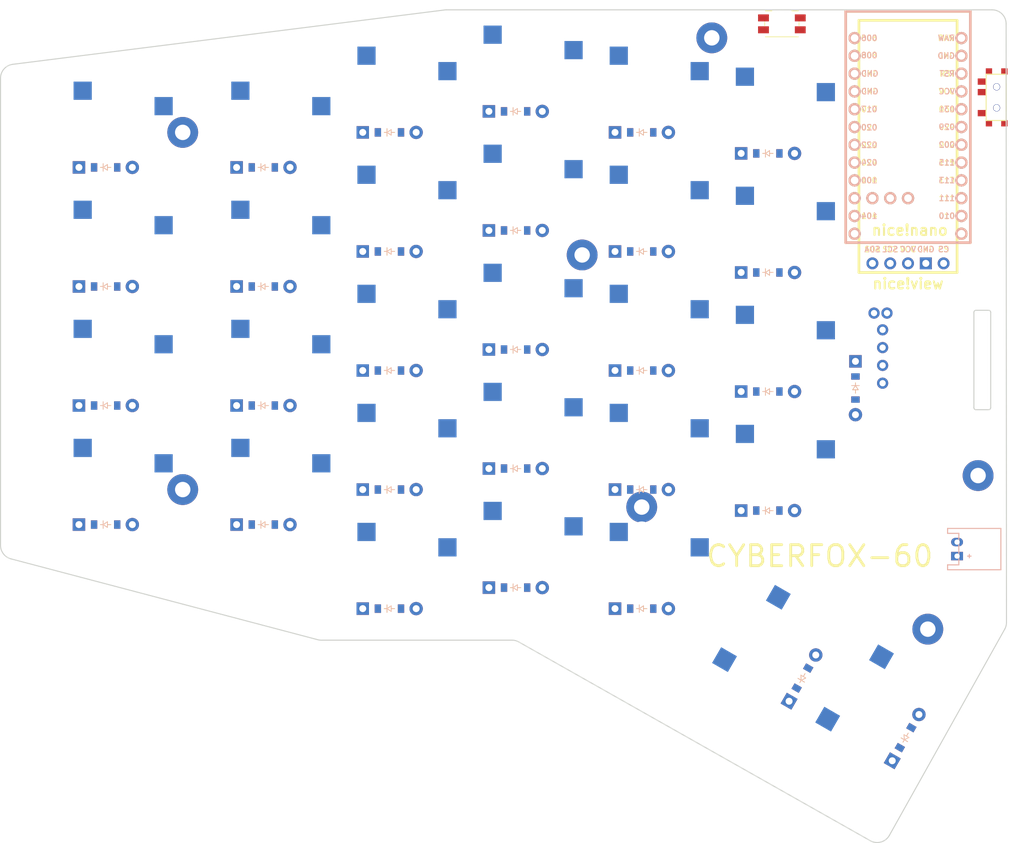
<source format=kicad_pcb>


(kicad_pcb (version 20171130) (host pcbnew 5.1.6)

  (page A3)
  (title_block
    (title "left")
    (rev "0.5.0")
    (company "Daniel Fox")
  )

  (general
    (thickness 1.6)
  )

  (layers
    (0 F.Cu signal)
    (31 B.Cu signal)
    (32 B.Adhes user)
    (33 F.Adhes user)
    (34 B.Paste user)
    (35 F.Paste user)
    (36 B.SilkS user)
    (37 F.SilkS user)
    (38 B.Mask user)
    (39 F.Mask user)
    (40 Dwgs.User user)
    (41 Cmts.User user)
    (42 Eco1.User user)
    (43 Eco2.User user)
    (44 Edge.Cuts user)
    (45 Margin user)
    (46 B.CrtYd user)
    (47 F.CrtYd user)
    (48 B.Fab user)
    (49 F.Fab user)
  )

  (setup
    (last_trace_width 0.25)
    (trace_clearance 0.2)
    (zone_clearance 0.508)
    (zone_45_only no)
    (trace_min 0.2)
    (via_size 0.8)
    (via_drill 0.4)
    (via_min_size 0.4)
    (via_min_drill 0.3)
    (uvia_size 0.3)
    (uvia_drill 0.1)
    (uvias_allowed no)
    (uvia_min_size 0.2)
    (uvia_min_drill 0.1)
    (edge_width 0.05)
    (segment_width 0.2)
    (pcb_text_width 0.3)
    (pcb_text_size 1.5 1.5)
    (mod_edge_width 0.12)
    (mod_text_size 1 1)
    (mod_text_width 0.15)
    (pad_size 1.524 1.524)
    (pad_drill 0.762)
    (pad_to_mask_clearance 0.05)
    (aux_axis_origin 0 0)
    (visible_elements FFFFFF7F)
    (pcbplotparams
      (layerselection 0x010fc_ffffffff)
      (usegerberextensions false)
      (usegerberattributes true)
      (usegerberadvancedattributes true)
      (creategerberjobfile true)
      (excludeedgelayer true)
      (linewidth 0.100000)
      (plotframeref false)
      (viasonmask false)
      (mode 1)
      (useauxorigin false)
      (hpglpennumber 1)
      (hpglpenspeed 20)
      (hpglpendiameter 15.000000)
      (psnegative false)
      (psa4output false)
      (plotreference true)
      (plotvalue true)
      (plotinvisibletext false)
      (padsonsilk false)
      (subtractmaskfromsilk false)
      (outputformat 1)
      (mirror false)
      (drillshape 1)
      (scaleselection 1)
      (outputdirectory ""))
  )

  (net 0 "")
(net 1 "P011")
(net 2 "outer_bottom")
(net 3 "outer_home")
(net 4 "outer_top")
(net 5 "outer_num")
(net 6 "P104")
(net 7 "pinky_bottom")
(net 8 "pinky_home")
(net 9 "pinky_top")
(net 10 "pinky_num")
(net 11 "ring_mod")
(net 12 "P106")
(net 13 "ring_bottom")
(net 14 "ring_home")
(net 15 "ring_top")
(net 16 "ring_num")
(net 17 "middle_mod")
(net 18 "P111")
(net 19 "middle_bottom")
(net 20 "middle_home")
(net 21 "middle_top")
(net 22 "middle_num")
(net 23 "index_mod")
(net 24 "P010")
(net 25 "index_bottom")
(net 26 "index_home")
(net 27 "index_top")
(net 28 "index_num")
(net 29 "P009")
(net 30 "inner_bottom")
(net 31 "inner_home")
(net 32 "inner_top")
(net 33 "inner_num")
(net 34 "space_cluster")
(net 35 "extra_cluster")
(net 36 "P115")
(net 37 "P002")
(net 38 "P029")
(net 39 "P031")
(net 40 "P113")
(net 41 "ROTARY")
(net 42 "P006")
(net 43 "GND")
(net 44 "P008")
(net 45 "unused")
(net 46 "RAW")
(net 47 "RST")
(net 48 "VCC")
(net 49 "P017")
(net 50 "P020")
(net 51 "P022")
(net 52 "P024")
(net 53 "P100")
(net 54 "P101")
(net 55 "P102")
(net 56 "P107")
(net 57 "POS")

  (net_class Default "This is the default net class."
    (clearance 0.2)
    (trace_width 0.25)
    (via_dia 0.8)
    (via_drill 0.4)
    (uvia_dia 0.3)
    (uvia_drill 0.1)
    (add_net "")
(add_net "P011")
(add_net "outer_bottom")
(add_net "outer_home")
(add_net "outer_top")
(add_net "outer_num")
(add_net "P104")
(add_net "pinky_bottom")
(add_net "pinky_home")
(add_net "pinky_top")
(add_net "pinky_num")
(add_net "ring_mod")
(add_net "P106")
(add_net "ring_bottom")
(add_net "ring_home")
(add_net "ring_top")
(add_net "ring_num")
(add_net "middle_mod")
(add_net "P111")
(add_net "middle_bottom")
(add_net "middle_home")
(add_net "middle_top")
(add_net "middle_num")
(add_net "index_mod")
(add_net "P010")
(add_net "index_bottom")
(add_net "index_home")
(add_net "index_top")
(add_net "index_num")
(add_net "P009")
(add_net "inner_bottom")
(add_net "inner_home")
(add_net "inner_top")
(add_net "inner_num")
(add_net "space_cluster")
(add_net "extra_cluster")
(add_net "P115")
(add_net "P002")
(add_net "P029")
(add_net "P031")
(add_net "P113")
(add_net "ROTARY")
(add_net "P006")
(add_net "GND")
(add_net "P008")
(add_net "unused")
(add_net "RAW")
(add_net "RST")
(add_net "VCC")
(add_net "P017")
(add_net "P020")
(add_net "P022")
(add_net "P024")
(add_net "P100")
(add_net "P101")
(add_net "P102")
(add_net "P107")
(add_net "POS")
  )

  
        
      (module PG1350 (layer F.Cu) (tedit 5DD50112)
      (at 8 83 0)

      
      (fp_text reference "S1" (at 0 0) (layer F.SilkS) hide (effects (font (size 1.27 1.27) (thickness 0.15))))
      (fp_text value "" (at 0 0) (layer F.SilkS) hide (effects (font (size 1.27 1.27) (thickness 0.15))))

      
      (fp_line (start -7 -6) (end -7 -7) (layer Dwgs.User) (width 0.15))
      (fp_line (start -7 7) (end -6 7) (layer Dwgs.User) (width 0.15))
      (fp_line (start -6 -7) (end -7 -7) (layer Dwgs.User) (width 0.15))
      (fp_line (start -7 7) (end -7 6) (layer Dwgs.User) (width 0.15))
      (fp_line (start 7 6) (end 7 7) (layer Dwgs.User) (width 0.15))
      (fp_line (start 7 -7) (end 6 -7) (layer Dwgs.User) (width 0.15))
      (fp_line (start 6 7) (end 7 7) (layer Dwgs.User) (width 0.15))
      (fp_line (start 7 -7) (end 7 -6) (layer Dwgs.User) (width 0.15))      
      
      
      (pad "" np_thru_hole circle (at 0 0) (size 3.429 3.429) (drill 3.429) (layers *.Cu *.Mask))
        
      
      (pad "" np_thru_hole circle (at 5.5 0) (size 1.7018 1.7018) (drill 1.7018) (layers *.Cu *.Mask))
      (pad "" np_thru_hole circle (at -5.5 0) (size 1.7018 1.7018) (drill 1.7018) (layers *.Cu *.Mask))
      
        
      
      (fp_line (start -9 -8.5) (end 9 -8.5) (layer Dwgs.User) (width 0.15))
      (fp_line (start 9 -8.5) (end 9 8.5) (layer Dwgs.User) (width 0.15))
      (fp_line (start 9 8.5) (end -9 8.5) (layer Dwgs.User) (width 0.15))
      (fp_line (start -9 8.5) (end -9 -8.5) (layer Dwgs.User) (width 0.15))
      
        
          
          (pad "" np_thru_hole circle (at 5 -3.75) (size 3 3) (drill 3) (layers *.Cu *.Mask))
          (pad "" np_thru_hole circle (at 0 -5.95) (size 3 3) (drill 3) (layers *.Cu *.Mask))
      
          
          (pad 1 smd rect (at -3.275 -5.95 0) (size 2.6 2.6) (layers B.Cu B.Paste B.Mask)  (net 1 "P011"))
          (pad 2 smd rect (at 8.275 -3.75 0) (size 2.6 2.6) (layers B.Cu B.Paste B.Mask)  (net 2 "outer_bottom"))
        )
        

        
      (module PG1350 (layer F.Cu) (tedit 5DD50112)
      (at 8 66 0)

      
      (fp_text reference "S2" (at 0 0) (layer F.SilkS) hide (effects (font (size 1.27 1.27) (thickness 0.15))))
      (fp_text value "" (at 0 0) (layer F.SilkS) hide (effects (font (size 1.27 1.27) (thickness 0.15))))

      
      (fp_line (start -7 -6) (end -7 -7) (layer Dwgs.User) (width 0.15))
      (fp_line (start -7 7) (end -6 7) (layer Dwgs.User) (width 0.15))
      (fp_line (start -6 -7) (end -7 -7) (layer Dwgs.User) (width 0.15))
      (fp_line (start -7 7) (end -7 6) (layer Dwgs.User) (width 0.15))
      (fp_line (start 7 6) (end 7 7) (layer Dwgs.User) (width 0.15))
      (fp_line (start 7 -7) (end 6 -7) (layer Dwgs.User) (width 0.15))
      (fp_line (start 6 7) (end 7 7) (layer Dwgs.User) (width 0.15))
      (fp_line (start 7 -7) (end 7 -6) (layer Dwgs.User) (width 0.15))      
      
      
      (pad "" np_thru_hole circle (at 0 0) (size 3.429 3.429) (drill 3.429) (layers *.Cu *.Mask))
        
      
      (pad "" np_thru_hole circle (at 5.5 0) (size 1.7018 1.7018) (drill 1.7018) (layers *.Cu *.Mask))
      (pad "" np_thru_hole circle (at -5.5 0) (size 1.7018 1.7018) (drill 1.7018) (layers *.Cu *.Mask))
      
        
      
      (fp_line (start -9 -8.5) (end 9 -8.5) (layer Dwgs.User) (width 0.15))
      (fp_line (start 9 -8.5) (end 9 8.5) (layer Dwgs.User) (width 0.15))
      (fp_line (start 9 8.5) (end -9 8.5) (layer Dwgs.User) (width 0.15))
      (fp_line (start -9 8.5) (end -9 -8.5) (layer Dwgs.User) (width 0.15))
      
        
          
          (pad "" np_thru_hole circle (at 5 -3.75) (size 3 3) (drill 3) (layers *.Cu *.Mask))
          (pad "" np_thru_hole circle (at 0 -5.95) (size 3 3) (drill 3) (layers *.Cu *.Mask))
      
          
          (pad 1 smd rect (at -3.275 -5.95 0) (size 2.6 2.6) (layers B.Cu B.Paste B.Mask)  (net 1 "P011"))
          (pad 2 smd rect (at 8.275 -3.75 0) (size 2.6 2.6) (layers B.Cu B.Paste B.Mask)  (net 3 "outer_home"))
        )
        

        
      (module PG1350 (layer F.Cu) (tedit 5DD50112)
      (at 8 49 0)

      
      (fp_text reference "S3" (at 0 0) (layer F.SilkS) hide (effects (font (size 1.27 1.27) (thickness 0.15))))
      (fp_text value "" (at 0 0) (layer F.SilkS) hide (effects (font (size 1.27 1.27) (thickness 0.15))))

      
      (fp_line (start -7 -6) (end -7 -7) (layer Dwgs.User) (width 0.15))
      (fp_line (start -7 7) (end -6 7) (layer Dwgs.User) (width 0.15))
      (fp_line (start -6 -7) (end -7 -7) (layer Dwgs.User) (width 0.15))
      (fp_line (start -7 7) (end -7 6) (layer Dwgs.User) (width 0.15))
      (fp_line (start 7 6) (end 7 7) (layer Dwgs.User) (width 0.15))
      (fp_line (start 7 -7) (end 6 -7) (layer Dwgs.User) (width 0.15))
      (fp_line (start 6 7) (end 7 7) (layer Dwgs.User) (width 0.15))
      (fp_line (start 7 -7) (end 7 -6) (layer Dwgs.User) (width 0.15))      
      
      
      (pad "" np_thru_hole circle (at 0 0) (size 3.429 3.429) (drill 3.429) (layers *.Cu *.Mask))
        
      
      (pad "" np_thru_hole circle (at 5.5 0) (size 1.7018 1.7018) (drill 1.7018) (layers *.Cu *.Mask))
      (pad "" np_thru_hole circle (at -5.5 0) (size 1.7018 1.7018) (drill 1.7018) (layers *.Cu *.Mask))
      
        
      
      (fp_line (start -9 -8.5) (end 9 -8.5) (layer Dwgs.User) (width 0.15))
      (fp_line (start 9 -8.5) (end 9 8.5) (layer Dwgs.User) (width 0.15))
      (fp_line (start 9 8.5) (end -9 8.5) (layer Dwgs.User) (width 0.15))
      (fp_line (start -9 8.5) (end -9 -8.5) (layer Dwgs.User) (width 0.15))
      
        
          
          (pad "" np_thru_hole circle (at 5 -3.75) (size 3 3) (drill 3) (layers *.Cu *.Mask))
          (pad "" np_thru_hole circle (at 0 -5.95) (size 3 3) (drill 3) (layers *.Cu *.Mask))
      
          
          (pad 1 smd rect (at -3.275 -5.95 0) (size 2.6 2.6) (layers B.Cu B.Paste B.Mask)  (net 1 "P011"))
          (pad 2 smd rect (at 8.275 -3.75 0) (size 2.6 2.6) (layers B.Cu B.Paste B.Mask)  (net 4 "outer_top"))
        )
        

        
      (module PG1350 (layer F.Cu) (tedit 5DD50112)
      (at 8 32 0)

      
      (fp_text reference "S4" (at 0 0) (layer F.SilkS) hide (effects (font (size 1.27 1.27) (thickness 0.15))))
      (fp_text value "" (at 0 0) (layer F.SilkS) hide (effects (font (size 1.27 1.27) (thickness 0.15))))

      
      (fp_line (start -7 -6) (end -7 -7) (layer Dwgs.User) (width 0.15))
      (fp_line (start -7 7) (end -6 7) (layer Dwgs.User) (width 0.15))
      (fp_line (start -6 -7) (end -7 -7) (layer Dwgs.User) (width 0.15))
      (fp_line (start -7 7) (end -7 6) (layer Dwgs.User) (width 0.15))
      (fp_line (start 7 6) (end 7 7) (layer Dwgs.User) (width 0.15))
      (fp_line (start 7 -7) (end 6 -7) (layer Dwgs.User) (width 0.15))
      (fp_line (start 6 7) (end 7 7) (layer Dwgs.User) (width 0.15))
      (fp_line (start 7 -7) (end 7 -6) (layer Dwgs.User) (width 0.15))      
      
      
      (pad "" np_thru_hole circle (at 0 0) (size 3.429 3.429) (drill 3.429) (layers *.Cu *.Mask))
        
      
      (pad "" np_thru_hole circle (at 5.5 0) (size 1.7018 1.7018) (drill 1.7018) (layers *.Cu *.Mask))
      (pad "" np_thru_hole circle (at -5.5 0) (size 1.7018 1.7018) (drill 1.7018) (layers *.Cu *.Mask))
      
        
      
      (fp_line (start -9 -8.5) (end 9 -8.5) (layer Dwgs.User) (width 0.15))
      (fp_line (start 9 -8.5) (end 9 8.5) (layer Dwgs.User) (width 0.15))
      (fp_line (start 9 8.5) (end -9 8.5) (layer Dwgs.User) (width 0.15))
      (fp_line (start -9 8.5) (end -9 -8.5) (layer Dwgs.User) (width 0.15))
      
        
          
          (pad "" np_thru_hole circle (at 5 -3.75) (size 3 3) (drill 3) (layers *.Cu *.Mask))
          (pad "" np_thru_hole circle (at 0 -5.95) (size 3 3) (drill 3) (layers *.Cu *.Mask))
      
          
          (pad 1 smd rect (at -3.275 -5.95 0) (size 2.6 2.6) (layers B.Cu B.Paste B.Mask)  (net 1 "P011"))
          (pad 2 smd rect (at 8.275 -3.75 0) (size 2.6 2.6) (layers B.Cu B.Paste B.Mask)  (net 5 "outer_num"))
        )
        

        
      (module PG1350 (layer F.Cu) (tedit 5DD50112)
      (at 30.5 83 0)

      
      (fp_text reference "S5" (at 0 0) (layer F.SilkS) hide (effects (font (size 1.27 1.27) (thickness 0.15))))
      (fp_text value "" (at 0 0) (layer F.SilkS) hide (effects (font (size 1.27 1.27) (thickness 0.15))))

      
      (fp_line (start -7 -6) (end -7 -7) (layer Dwgs.User) (width 0.15))
      (fp_line (start -7 7) (end -6 7) (layer Dwgs.User) (width 0.15))
      (fp_line (start -6 -7) (end -7 -7) (layer Dwgs.User) (width 0.15))
      (fp_line (start -7 7) (end -7 6) (layer Dwgs.User) (width 0.15))
      (fp_line (start 7 6) (end 7 7) (layer Dwgs.User) (width 0.15))
      (fp_line (start 7 -7) (end 6 -7) (layer Dwgs.User) (width 0.15))
      (fp_line (start 6 7) (end 7 7) (layer Dwgs.User) (width 0.15))
      (fp_line (start 7 -7) (end 7 -6) (layer Dwgs.User) (width 0.15))      
      
      
      (pad "" np_thru_hole circle (at 0 0) (size 3.429 3.429) (drill 3.429) (layers *.Cu *.Mask))
        
      
      (pad "" np_thru_hole circle (at 5.5 0) (size 1.7018 1.7018) (drill 1.7018) (layers *.Cu *.Mask))
      (pad "" np_thru_hole circle (at -5.5 0) (size 1.7018 1.7018) (drill 1.7018) (layers *.Cu *.Mask))
      
        
      
      (fp_line (start -9 -8.5) (end 9 -8.5) (layer Dwgs.User) (width 0.15))
      (fp_line (start 9 -8.5) (end 9 8.5) (layer Dwgs.User) (width 0.15))
      (fp_line (start 9 8.5) (end -9 8.5) (layer Dwgs.User) (width 0.15))
      (fp_line (start -9 8.5) (end -9 -8.5) (layer Dwgs.User) (width 0.15))
      
        
          
          (pad "" np_thru_hole circle (at 5 -3.75) (size 3 3) (drill 3) (layers *.Cu *.Mask))
          (pad "" np_thru_hole circle (at 0 -5.95) (size 3 3) (drill 3) (layers *.Cu *.Mask))
      
          
          (pad 1 smd rect (at -3.275 -5.95 0) (size 2.6 2.6) (layers B.Cu B.Paste B.Mask)  (net 6 "P104"))
          (pad 2 smd rect (at 8.275 -3.75 0) (size 2.6 2.6) (layers B.Cu B.Paste B.Mask)  (net 7 "pinky_bottom"))
        )
        

        
      (module PG1350 (layer F.Cu) (tedit 5DD50112)
      (at 30.5 66 0)

      
      (fp_text reference "S6" (at 0 0) (layer F.SilkS) hide (effects (font (size 1.27 1.27) (thickness 0.15))))
      (fp_text value "" (at 0 0) (layer F.SilkS) hide (effects (font (size 1.27 1.27) (thickness 0.15))))

      
      (fp_line (start -7 -6) (end -7 -7) (layer Dwgs.User) (width 0.15))
      (fp_line (start -7 7) (end -6 7) (layer Dwgs.User) (width 0.15))
      (fp_line (start -6 -7) (end -7 -7) (layer Dwgs.User) (width 0.15))
      (fp_line (start -7 7) (end -7 6) (layer Dwgs.User) (width 0.15))
      (fp_line (start 7 6) (end 7 7) (layer Dwgs.User) (width 0.15))
      (fp_line (start 7 -7) (end 6 -7) (layer Dwgs.User) (width 0.15))
      (fp_line (start 6 7) (end 7 7) (layer Dwgs.User) (width 0.15))
      (fp_line (start 7 -7) (end 7 -6) (layer Dwgs.User) (width 0.15))      
      
      
      (pad "" np_thru_hole circle (at 0 0) (size 3.429 3.429) (drill 3.429) (layers *.Cu *.Mask))
        
      
      (pad "" np_thru_hole circle (at 5.5 0) (size 1.7018 1.7018) (drill 1.7018) (layers *.Cu *.Mask))
      (pad "" np_thru_hole circle (at -5.5 0) (size 1.7018 1.7018) (drill 1.7018) (layers *.Cu *.Mask))
      
        
      
      (fp_line (start -9 -8.5) (end 9 -8.5) (layer Dwgs.User) (width 0.15))
      (fp_line (start 9 -8.5) (end 9 8.5) (layer Dwgs.User) (width 0.15))
      (fp_line (start 9 8.5) (end -9 8.5) (layer Dwgs.User) (width 0.15))
      (fp_line (start -9 8.5) (end -9 -8.5) (layer Dwgs.User) (width 0.15))
      
        
          
          (pad "" np_thru_hole circle (at 5 -3.75) (size 3 3) (drill 3) (layers *.Cu *.Mask))
          (pad "" np_thru_hole circle (at 0 -5.95) (size 3 3) (drill 3) (layers *.Cu *.Mask))
      
          
          (pad 1 smd rect (at -3.275 -5.95 0) (size 2.6 2.6) (layers B.Cu B.Paste B.Mask)  (net 6 "P104"))
          (pad 2 smd rect (at 8.275 -3.75 0) (size 2.6 2.6) (layers B.Cu B.Paste B.Mask)  (net 8 "pinky_home"))
        )
        

        
      (module PG1350 (layer F.Cu) (tedit 5DD50112)
      (at 30.5 49 0)

      
      (fp_text reference "S7" (at 0 0) (layer F.SilkS) hide (effects (font (size 1.27 1.27) (thickness 0.15))))
      (fp_text value "" (at 0 0) (layer F.SilkS) hide (effects (font (size 1.27 1.27) (thickness 0.15))))

      
      (fp_line (start -7 -6) (end -7 -7) (layer Dwgs.User) (width 0.15))
      (fp_line (start -7 7) (end -6 7) (layer Dwgs.User) (width 0.15))
      (fp_line (start -6 -7) (end -7 -7) (layer Dwgs.User) (width 0.15))
      (fp_line (start -7 7) (end -7 6) (layer Dwgs.User) (width 0.15))
      (fp_line (start 7 6) (end 7 7) (layer Dwgs.User) (width 0.15))
      (fp_line (start 7 -7) (end 6 -7) (layer Dwgs.User) (width 0.15))
      (fp_line (start 6 7) (end 7 7) (layer Dwgs.User) (width 0.15))
      (fp_line (start 7 -7) (end 7 -6) (layer Dwgs.User) (width 0.15))      
      
      
      (pad "" np_thru_hole circle (at 0 0) (size 3.429 3.429) (drill 3.429) (layers *.Cu *.Mask))
        
      
      (pad "" np_thru_hole circle (at 5.5 0) (size 1.7018 1.7018) (drill 1.7018) (layers *.Cu *.Mask))
      (pad "" np_thru_hole circle (at -5.5 0) (size 1.7018 1.7018) (drill 1.7018) (layers *.Cu *.Mask))
      
        
      
      (fp_line (start -9 -8.5) (end 9 -8.5) (layer Dwgs.User) (width 0.15))
      (fp_line (start 9 -8.5) (end 9 8.5) (layer Dwgs.User) (width 0.15))
      (fp_line (start 9 8.5) (end -9 8.5) (layer Dwgs.User) (width 0.15))
      (fp_line (start -9 8.5) (end -9 -8.5) (layer Dwgs.User) (width 0.15))
      
        
          
          (pad "" np_thru_hole circle (at 5 -3.75) (size 3 3) (drill 3) (layers *.Cu *.Mask))
          (pad "" np_thru_hole circle (at 0 -5.95) (size 3 3) (drill 3) (layers *.Cu *.Mask))
      
          
          (pad 1 smd rect (at -3.275 -5.95 0) (size 2.6 2.6) (layers B.Cu B.Paste B.Mask)  (net 6 "P104"))
          (pad 2 smd rect (at 8.275 -3.75 0) (size 2.6 2.6) (layers B.Cu B.Paste B.Mask)  (net 9 "pinky_top"))
        )
        

        
      (module PG1350 (layer F.Cu) (tedit 5DD50112)
      (at 30.5 32 0)

      
      (fp_text reference "S8" (at 0 0) (layer F.SilkS) hide (effects (font (size 1.27 1.27) (thickness 0.15))))
      (fp_text value "" (at 0 0) (layer F.SilkS) hide (effects (font (size 1.27 1.27) (thickness 0.15))))

      
      (fp_line (start -7 -6) (end -7 -7) (layer Dwgs.User) (width 0.15))
      (fp_line (start -7 7) (end -6 7) (layer Dwgs.User) (width 0.15))
      (fp_line (start -6 -7) (end -7 -7) (layer Dwgs.User) (width 0.15))
      (fp_line (start -7 7) (end -7 6) (layer Dwgs.User) (width 0.15))
      (fp_line (start 7 6) (end 7 7) (layer Dwgs.User) (width 0.15))
      (fp_line (start 7 -7) (end 6 -7) (layer Dwgs.User) (width 0.15))
      (fp_line (start 6 7) (end 7 7) (layer Dwgs.User) (width 0.15))
      (fp_line (start 7 -7) (end 7 -6) (layer Dwgs.User) (width 0.15))      
      
      
      (pad "" np_thru_hole circle (at 0 0) (size 3.429 3.429) (drill 3.429) (layers *.Cu *.Mask))
        
      
      (pad "" np_thru_hole circle (at 5.5 0) (size 1.7018 1.7018) (drill 1.7018) (layers *.Cu *.Mask))
      (pad "" np_thru_hole circle (at -5.5 0) (size 1.7018 1.7018) (drill 1.7018) (layers *.Cu *.Mask))
      
        
      
      (fp_line (start -9 -8.5) (end 9 -8.5) (layer Dwgs.User) (width 0.15))
      (fp_line (start 9 -8.5) (end 9 8.5) (layer Dwgs.User) (width 0.15))
      (fp_line (start 9 8.5) (end -9 8.5) (layer Dwgs.User) (width 0.15))
      (fp_line (start -9 8.5) (end -9 -8.5) (layer Dwgs.User) (width 0.15))
      
        
          
          (pad "" np_thru_hole circle (at 5 -3.75) (size 3 3) (drill 3) (layers *.Cu *.Mask))
          (pad "" np_thru_hole circle (at 0 -5.95) (size 3 3) (drill 3) (layers *.Cu *.Mask))
      
          
          (pad 1 smd rect (at -3.275 -5.95 0) (size 2.6 2.6) (layers B.Cu B.Paste B.Mask)  (net 6 "P104"))
          (pad 2 smd rect (at 8.275 -3.75 0) (size 2.6 2.6) (layers B.Cu B.Paste B.Mask)  (net 10 "pinky_num"))
        )
        

        
      (module PG1350 (layer F.Cu) (tedit 5DD50112)
      (at 48.5 95 0)

      
      (fp_text reference "S9" (at 0 0) (layer F.SilkS) hide (effects (font (size 1.27 1.27) (thickness 0.15))))
      (fp_text value "" (at 0 0) (layer F.SilkS) hide (effects (font (size 1.27 1.27) (thickness 0.15))))

      
      (fp_line (start -7 -6) (end -7 -7) (layer Dwgs.User) (width 0.15))
      (fp_line (start -7 7) (end -6 7) (layer Dwgs.User) (width 0.15))
      (fp_line (start -6 -7) (end -7 -7) (layer Dwgs.User) (width 0.15))
      (fp_line (start -7 7) (end -7 6) (layer Dwgs.User) (width 0.15))
      (fp_line (start 7 6) (end 7 7) (layer Dwgs.User) (width 0.15))
      (fp_line (start 7 -7) (end 6 -7) (layer Dwgs.User) (width 0.15))
      (fp_line (start 6 7) (end 7 7) (layer Dwgs.User) (width 0.15))
      (fp_line (start 7 -7) (end 7 -6) (layer Dwgs.User) (width 0.15))      
      
      
      (pad "" np_thru_hole circle (at 0 0) (size 3.429 3.429) (drill 3.429) (layers *.Cu *.Mask))
        
      
      (pad "" np_thru_hole circle (at 5.5 0) (size 1.7018 1.7018) (drill 1.7018) (layers *.Cu *.Mask))
      (pad "" np_thru_hole circle (at -5.5 0) (size 1.7018 1.7018) (drill 1.7018) (layers *.Cu *.Mask))
      
        
      
      (fp_line (start -9 -8.5) (end 9 -8.5) (layer Dwgs.User) (width 0.15))
      (fp_line (start 9 -8.5) (end 9 8.5) (layer Dwgs.User) (width 0.15))
      (fp_line (start 9 8.5) (end -9 8.5) (layer Dwgs.User) (width 0.15))
      (fp_line (start -9 8.5) (end -9 -8.5) (layer Dwgs.User) (width 0.15))
      
        
          
          (pad "" np_thru_hole circle (at 5 -3.75) (size 3 3) (drill 3) (layers *.Cu *.Mask))
          (pad "" np_thru_hole circle (at 0 -5.95) (size 3 3) (drill 3) (layers *.Cu *.Mask))
      
          
          (pad 1 smd rect (at -3.275 -5.95 0) (size 2.6 2.6) (layers B.Cu B.Paste B.Mask)  (net 6 "P104"))
          (pad 2 smd rect (at 8.275 -3.75 0) (size 2.6 2.6) (layers B.Cu B.Paste B.Mask)  (net 11 "ring_mod"))
        )
        

        
      (module PG1350 (layer F.Cu) (tedit 5DD50112)
      (at 48.5 78 0)

      
      (fp_text reference "S10" (at 0 0) (layer F.SilkS) hide (effects (font (size 1.27 1.27) (thickness 0.15))))
      (fp_text value "" (at 0 0) (layer F.SilkS) hide (effects (font (size 1.27 1.27) (thickness 0.15))))

      
      (fp_line (start -7 -6) (end -7 -7) (layer Dwgs.User) (width 0.15))
      (fp_line (start -7 7) (end -6 7) (layer Dwgs.User) (width 0.15))
      (fp_line (start -6 -7) (end -7 -7) (layer Dwgs.User) (width 0.15))
      (fp_line (start -7 7) (end -7 6) (layer Dwgs.User) (width 0.15))
      (fp_line (start 7 6) (end 7 7) (layer Dwgs.User) (width 0.15))
      (fp_line (start 7 -7) (end 6 -7) (layer Dwgs.User) (width 0.15))
      (fp_line (start 6 7) (end 7 7) (layer Dwgs.User) (width 0.15))
      (fp_line (start 7 -7) (end 7 -6) (layer Dwgs.User) (width 0.15))      
      
      
      (pad "" np_thru_hole circle (at 0 0) (size 3.429 3.429) (drill 3.429) (layers *.Cu *.Mask))
        
      
      (pad "" np_thru_hole circle (at 5.5 0) (size 1.7018 1.7018) (drill 1.7018) (layers *.Cu *.Mask))
      (pad "" np_thru_hole circle (at -5.5 0) (size 1.7018 1.7018) (drill 1.7018) (layers *.Cu *.Mask))
      
        
      
      (fp_line (start -9 -8.5) (end 9 -8.5) (layer Dwgs.User) (width 0.15))
      (fp_line (start 9 -8.5) (end 9 8.5) (layer Dwgs.User) (width 0.15))
      (fp_line (start 9 8.5) (end -9 8.5) (layer Dwgs.User) (width 0.15))
      (fp_line (start -9 8.5) (end -9 -8.5) (layer Dwgs.User) (width 0.15))
      
        
          
          (pad "" np_thru_hole circle (at 5 -3.75) (size 3 3) (drill 3) (layers *.Cu *.Mask))
          (pad "" np_thru_hole circle (at 0 -5.95) (size 3 3) (drill 3) (layers *.Cu *.Mask))
      
          
          (pad 1 smd rect (at -3.275 -5.95 0) (size 2.6 2.6) (layers B.Cu B.Paste B.Mask)  (net 12 "P106"))
          (pad 2 smd rect (at 8.275 -3.75 0) (size 2.6 2.6) (layers B.Cu B.Paste B.Mask)  (net 13 "ring_bottom"))
        )
        

        
      (module PG1350 (layer F.Cu) (tedit 5DD50112)
      (at 48.5 61 0)

      
      (fp_text reference "S11" (at 0 0) (layer F.SilkS) hide (effects (font (size 1.27 1.27) (thickness 0.15))))
      (fp_text value "" (at 0 0) (layer F.SilkS) hide (effects (font (size 1.27 1.27) (thickness 0.15))))

      
      (fp_line (start -7 -6) (end -7 -7) (layer Dwgs.User) (width 0.15))
      (fp_line (start -7 7) (end -6 7) (layer Dwgs.User) (width 0.15))
      (fp_line (start -6 -7) (end -7 -7) (layer Dwgs.User) (width 0.15))
      (fp_line (start -7 7) (end -7 6) (layer Dwgs.User) (width 0.15))
      (fp_line (start 7 6) (end 7 7) (layer Dwgs.User) (width 0.15))
      (fp_line (start 7 -7) (end 6 -7) (layer Dwgs.User) (width 0.15))
      (fp_line (start 6 7) (end 7 7) (layer Dwgs.User) (width 0.15))
      (fp_line (start 7 -7) (end 7 -6) (layer Dwgs.User) (width 0.15))      
      
      
      (pad "" np_thru_hole circle (at 0 0) (size 3.429 3.429) (drill 3.429) (layers *.Cu *.Mask))
        
      
      (pad "" np_thru_hole circle (at 5.5 0) (size 1.7018 1.7018) (drill 1.7018) (layers *.Cu *.Mask))
      (pad "" np_thru_hole circle (at -5.5 0) (size 1.7018 1.7018) (drill 1.7018) (layers *.Cu *.Mask))
      
        
      
      (fp_line (start -9 -8.5) (end 9 -8.5) (layer Dwgs.User) (width 0.15))
      (fp_line (start 9 -8.5) (end 9 8.5) (layer Dwgs.User) (width 0.15))
      (fp_line (start 9 8.5) (end -9 8.5) (layer Dwgs.User) (width 0.15))
      (fp_line (start -9 8.5) (end -9 -8.5) (layer Dwgs.User) (width 0.15))
      
        
          
          (pad "" np_thru_hole circle (at 5 -3.75) (size 3 3) (drill 3) (layers *.Cu *.Mask))
          (pad "" np_thru_hole circle (at 0 -5.95) (size 3 3) (drill 3) (layers *.Cu *.Mask))
      
          
          (pad 1 smd rect (at -3.275 -5.95 0) (size 2.6 2.6) (layers B.Cu B.Paste B.Mask)  (net 12 "P106"))
          (pad 2 smd rect (at 8.275 -3.75 0) (size 2.6 2.6) (layers B.Cu B.Paste B.Mask)  (net 14 "ring_home"))
        )
        

        
      (module PG1350 (layer F.Cu) (tedit 5DD50112)
      (at 48.5 44 0)

      
      (fp_text reference "S12" (at 0 0) (layer F.SilkS) hide (effects (font (size 1.27 1.27) (thickness 0.15))))
      (fp_text value "" (at 0 0) (layer F.SilkS) hide (effects (font (size 1.27 1.27) (thickness 0.15))))

      
      (fp_line (start -7 -6) (end -7 -7) (layer Dwgs.User) (width 0.15))
      (fp_line (start -7 7) (end -6 7) (layer Dwgs.User) (width 0.15))
      (fp_line (start -6 -7) (end -7 -7) (layer Dwgs.User) (width 0.15))
      (fp_line (start -7 7) (end -7 6) (layer Dwgs.User) (width 0.15))
      (fp_line (start 7 6) (end 7 7) (layer Dwgs.User) (width 0.15))
      (fp_line (start 7 -7) (end 6 -7) (layer Dwgs.User) (width 0.15))
      (fp_line (start 6 7) (end 7 7) (layer Dwgs.User) (width 0.15))
      (fp_line (start 7 -7) (end 7 -6) (layer Dwgs.User) (width 0.15))      
      
      
      (pad "" np_thru_hole circle (at 0 0) (size 3.429 3.429) (drill 3.429) (layers *.Cu *.Mask))
        
      
      (pad "" np_thru_hole circle (at 5.5 0) (size 1.7018 1.7018) (drill 1.7018) (layers *.Cu *.Mask))
      (pad "" np_thru_hole circle (at -5.5 0) (size 1.7018 1.7018) (drill 1.7018) (layers *.Cu *.Mask))
      
        
      
      (fp_line (start -9 -8.5) (end 9 -8.5) (layer Dwgs.User) (width 0.15))
      (fp_line (start 9 -8.5) (end 9 8.5) (layer Dwgs.User) (width 0.15))
      (fp_line (start 9 8.5) (end -9 8.5) (layer Dwgs.User) (width 0.15))
      (fp_line (start -9 8.5) (end -9 -8.5) (layer Dwgs.User) (width 0.15))
      
        
          
          (pad "" np_thru_hole circle (at 5 -3.75) (size 3 3) (drill 3) (layers *.Cu *.Mask))
          (pad "" np_thru_hole circle (at 0 -5.95) (size 3 3) (drill 3) (layers *.Cu *.Mask))
      
          
          (pad 1 smd rect (at -3.275 -5.95 0) (size 2.6 2.6) (layers B.Cu B.Paste B.Mask)  (net 12 "P106"))
          (pad 2 smd rect (at 8.275 -3.75 0) (size 2.6 2.6) (layers B.Cu B.Paste B.Mask)  (net 15 "ring_top"))
        )
        

        
      (module PG1350 (layer F.Cu) (tedit 5DD50112)
      (at 48.5 27 0)

      
      (fp_text reference "S13" (at 0 0) (layer F.SilkS) hide (effects (font (size 1.27 1.27) (thickness 0.15))))
      (fp_text value "" (at 0 0) (layer F.SilkS) hide (effects (font (size 1.27 1.27) (thickness 0.15))))

      
      (fp_line (start -7 -6) (end -7 -7) (layer Dwgs.User) (width 0.15))
      (fp_line (start -7 7) (end -6 7) (layer Dwgs.User) (width 0.15))
      (fp_line (start -6 -7) (end -7 -7) (layer Dwgs.User) (width 0.15))
      (fp_line (start -7 7) (end -7 6) (layer Dwgs.User) (width 0.15))
      (fp_line (start 7 6) (end 7 7) (layer Dwgs.User) (width 0.15))
      (fp_line (start 7 -7) (end 6 -7) (layer Dwgs.User) (width 0.15))
      (fp_line (start 6 7) (end 7 7) (layer Dwgs.User) (width 0.15))
      (fp_line (start 7 -7) (end 7 -6) (layer Dwgs.User) (width 0.15))      
      
      
      (pad "" np_thru_hole circle (at 0 0) (size 3.429 3.429) (drill 3.429) (layers *.Cu *.Mask))
        
      
      (pad "" np_thru_hole circle (at 5.5 0) (size 1.7018 1.7018) (drill 1.7018) (layers *.Cu *.Mask))
      (pad "" np_thru_hole circle (at -5.5 0) (size 1.7018 1.7018) (drill 1.7018) (layers *.Cu *.Mask))
      
        
      
      (fp_line (start -9 -8.5) (end 9 -8.5) (layer Dwgs.User) (width 0.15))
      (fp_line (start 9 -8.5) (end 9 8.5) (layer Dwgs.User) (width 0.15))
      (fp_line (start 9 8.5) (end -9 8.5) (layer Dwgs.User) (width 0.15))
      (fp_line (start -9 8.5) (end -9 -8.5) (layer Dwgs.User) (width 0.15))
      
        
          
          (pad "" np_thru_hole circle (at 5 -3.75) (size 3 3) (drill 3) (layers *.Cu *.Mask))
          (pad "" np_thru_hole circle (at 0 -5.95) (size 3 3) (drill 3) (layers *.Cu *.Mask))
      
          
          (pad 1 smd rect (at -3.275 -5.95 0) (size 2.6 2.6) (layers B.Cu B.Paste B.Mask)  (net 12 "P106"))
          (pad 2 smd rect (at 8.275 -3.75 0) (size 2.6 2.6) (layers B.Cu B.Paste B.Mask)  (net 16 "ring_num"))
        )
        

        
      (module PG1350 (layer F.Cu) (tedit 5DD50112)
      (at 66.5 92 0)

      
      (fp_text reference "S14" (at 0 0) (layer F.SilkS) hide (effects (font (size 1.27 1.27) (thickness 0.15))))
      (fp_text value "" (at 0 0) (layer F.SilkS) hide (effects (font (size 1.27 1.27) (thickness 0.15))))

      
      (fp_line (start -7 -6) (end -7 -7) (layer Dwgs.User) (width 0.15))
      (fp_line (start -7 7) (end -6 7) (layer Dwgs.User) (width 0.15))
      (fp_line (start -6 -7) (end -7 -7) (layer Dwgs.User) (width 0.15))
      (fp_line (start -7 7) (end -7 6) (layer Dwgs.User) (width 0.15))
      (fp_line (start 7 6) (end 7 7) (layer Dwgs.User) (width 0.15))
      (fp_line (start 7 -7) (end 6 -7) (layer Dwgs.User) (width 0.15))
      (fp_line (start 6 7) (end 7 7) (layer Dwgs.User) (width 0.15))
      (fp_line (start 7 -7) (end 7 -6) (layer Dwgs.User) (width 0.15))      
      
      
      (pad "" np_thru_hole circle (at 0 0) (size 3.429 3.429) (drill 3.429) (layers *.Cu *.Mask))
        
      
      (pad "" np_thru_hole circle (at 5.5 0) (size 1.7018 1.7018) (drill 1.7018) (layers *.Cu *.Mask))
      (pad "" np_thru_hole circle (at -5.5 0) (size 1.7018 1.7018) (drill 1.7018) (layers *.Cu *.Mask))
      
        
      
      (fp_line (start -9 -8.5) (end 9 -8.5) (layer Dwgs.User) (width 0.15))
      (fp_line (start 9 -8.5) (end 9 8.5) (layer Dwgs.User) (width 0.15))
      (fp_line (start 9 8.5) (end -9 8.5) (layer Dwgs.User) (width 0.15))
      (fp_line (start -9 8.5) (end -9 -8.5) (layer Dwgs.User) (width 0.15))
      
        
          
          (pad "" np_thru_hole circle (at 5 -3.75) (size 3 3) (drill 3) (layers *.Cu *.Mask))
          (pad "" np_thru_hole circle (at 0 -5.95) (size 3 3) (drill 3) (layers *.Cu *.Mask))
      
          
          (pad 1 smd rect (at -3.275 -5.95 0) (size 2.6 2.6) (layers B.Cu B.Paste B.Mask)  (net 12 "P106"))
          (pad 2 smd rect (at 8.275 -3.75 0) (size 2.6 2.6) (layers B.Cu B.Paste B.Mask)  (net 17 "middle_mod"))
        )
        

        
      (module PG1350 (layer F.Cu) (tedit 5DD50112)
      (at 66.5 75 0)

      
      (fp_text reference "S15" (at 0 0) (layer F.SilkS) hide (effects (font (size 1.27 1.27) (thickness 0.15))))
      (fp_text value "" (at 0 0) (layer F.SilkS) hide (effects (font (size 1.27 1.27) (thickness 0.15))))

      
      (fp_line (start -7 -6) (end -7 -7) (layer Dwgs.User) (width 0.15))
      (fp_line (start -7 7) (end -6 7) (layer Dwgs.User) (width 0.15))
      (fp_line (start -6 -7) (end -7 -7) (layer Dwgs.User) (width 0.15))
      (fp_line (start -7 7) (end -7 6) (layer Dwgs.User) (width 0.15))
      (fp_line (start 7 6) (end 7 7) (layer Dwgs.User) (width 0.15))
      (fp_line (start 7 -7) (end 6 -7) (layer Dwgs.User) (width 0.15))
      (fp_line (start 6 7) (end 7 7) (layer Dwgs.User) (width 0.15))
      (fp_line (start 7 -7) (end 7 -6) (layer Dwgs.User) (width 0.15))      
      
      
      (pad "" np_thru_hole circle (at 0 0) (size 3.429 3.429) (drill 3.429) (layers *.Cu *.Mask))
        
      
      (pad "" np_thru_hole circle (at 5.5 0) (size 1.7018 1.7018) (drill 1.7018) (layers *.Cu *.Mask))
      (pad "" np_thru_hole circle (at -5.5 0) (size 1.7018 1.7018) (drill 1.7018) (layers *.Cu *.Mask))
      
        
      
      (fp_line (start -9 -8.5) (end 9 -8.5) (layer Dwgs.User) (width 0.15))
      (fp_line (start 9 -8.5) (end 9 8.5) (layer Dwgs.User) (width 0.15))
      (fp_line (start 9 8.5) (end -9 8.5) (layer Dwgs.User) (width 0.15))
      (fp_line (start -9 8.5) (end -9 -8.5) (layer Dwgs.User) (width 0.15))
      
        
          
          (pad "" np_thru_hole circle (at 5 -3.75) (size 3 3) (drill 3) (layers *.Cu *.Mask))
          (pad "" np_thru_hole circle (at 0 -5.95) (size 3 3) (drill 3) (layers *.Cu *.Mask))
      
          
          (pad 1 smd rect (at -3.275 -5.95 0) (size 2.6 2.6) (layers B.Cu B.Paste B.Mask)  (net 18 "P111"))
          (pad 2 smd rect (at 8.275 -3.75 0) (size 2.6 2.6) (layers B.Cu B.Paste B.Mask)  (net 19 "middle_bottom"))
        )
        

        
      (module PG1350 (layer F.Cu) (tedit 5DD50112)
      (at 66.5 58 0)

      
      (fp_text reference "S16" (at 0 0) (layer F.SilkS) hide (effects (font (size 1.27 1.27) (thickness 0.15))))
      (fp_text value "" (at 0 0) (layer F.SilkS) hide (effects (font (size 1.27 1.27) (thickness 0.15))))

      
      (fp_line (start -7 -6) (end -7 -7) (layer Dwgs.User) (width 0.15))
      (fp_line (start -7 7) (end -6 7) (layer Dwgs.User) (width 0.15))
      (fp_line (start -6 -7) (end -7 -7) (layer Dwgs.User) (width 0.15))
      (fp_line (start -7 7) (end -7 6) (layer Dwgs.User) (width 0.15))
      (fp_line (start 7 6) (end 7 7) (layer Dwgs.User) (width 0.15))
      (fp_line (start 7 -7) (end 6 -7) (layer Dwgs.User) (width 0.15))
      (fp_line (start 6 7) (end 7 7) (layer Dwgs.User) (width 0.15))
      (fp_line (start 7 -7) (end 7 -6) (layer Dwgs.User) (width 0.15))      
      
      
      (pad "" np_thru_hole circle (at 0 0) (size 3.429 3.429) (drill 3.429) (layers *.Cu *.Mask))
        
      
      (pad "" np_thru_hole circle (at 5.5 0) (size 1.7018 1.7018) (drill 1.7018) (layers *.Cu *.Mask))
      (pad "" np_thru_hole circle (at -5.5 0) (size 1.7018 1.7018) (drill 1.7018) (layers *.Cu *.Mask))
      
        
      
      (fp_line (start -9 -8.5) (end 9 -8.5) (layer Dwgs.User) (width 0.15))
      (fp_line (start 9 -8.5) (end 9 8.5) (layer Dwgs.User) (width 0.15))
      (fp_line (start 9 8.5) (end -9 8.5) (layer Dwgs.User) (width 0.15))
      (fp_line (start -9 8.5) (end -9 -8.5) (layer Dwgs.User) (width 0.15))
      
        
          
          (pad "" np_thru_hole circle (at 5 -3.75) (size 3 3) (drill 3) (layers *.Cu *.Mask))
          (pad "" np_thru_hole circle (at 0 -5.95) (size 3 3) (drill 3) (layers *.Cu *.Mask))
      
          
          (pad 1 smd rect (at -3.275 -5.95 0) (size 2.6 2.6) (layers B.Cu B.Paste B.Mask)  (net 18 "P111"))
          (pad 2 smd rect (at 8.275 -3.75 0) (size 2.6 2.6) (layers B.Cu B.Paste B.Mask)  (net 20 "middle_home"))
        )
        

        
      (module PG1350 (layer F.Cu) (tedit 5DD50112)
      (at 66.5 41 0)

      
      (fp_text reference "S17" (at 0 0) (layer F.SilkS) hide (effects (font (size 1.27 1.27) (thickness 0.15))))
      (fp_text value "" (at 0 0) (layer F.SilkS) hide (effects (font (size 1.27 1.27) (thickness 0.15))))

      
      (fp_line (start -7 -6) (end -7 -7) (layer Dwgs.User) (width 0.15))
      (fp_line (start -7 7) (end -6 7) (layer Dwgs.User) (width 0.15))
      (fp_line (start -6 -7) (end -7 -7) (layer Dwgs.User) (width 0.15))
      (fp_line (start -7 7) (end -7 6) (layer Dwgs.User) (width 0.15))
      (fp_line (start 7 6) (end 7 7) (layer Dwgs.User) (width 0.15))
      (fp_line (start 7 -7) (end 6 -7) (layer Dwgs.User) (width 0.15))
      (fp_line (start 6 7) (end 7 7) (layer Dwgs.User) (width 0.15))
      (fp_line (start 7 -7) (end 7 -6) (layer Dwgs.User) (width 0.15))      
      
      
      (pad "" np_thru_hole circle (at 0 0) (size 3.429 3.429) (drill 3.429) (layers *.Cu *.Mask))
        
      
      (pad "" np_thru_hole circle (at 5.5 0) (size 1.7018 1.7018) (drill 1.7018) (layers *.Cu *.Mask))
      (pad "" np_thru_hole circle (at -5.5 0) (size 1.7018 1.7018) (drill 1.7018) (layers *.Cu *.Mask))
      
        
      
      (fp_line (start -9 -8.5) (end 9 -8.5) (layer Dwgs.User) (width 0.15))
      (fp_line (start 9 -8.5) (end 9 8.5) (layer Dwgs.User) (width 0.15))
      (fp_line (start 9 8.5) (end -9 8.5) (layer Dwgs.User) (width 0.15))
      (fp_line (start -9 8.5) (end -9 -8.5) (layer Dwgs.User) (width 0.15))
      
        
          
          (pad "" np_thru_hole circle (at 5 -3.75) (size 3 3) (drill 3) (layers *.Cu *.Mask))
          (pad "" np_thru_hole circle (at 0 -5.95) (size 3 3) (drill 3) (layers *.Cu *.Mask))
      
          
          (pad 1 smd rect (at -3.275 -5.95 0) (size 2.6 2.6) (layers B.Cu B.Paste B.Mask)  (net 18 "P111"))
          (pad 2 smd rect (at 8.275 -3.75 0) (size 2.6 2.6) (layers B.Cu B.Paste B.Mask)  (net 21 "middle_top"))
        )
        

        
      (module PG1350 (layer F.Cu) (tedit 5DD50112)
      (at 66.5 24 0)

      
      (fp_text reference "S18" (at 0 0) (layer F.SilkS) hide (effects (font (size 1.27 1.27) (thickness 0.15))))
      (fp_text value "" (at 0 0) (layer F.SilkS) hide (effects (font (size 1.27 1.27) (thickness 0.15))))

      
      (fp_line (start -7 -6) (end -7 -7) (layer Dwgs.User) (width 0.15))
      (fp_line (start -7 7) (end -6 7) (layer Dwgs.User) (width 0.15))
      (fp_line (start -6 -7) (end -7 -7) (layer Dwgs.User) (width 0.15))
      (fp_line (start -7 7) (end -7 6) (layer Dwgs.User) (width 0.15))
      (fp_line (start 7 6) (end 7 7) (layer Dwgs.User) (width 0.15))
      (fp_line (start 7 -7) (end 6 -7) (layer Dwgs.User) (width 0.15))
      (fp_line (start 6 7) (end 7 7) (layer Dwgs.User) (width 0.15))
      (fp_line (start 7 -7) (end 7 -6) (layer Dwgs.User) (width 0.15))      
      
      
      (pad "" np_thru_hole circle (at 0 0) (size 3.429 3.429) (drill 3.429) (layers *.Cu *.Mask))
        
      
      (pad "" np_thru_hole circle (at 5.5 0) (size 1.7018 1.7018) (drill 1.7018) (layers *.Cu *.Mask))
      (pad "" np_thru_hole circle (at -5.5 0) (size 1.7018 1.7018) (drill 1.7018) (layers *.Cu *.Mask))
      
        
      
      (fp_line (start -9 -8.5) (end 9 -8.5) (layer Dwgs.User) (width 0.15))
      (fp_line (start 9 -8.5) (end 9 8.5) (layer Dwgs.User) (width 0.15))
      (fp_line (start 9 8.5) (end -9 8.5) (layer Dwgs.User) (width 0.15))
      (fp_line (start -9 8.5) (end -9 -8.5) (layer Dwgs.User) (width 0.15))
      
        
          
          (pad "" np_thru_hole circle (at 5 -3.75) (size 3 3) (drill 3) (layers *.Cu *.Mask))
          (pad "" np_thru_hole circle (at 0 -5.95) (size 3 3) (drill 3) (layers *.Cu *.Mask))
      
          
          (pad 1 smd rect (at -3.275 -5.95 0) (size 2.6 2.6) (layers B.Cu B.Paste B.Mask)  (net 18 "P111"))
          (pad 2 smd rect (at 8.275 -3.75 0) (size 2.6 2.6) (layers B.Cu B.Paste B.Mask)  (net 22 "middle_num"))
        )
        

        
      (module PG1350 (layer F.Cu) (tedit 5DD50112)
      (at 84.5 95 0)

      
      (fp_text reference "S19" (at 0 0) (layer F.SilkS) hide (effects (font (size 1.27 1.27) (thickness 0.15))))
      (fp_text value "" (at 0 0) (layer F.SilkS) hide (effects (font (size 1.27 1.27) (thickness 0.15))))

      
      (fp_line (start -7 -6) (end -7 -7) (layer Dwgs.User) (width 0.15))
      (fp_line (start -7 7) (end -6 7) (layer Dwgs.User) (width 0.15))
      (fp_line (start -6 -7) (end -7 -7) (layer Dwgs.User) (width 0.15))
      (fp_line (start -7 7) (end -7 6) (layer Dwgs.User) (width 0.15))
      (fp_line (start 7 6) (end 7 7) (layer Dwgs.User) (width 0.15))
      (fp_line (start 7 -7) (end 6 -7) (layer Dwgs.User) (width 0.15))
      (fp_line (start 6 7) (end 7 7) (layer Dwgs.User) (width 0.15))
      (fp_line (start 7 -7) (end 7 -6) (layer Dwgs.User) (width 0.15))      
      
      
      (pad "" np_thru_hole circle (at 0 0) (size 3.429 3.429) (drill 3.429) (layers *.Cu *.Mask))
        
      
      (pad "" np_thru_hole circle (at 5.5 0) (size 1.7018 1.7018) (drill 1.7018) (layers *.Cu *.Mask))
      (pad "" np_thru_hole circle (at -5.5 0) (size 1.7018 1.7018) (drill 1.7018) (layers *.Cu *.Mask))
      
        
      
      (fp_line (start -9 -8.5) (end 9 -8.5) (layer Dwgs.User) (width 0.15))
      (fp_line (start 9 -8.5) (end 9 8.5) (layer Dwgs.User) (width 0.15))
      (fp_line (start 9 8.5) (end -9 8.5) (layer Dwgs.User) (width 0.15))
      (fp_line (start -9 8.5) (end -9 -8.5) (layer Dwgs.User) (width 0.15))
      
        
          
          (pad "" np_thru_hole circle (at 5 -3.75) (size 3 3) (drill 3) (layers *.Cu *.Mask))
          (pad "" np_thru_hole circle (at 0 -5.95) (size 3 3) (drill 3) (layers *.Cu *.Mask))
      
          
          (pad 1 smd rect (at -3.275 -5.95 0) (size 2.6 2.6) (layers B.Cu B.Paste B.Mask)  (net 18 "P111"))
          (pad 2 smd rect (at 8.275 -3.75 0) (size 2.6 2.6) (layers B.Cu B.Paste B.Mask)  (net 23 "index_mod"))
        )
        

        
      (module PG1350 (layer F.Cu) (tedit 5DD50112)
      (at 84.5 78 0)

      
      (fp_text reference "S20" (at 0 0) (layer F.SilkS) hide (effects (font (size 1.27 1.27) (thickness 0.15))))
      (fp_text value "" (at 0 0) (layer F.SilkS) hide (effects (font (size 1.27 1.27) (thickness 0.15))))

      
      (fp_line (start -7 -6) (end -7 -7) (layer Dwgs.User) (width 0.15))
      (fp_line (start -7 7) (end -6 7) (layer Dwgs.User) (width 0.15))
      (fp_line (start -6 -7) (end -7 -7) (layer Dwgs.User) (width 0.15))
      (fp_line (start -7 7) (end -7 6) (layer Dwgs.User) (width 0.15))
      (fp_line (start 7 6) (end 7 7) (layer Dwgs.User) (width 0.15))
      (fp_line (start 7 -7) (end 6 -7) (layer Dwgs.User) (width 0.15))
      (fp_line (start 6 7) (end 7 7) (layer Dwgs.User) (width 0.15))
      (fp_line (start 7 -7) (end 7 -6) (layer Dwgs.User) (width 0.15))      
      
      
      (pad "" np_thru_hole circle (at 0 0) (size 3.429 3.429) (drill 3.429) (layers *.Cu *.Mask))
        
      
      (pad "" np_thru_hole circle (at 5.5 0) (size 1.7018 1.7018) (drill 1.7018) (layers *.Cu *.Mask))
      (pad "" np_thru_hole circle (at -5.5 0) (size 1.7018 1.7018) (drill 1.7018) (layers *.Cu *.Mask))
      
        
      
      (fp_line (start -9 -8.5) (end 9 -8.5) (layer Dwgs.User) (width 0.15))
      (fp_line (start 9 -8.5) (end 9 8.5) (layer Dwgs.User) (width 0.15))
      (fp_line (start 9 8.5) (end -9 8.5) (layer Dwgs.User) (width 0.15))
      (fp_line (start -9 8.5) (end -9 -8.5) (layer Dwgs.User) (width 0.15))
      
        
          
          (pad "" np_thru_hole circle (at 5 -3.75) (size 3 3) (drill 3) (layers *.Cu *.Mask))
          (pad "" np_thru_hole circle (at 0 -5.95) (size 3 3) (drill 3) (layers *.Cu *.Mask))
      
          
          (pad 1 smd rect (at -3.275 -5.95 0) (size 2.6 2.6) (layers B.Cu B.Paste B.Mask)  (net 24 "P010"))
          (pad 2 smd rect (at 8.275 -3.75 0) (size 2.6 2.6) (layers B.Cu B.Paste B.Mask)  (net 25 "index_bottom"))
        )
        

        
      (module PG1350 (layer F.Cu) (tedit 5DD50112)
      (at 84.5 61 0)

      
      (fp_text reference "S21" (at 0 0) (layer F.SilkS) hide (effects (font (size 1.27 1.27) (thickness 0.15))))
      (fp_text value "" (at 0 0) (layer F.SilkS) hide (effects (font (size 1.27 1.27) (thickness 0.15))))

      
      (fp_line (start -7 -6) (end -7 -7) (layer Dwgs.User) (width 0.15))
      (fp_line (start -7 7) (end -6 7) (layer Dwgs.User) (width 0.15))
      (fp_line (start -6 -7) (end -7 -7) (layer Dwgs.User) (width 0.15))
      (fp_line (start -7 7) (end -7 6) (layer Dwgs.User) (width 0.15))
      (fp_line (start 7 6) (end 7 7) (layer Dwgs.User) (width 0.15))
      (fp_line (start 7 -7) (end 6 -7) (layer Dwgs.User) (width 0.15))
      (fp_line (start 6 7) (end 7 7) (layer Dwgs.User) (width 0.15))
      (fp_line (start 7 -7) (end 7 -6) (layer Dwgs.User) (width 0.15))      
      
      
      (pad "" np_thru_hole circle (at 0 0) (size 3.429 3.429) (drill 3.429) (layers *.Cu *.Mask))
        
      
      (pad "" np_thru_hole circle (at 5.5 0) (size 1.7018 1.7018) (drill 1.7018) (layers *.Cu *.Mask))
      (pad "" np_thru_hole circle (at -5.5 0) (size 1.7018 1.7018) (drill 1.7018) (layers *.Cu *.Mask))
      
        
      
      (fp_line (start -9 -8.5) (end 9 -8.5) (layer Dwgs.User) (width 0.15))
      (fp_line (start 9 -8.5) (end 9 8.5) (layer Dwgs.User) (width 0.15))
      (fp_line (start 9 8.5) (end -9 8.5) (layer Dwgs.User) (width 0.15))
      (fp_line (start -9 8.5) (end -9 -8.5) (layer Dwgs.User) (width 0.15))
      
        
          
          (pad "" np_thru_hole circle (at 5 -3.75) (size 3 3) (drill 3) (layers *.Cu *.Mask))
          (pad "" np_thru_hole circle (at 0 -5.95) (size 3 3) (drill 3) (layers *.Cu *.Mask))
      
          
          (pad 1 smd rect (at -3.275 -5.95 0) (size 2.6 2.6) (layers B.Cu B.Paste B.Mask)  (net 24 "P010"))
          (pad 2 smd rect (at 8.275 -3.75 0) (size 2.6 2.6) (layers B.Cu B.Paste B.Mask)  (net 26 "index_home"))
        )
        

        
      (module PG1350 (layer F.Cu) (tedit 5DD50112)
      (at 84.5 44 0)

      
      (fp_text reference "S22" (at 0 0) (layer F.SilkS) hide (effects (font (size 1.27 1.27) (thickness 0.15))))
      (fp_text value "" (at 0 0) (layer F.SilkS) hide (effects (font (size 1.27 1.27) (thickness 0.15))))

      
      (fp_line (start -7 -6) (end -7 -7) (layer Dwgs.User) (width 0.15))
      (fp_line (start -7 7) (end -6 7) (layer Dwgs.User) (width 0.15))
      (fp_line (start -6 -7) (end -7 -7) (layer Dwgs.User) (width 0.15))
      (fp_line (start -7 7) (end -7 6) (layer Dwgs.User) (width 0.15))
      (fp_line (start 7 6) (end 7 7) (layer Dwgs.User) (width 0.15))
      (fp_line (start 7 -7) (end 6 -7) (layer Dwgs.User) (width 0.15))
      (fp_line (start 6 7) (end 7 7) (layer Dwgs.User) (width 0.15))
      (fp_line (start 7 -7) (end 7 -6) (layer Dwgs.User) (width 0.15))      
      
      
      (pad "" np_thru_hole circle (at 0 0) (size 3.429 3.429) (drill 3.429) (layers *.Cu *.Mask))
        
      
      (pad "" np_thru_hole circle (at 5.5 0) (size 1.7018 1.7018) (drill 1.7018) (layers *.Cu *.Mask))
      (pad "" np_thru_hole circle (at -5.5 0) (size 1.7018 1.7018) (drill 1.7018) (layers *.Cu *.Mask))
      
        
      
      (fp_line (start -9 -8.5) (end 9 -8.5) (layer Dwgs.User) (width 0.15))
      (fp_line (start 9 -8.5) (end 9 8.5) (layer Dwgs.User) (width 0.15))
      (fp_line (start 9 8.5) (end -9 8.5) (layer Dwgs.User) (width 0.15))
      (fp_line (start -9 8.5) (end -9 -8.5) (layer Dwgs.User) (width 0.15))
      
        
          
          (pad "" np_thru_hole circle (at 5 -3.75) (size 3 3) (drill 3) (layers *.Cu *.Mask))
          (pad "" np_thru_hole circle (at 0 -5.95) (size 3 3) (drill 3) (layers *.Cu *.Mask))
      
          
          (pad 1 smd rect (at -3.275 -5.95 0) (size 2.6 2.6) (layers B.Cu B.Paste B.Mask)  (net 24 "P010"))
          (pad 2 smd rect (at 8.275 -3.75 0) (size 2.6 2.6) (layers B.Cu B.Paste B.Mask)  (net 27 "index_top"))
        )
        

        
      (module PG1350 (layer F.Cu) (tedit 5DD50112)
      (at 84.5 27 0)

      
      (fp_text reference "S23" (at 0 0) (layer F.SilkS) hide (effects (font (size 1.27 1.27) (thickness 0.15))))
      (fp_text value "" (at 0 0) (layer F.SilkS) hide (effects (font (size 1.27 1.27) (thickness 0.15))))

      
      (fp_line (start -7 -6) (end -7 -7) (layer Dwgs.User) (width 0.15))
      (fp_line (start -7 7) (end -6 7) (layer Dwgs.User) (width 0.15))
      (fp_line (start -6 -7) (end -7 -7) (layer Dwgs.User) (width 0.15))
      (fp_line (start -7 7) (end -7 6) (layer Dwgs.User) (width 0.15))
      (fp_line (start 7 6) (end 7 7) (layer Dwgs.User) (width 0.15))
      (fp_line (start 7 -7) (end 6 -7) (layer Dwgs.User) (width 0.15))
      (fp_line (start 6 7) (end 7 7) (layer Dwgs.User) (width 0.15))
      (fp_line (start 7 -7) (end 7 -6) (layer Dwgs.User) (width 0.15))      
      
      
      (pad "" np_thru_hole circle (at 0 0) (size 3.429 3.429) (drill 3.429) (layers *.Cu *.Mask))
        
      
      (pad "" np_thru_hole circle (at 5.5 0) (size 1.7018 1.7018) (drill 1.7018) (layers *.Cu *.Mask))
      (pad "" np_thru_hole circle (at -5.5 0) (size 1.7018 1.7018) (drill 1.7018) (layers *.Cu *.Mask))
      
        
      
      (fp_line (start -9 -8.5) (end 9 -8.5) (layer Dwgs.User) (width 0.15))
      (fp_line (start 9 -8.5) (end 9 8.5) (layer Dwgs.User) (width 0.15))
      (fp_line (start 9 8.5) (end -9 8.5) (layer Dwgs.User) (width 0.15))
      (fp_line (start -9 8.5) (end -9 -8.5) (layer Dwgs.User) (width 0.15))
      
        
          
          (pad "" np_thru_hole circle (at 5 -3.75) (size 3 3) (drill 3) (layers *.Cu *.Mask))
          (pad "" np_thru_hole circle (at 0 -5.95) (size 3 3) (drill 3) (layers *.Cu *.Mask))
      
          
          (pad 1 smd rect (at -3.275 -5.95 0) (size 2.6 2.6) (layers B.Cu B.Paste B.Mask)  (net 24 "P010"))
          (pad 2 smd rect (at 8.275 -3.75 0) (size 2.6 2.6) (layers B.Cu B.Paste B.Mask)  (net 28 "index_num"))
        )
        

        
      (module PG1350 (layer F.Cu) (tedit 5DD50112)
      (at 102.5 81 0)

      
      (fp_text reference "S24" (at 0 0) (layer F.SilkS) hide (effects (font (size 1.27 1.27) (thickness 0.15))))
      (fp_text value "" (at 0 0) (layer F.SilkS) hide (effects (font (size 1.27 1.27) (thickness 0.15))))

      
      (fp_line (start -7 -6) (end -7 -7) (layer Dwgs.User) (width 0.15))
      (fp_line (start -7 7) (end -6 7) (layer Dwgs.User) (width 0.15))
      (fp_line (start -6 -7) (end -7 -7) (layer Dwgs.User) (width 0.15))
      (fp_line (start -7 7) (end -7 6) (layer Dwgs.User) (width 0.15))
      (fp_line (start 7 6) (end 7 7) (layer Dwgs.User) (width 0.15))
      (fp_line (start 7 -7) (end 6 -7) (layer Dwgs.User) (width 0.15))
      (fp_line (start 6 7) (end 7 7) (layer Dwgs.User) (width 0.15))
      (fp_line (start 7 -7) (end 7 -6) (layer Dwgs.User) (width 0.15))      
      
      
      (pad "" np_thru_hole circle (at 0 0) (size 3.429 3.429) (drill 3.429) (layers *.Cu *.Mask))
        
      
      (pad "" np_thru_hole circle (at 5.5 0) (size 1.7018 1.7018) (drill 1.7018) (layers *.Cu *.Mask))
      (pad "" np_thru_hole circle (at -5.5 0) (size 1.7018 1.7018) (drill 1.7018) (layers *.Cu *.Mask))
      
        
      
      (fp_line (start -9 -8.5) (end 9 -8.5) (layer Dwgs.User) (width 0.15))
      (fp_line (start 9 -8.5) (end 9 8.5) (layer Dwgs.User) (width 0.15))
      (fp_line (start 9 8.5) (end -9 8.5) (layer Dwgs.User) (width 0.15))
      (fp_line (start -9 8.5) (end -9 -8.5) (layer Dwgs.User) (width 0.15))
      
        
          
          (pad "" np_thru_hole circle (at 5 -3.75) (size 3 3) (drill 3) (layers *.Cu *.Mask))
          (pad "" np_thru_hole circle (at 0 -5.95) (size 3 3) (drill 3) (layers *.Cu *.Mask))
      
          
          (pad 1 smd rect (at -3.275 -5.95 0) (size 2.6 2.6) (layers B.Cu B.Paste B.Mask)  (net 29 "P009"))
          (pad 2 smd rect (at 8.275 -3.75 0) (size 2.6 2.6) (layers B.Cu B.Paste B.Mask)  (net 30 "inner_bottom"))
        )
        

        
      (module PG1350 (layer F.Cu) (tedit 5DD50112)
      (at 102.5 64 0)

      
      (fp_text reference "S25" (at 0 0) (layer F.SilkS) hide (effects (font (size 1.27 1.27) (thickness 0.15))))
      (fp_text value "" (at 0 0) (layer F.SilkS) hide (effects (font (size 1.27 1.27) (thickness 0.15))))

      
      (fp_line (start -7 -6) (end -7 -7) (layer Dwgs.User) (width 0.15))
      (fp_line (start -7 7) (end -6 7) (layer Dwgs.User) (width 0.15))
      (fp_line (start -6 -7) (end -7 -7) (layer Dwgs.User) (width 0.15))
      (fp_line (start -7 7) (end -7 6) (layer Dwgs.User) (width 0.15))
      (fp_line (start 7 6) (end 7 7) (layer Dwgs.User) (width 0.15))
      (fp_line (start 7 -7) (end 6 -7) (layer Dwgs.User) (width 0.15))
      (fp_line (start 6 7) (end 7 7) (layer Dwgs.User) (width 0.15))
      (fp_line (start 7 -7) (end 7 -6) (layer Dwgs.User) (width 0.15))      
      
      
      (pad "" np_thru_hole circle (at 0 0) (size 3.429 3.429) (drill 3.429) (layers *.Cu *.Mask))
        
      
      (pad "" np_thru_hole circle (at 5.5 0) (size 1.7018 1.7018) (drill 1.7018) (layers *.Cu *.Mask))
      (pad "" np_thru_hole circle (at -5.5 0) (size 1.7018 1.7018) (drill 1.7018) (layers *.Cu *.Mask))
      
        
      
      (fp_line (start -9 -8.5) (end 9 -8.5) (layer Dwgs.User) (width 0.15))
      (fp_line (start 9 -8.5) (end 9 8.5) (layer Dwgs.User) (width 0.15))
      (fp_line (start 9 8.5) (end -9 8.5) (layer Dwgs.User) (width 0.15))
      (fp_line (start -9 8.5) (end -9 -8.5) (layer Dwgs.User) (width 0.15))
      
        
          
          (pad "" np_thru_hole circle (at 5 -3.75) (size 3 3) (drill 3) (layers *.Cu *.Mask))
          (pad "" np_thru_hole circle (at 0 -5.95) (size 3 3) (drill 3) (layers *.Cu *.Mask))
      
          
          (pad 1 smd rect (at -3.275 -5.95 0) (size 2.6 2.6) (layers B.Cu B.Paste B.Mask)  (net 29 "P009"))
          (pad 2 smd rect (at 8.275 -3.75 0) (size 2.6 2.6) (layers B.Cu B.Paste B.Mask)  (net 31 "inner_home"))
        )
        

        
      (module PG1350 (layer F.Cu) (tedit 5DD50112)
      (at 102.5 47 0)

      
      (fp_text reference "S26" (at 0 0) (layer F.SilkS) hide (effects (font (size 1.27 1.27) (thickness 0.15))))
      (fp_text value "" (at 0 0) (layer F.SilkS) hide (effects (font (size 1.27 1.27) (thickness 0.15))))

      
      (fp_line (start -7 -6) (end -7 -7) (layer Dwgs.User) (width 0.15))
      (fp_line (start -7 7) (end -6 7) (layer Dwgs.User) (width 0.15))
      (fp_line (start -6 -7) (end -7 -7) (layer Dwgs.User) (width 0.15))
      (fp_line (start -7 7) (end -7 6) (layer Dwgs.User) (width 0.15))
      (fp_line (start 7 6) (end 7 7) (layer Dwgs.User) (width 0.15))
      (fp_line (start 7 -7) (end 6 -7) (layer Dwgs.User) (width 0.15))
      (fp_line (start 6 7) (end 7 7) (layer Dwgs.User) (width 0.15))
      (fp_line (start 7 -7) (end 7 -6) (layer Dwgs.User) (width 0.15))      
      
      
      (pad "" np_thru_hole circle (at 0 0) (size 3.429 3.429) (drill 3.429) (layers *.Cu *.Mask))
        
      
      (pad "" np_thru_hole circle (at 5.5 0) (size 1.7018 1.7018) (drill 1.7018) (layers *.Cu *.Mask))
      (pad "" np_thru_hole circle (at -5.5 0) (size 1.7018 1.7018) (drill 1.7018) (layers *.Cu *.Mask))
      
        
      
      (fp_line (start -9 -8.5) (end 9 -8.5) (layer Dwgs.User) (width 0.15))
      (fp_line (start 9 -8.5) (end 9 8.5) (layer Dwgs.User) (width 0.15))
      (fp_line (start 9 8.5) (end -9 8.5) (layer Dwgs.User) (width 0.15))
      (fp_line (start -9 8.5) (end -9 -8.5) (layer Dwgs.User) (width 0.15))
      
        
          
          (pad "" np_thru_hole circle (at 5 -3.75) (size 3 3) (drill 3) (layers *.Cu *.Mask))
          (pad "" np_thru_hole circle (at 0 -5.95) (size 3 3) (drill 3) (layers *.Cu *.Mask))
      
          
          (pad 1 smd rect (at -3.275 -5.95 0) (size 2.6 2.6) (layers B.Cu B.Paste B.Mask)  (net 29 "P009"))
          (pad 2 smd rect (at 8.275 -3.75 0) (size 2.6 2.6) (layers B.Cu B.Paste B.Mask)  (net 32 "inner_top"))
        )
        

        
      (module PG1350 (layer F.Cu) (tedit 5DD50112)
      (at 102.5 30 0)

      
      (fp_text reference "S27" (at 0 0) (layer F.SilkS) hide (effects (font (size 1.27 1.27) (thickness 0.15))))
      (fp_text value "" (at 0 0) (layer F.SilkS) hide (effects (font (size 1.27 1.27) (thickness 0.15))))

      
      (fp_line (start -7 -6) (end -7 -7) (layer Dwgs.User) (width 0.15))
      (fp_line (start -7 7) (end -6 7) (layer Dwgs.User) (width 0.15))
      (fp_line (start -6 -7) (end -7 -7) (layer Dwgs.User) (width 0.15))
      (fp_line (start -7 7) (end -7 6) (layer Dwgs.User) (width 0.15))
      (fp_line (start 7 6) (end 7 7) (layer Dwgs.User) (width 0.15))
      (fp_line (start 7 -7) (end 6 -7) (layer Dwgs.User) (width 0.15))
      (fp_line (start 6 7) (end 7 7) (layer Dwgs.User) (width 0.15))
      (fp_line (start 7 -7) (end 7 -6) (layer Dwgs.User) (width 0.15))      
      
      
      (pad "" np_thru_hole circle (at 0 0) (size 3.429 3.429) (drill 3.429) (layers *.Cu *.Mask))
        
      
      (pad "" np_thru_hole circle (at 5.5 0) (size 1.7018 1.7018) (drill 1.7018) (layers *.Cu *.Mask))
      (pad "" np_thru_hole circle (at -5.5 0) (size 1.7018 1.7018) (drill 1.7018) (layers *.Cu *.Mask))
      
        
      
      (fp_line (start -9 -8.5) (end 9 -8.5) (layer Dwgs.User) (width 0.15))
      (fp_line (start 9 -8.5) (end 9 8.5) (layer Dwgs.User) (width 0.15))
      (fp_line (start 9 8.5) (end -9 8.5) (layer Dwgs.User) (width 0.15))
      (fp_line (start -9 8.5) (end -9 -8.5) (layer Dwgs.User) (width 0.15))
      
        
          
          (pad "" np_thru_hole circle (at 5 -3.75) (size 3 3) (drill 3) (layers *.Cu *.Mask))
          (pad "" np_thru_hole circle (at 0 -5.95) (size 3 3) (drill 3) (layers *.Cu *.Mask))
      
          
          (pad 1 smd rect (at -3.275 -5.95 0) (size 2.6 2.6) (layers B.Cu B.Paste B.Mask)  (net 29 "P009"))
          (pad 2 smd rect (at 8.275 -3.75 0) (size 2.6 2.6) (layers B.Cu B.Paste B.Mask)  (net 33 "inner_num"))
        )
        

        
      (module PG1350 (layer F.Cu) (tedit 5DD50112)
      (at 103.1025635 107.420431 60)

      
      (fp_text reference "S28" (at 0 0) (layer F.SilkS) hide (effects (font (size 1.27 1.27) (thickness 0.15))))
      (fp_text value "" (at 0 0) (layer F.SilkS) hide (effects (font (size 1.27 1.27) (thickness 0.15))))

      
      (fp_line (start -7 -6) (end -7 -7) (layer Dwgs.User) (width 0.15))
      (fp_line (start -7 7) (end -6 7) (layer Dwgs.User) (width 0.15))
      (fp_line (start -6 -7) (end -7 -7) (layer Dwgs.User) (width 0.15))
      (fp_line (start -7 7) (end -7 6) (layer Dwgs.User) (width 0.15))
      (fp_line (start 7 6) (end 7 7) (layer Dwgs.User) (width 0.15))
      (fp_line (start 7 -7) (end 6 -7) (layer Dwgs.User) (width 0.15))
      (fp_line (start 6 7) (end 7 7) (layer Dwgs.User) (width 0.15))
      (fp_line (start 7 -7) (end 7 -6) (layer Dwgs.User) (width 0.15))      
      
      
      (pad "" np_thru_hole circle (at 0 0) (size 3.429 3.429) (drill 3.429) (layers *.Cu *.Mask))
        
      
      (pad "" np_thru_hole circle (at 5.5 0) (size 1.7018 1.7018) (drill 1.7018) (layers *.Cu *.Mask))
      (pad "" np_thru_hole circle (at -5.5 0) (size 1.7018 1.7018) (drill 1.7018) (layers *.Cu *.Mask))
      
        
      
      (fp_line (start -9 -8.5) (end 9 -8.5) (layer Dwgs.User) (width 0.15))
      (fp_line (start 9 -8.5) (end 9 8.5) (layer Dwgs.User) (width 0.15))
      (fp_line (start 9 8.5) (end -9 8.5) (layer Dwgs.User) (width 0.15))
      (fp_line (start -9 8.5) (end -9 -8.5) (layer Dwgs.User) (width 0.15))
      
        
          
          (pad "" np_thru_hole circle (at 5 -3.75) (size 3 3) (drill 3) (layers *.Cu *.Mask))
          (pad "" np_thru_hole circle (at 0 -5.95) (size 3 3) (drill 3) (layers *.Cu *.Mask))
      
          
          (pad 1 smd rect (at -3.275 -5.95 60) (size 2.6 2.6) (layers B.Cu B.Paste B.Mask)  (net 24 "P010"))
          (pad 2 smd rect (at 8.275 -3.75 60) (size 2.6 2.6) (layers B.Cu B.Paste B.Mask)  (net 34 "space_cluster"))
        )
        

        
      (module PG1350 (layer F.Cu) (tedit 5DD50112)
      (at 117.8249954 115.920431 60)

      
      (fp_text reference "S29" (at 0 0) (layer F.SilkS) hide (effects (font (size 1.27 1.27) (thickness 0.15))))
      (fp_text value "" (at 0 0) (layer F.SilkS) hide (effects (font (size 1.27 1.27) (thickness 0.15))))

      
      (fp_line (start -7 -6) (end -7 -7) (layer Dwgs.User) (width 0.15))
      (fp_line (start -7 7) (end -6 7) (layer Dwgs.User) (width 0.15))
      (fp_line (start -6 -7) (end -7 -7) (layer Dwgs.User) (width 0.15))
      (fp_line (start -7 7) (end -7 6) (layer Dwgs.User) (width 0.15))
      (fp_line (start 7 6) (end 7 7) (layer Dwgs.User) (width 0.15))
      (fp_line (start 7 -7) (end 6 -7) (layer Dwgs.User) (width 0.15))
      (fp_line (start 6 7) (end 7 7) (layer Dwgs.User) (width 0.15))
      (fp_line (start 7 -7) (end 7 -6) (layer Dwgs.User) (width 0.15))      
      
      
      (pad "" np_thru_hole circle (at 0 0) (size 3.429 3.429) (drill 3.429) (layers *.Cu *.Mask))
        
      
      (pad "" np_thru_hole circle (at 5.5 0) (size 1.7018 1.7018) (drill 1.7018) (layers *.Cu *.Mask))
      (pad "" np_thru_hole circle (at -5.5 0) (size 1.7018 1.7018) (drill 1.7018) (layers *.Cu *.Mask))
      
        
      
      (fp_line (start -9 -8.5) (end 9 -8.5) (layer Dwgs.User) (width 0.15))
      (fp_line (start 9 -8.5) (end 9 8.5) (layer Dwgs.User) (width 0.15))
      (fp_line (start 9 8.5) (end -9 8.5) (layer Dwgs.User) (width 0.15))
      (fp_line (start -9 8.5) (end -9 -8.5) (layer Dwgs.User) (width 0.15))
      
        
          
          (pad "" np_thru_hole circle (at 5 -3.75) (size 3 3) (drill 3) (layers *.Cu *.Mask))
          (pad "" np_thru_hole circle (at 0 -5.95) (size 3 3) (drill 3) (layers *.Cu *.Mask))
      
          
          (pad 1 smd rect (at -3.275 -5.95 60) (size 2.6 2.6) (layers B.Cu B.Paste B.Mask)  (net 29 "P009"))
          (pad 2 smd rect (at 8.275 -3.75 60) (size 2.6 2.6) (layers B.Cu B.Paste B.Mask)  (net 35 "extra_cluster"))
        )
        

  
    (module ComboDiode (layer F.Cu) (tedit 5B24D78E)


        (at 8 88 0)

        
        (fp_text reference "D1" (at 0 0) (layer F.SilkS) hide (effects (font (size 1.27 1.27) (thickness 0.15))))
        (fp_text value "" (at 0 0) (layer F.SilkS) hide (effects (font (size 1.27 1.27) (thickness 0.15))))
        
        
        (fp_line (start 0.25 0) (end 0.75 0) (layer F.SilkS) (width 0.1))
        (fp_line (start 0.25 0.4) (end -0.35 0) (layer F.SilkS) (width 0.1))
        (fp_line (start 0.25 -0.4) (end 0.25 0.4) (layer F.SilkS) (width 0.1))
        (fp_line (start -0.35 0) (end 0.25 -0.4) (layer F.SilkS) (width 0.1))
        (fp_line (start -0.35 0) (end -0.35 0.55) (layer F.SilkS) (width 0.1))
        (fp_line (start -0.35 0) (end -0.35 -0.55) (layer F.SilkS) (width 0.1))
        (fp_line (start -0.75 0) (end -0.35 0) (layer F.SilkS) (width 0.1))
        (fp_line (start 0.25 0) (end 0.75 0) (layer B.SilkS) (width 0.1))
        (fp_line (start 0.25 0.4) (end -0.35 0) (layer B.SilkS) (width 0.1))
        (fp_line (start 0.25 -0.4) (end 0.25 0.4) (layer B.SilkS) (width 0.1))
        (fp_line (start -0.35 0) (end 0.25 -0.4) (layer B.SilkS) (width 0.1))
        (fp_line (start -0.35 0) (end -0.35 0.55) (layer B.SilkS) (width 0.1))
        (fp_line (start -0.35 0) (end -0.35 -0.55) (layer B.SilkS) (width 0.1))
        (fp_line (start -0.75 0) (end -0.35 0) (layer B.SilkS) (width 0.1))
    
        
        (pad 1 smd rect (at -1.65 0 0) (size 0.9 1.2) (layers F.Cu F.Paste F.Mask) (net 36 "P115"))
        (pad 2 smd rect (at 1.65 0 0) (size 0.9 1.2) (layers B.Cu B.Paste B.Mask) (net 2 "outer_bottom"))
        (pad 1 smd rect (at -1.65 0 0) (size 0.9 1.2) (layers B.Cu B.Paste B.Mask) (net 36 "P115"))
        (pad 2 smd rect (at 1.65 0 0) (size 0.9 1.2) (layers F.Cu F.Paste F.Mask) (net 2 "outer_bottom"))
        
        
        (pad 1 thru_hole rect (at -3.81 0 0) (size 1.778 1.778) (drill 0.9906) (layers *.Cu *.Mask) (net 36 "P115"))
        (pad 2 thru_hole circle (at 3.81 0 0) (size 1.905 1.905) (drill 0.9906) (layers *.Cu *.Mask) (net 2 "outer_bottom"))
    )
  
    

  
    (module ComboDiode (layer F.Cu) (tedit 5B24D78E)


        (at 8 71 0)

        
        (fp_text reference "D2" (at 0 0) (layer F.SilkS) hide (effects (font (size 1.27 1.27) (thickness 0.15))))
        (fp_text value "" (at 0 0) (layer F.SilkS) hide (effects (font (size 1.27 1.27) (thickness 0.15))))
        
        
        (fp_line (start 0.25 0) (end 0.75 0) (layer F.SilkS) (width 0.1))
        (fp_line (start 0.25 0.4) (end -0.35 0) (layer F.SilkS) (width 0.1))
        (fp_line (start 0.25 -0.4) (end 0.25 0.4) (layer F.SilkS) (width 0.1))
        (fp_line (start -0.35 0) (end 0.25 -0.4) (layer F.SilkS) (width 0.1))
        (fp_line (start -0.35 0) (end -0.35 0.55) (layer F.SilkS) (width 0.1))
        (fp_line (start -0.35 0) (end -0.35 -0.55) (layer F.SilkS) (width 0.1))
        (fp_line (start -0.75 0) (end -0.35 0) (layer F.SilkS) (width 0.1))
        (fp_line (start 0.25 0) (end 0.75 0) (layer B.SilkS) (width 0.1))
        (fp_line (start 0.25 0.4) (end -0.35 0) (layer B.SilkS) (width 0.1))
        (fp_line (start 0.25 -0.4) (end 0.25 0.4) (layer B.SilkS) (width 0.1))
        (fp_line (start -0.35 0) (end 0.25 -0.4) (layer B.SilkS) (width 0.1))
        (fp_line (start -0.35 0) (end -0.35 0.55) (layer B.SilkS) (width 0.1))
        (fp_line (start -0.35 0) (end -0.35 -0.55) (layer B.SilkS) (width 0.1))
        (fp_line (start -0.75 0) (end -0.35 0) (layer B.SilkS) (width 0.1))
    
        
        (pad 1 smd rect (at -1.65 0 0) (size 0.9 1.2) (layers F.Cu F.Paste F.Mask) (net 37 "P002"))
        (pad 2 smd rect (at 1.65 0 0) (size 0.9 1.2) (layers B.Cu B.Paste B.Mask) (net 3 "outer_home"))
        (pad 1 smd rect (at -1.65 0 0) (size 0.9 1.2) (layers B.Cu B.Paste B.Mask) (net 37 "P002"))
        (pad 2 smd rect (at 1.65 0 0) (size 0.9 1.2) (layers F.Cu F.Paste F.Mask) (net 3 "outer_home"))
        
        
        (pad 1 thru_hole rect (at -3.81 0 0) (size 1.778 1.778) (drill 0.9906) (layers *.Cu *.Mask) (net 37 "P002"))
        (pad 2 thru_hole circle (at 3.81 0 0) (size 1.905 1.905) (drill 0.9906) (layers *.Cu *.Mask) (net 3 "outer_home"))
    )
  
    

  
    (module ComboDiode (layer F.Cu) (tedit 5B24D78E)


        (at 8 54 0)

        
        (fp_text reference "D3" (at 0 0) (layer F.SilkS) hide (effects (font (size 1.27 1.27) (thickness 0.15))))
        (fp_text value "" (at 0 0) (layer F.SilkS) hide (effects (font (size 1.27 1.27) (thickness 0.15))))
        
        
        (fp_line (start 0.25 0) (end 0.75 0) (layer F.SilkS) (width 0.1))
        (fp_line (start 0.25 0.4) (end -0.35 0) (layer F.SilkS) (width 0.1))
        (fp_line (start 0.25 -0.4) (end 0.25 0.4) (layer F.SilkS) (width 0.1))
        (fp_line (start -0.35 0) (end 0.25 -0.4) (layer F.SilkS) (width 0.1))
        (fp_line (start -0.35 0) (end -0.35 0.55) (layer F.SilkS) (width 0.1))
        (fp_line (start -0.35 0) (end -0.35 -0.55) (layer F.SilkS) (width 0.1))
        (fp_line (start -0.75 0) (end -0.35 0) (layer F.SilkS) (width 0.1))
        (fp_line (start 0.25 0) (end 0.75 0) (layer B.SilkS) (width 0.1))
        (fp_line (start 0.25 0.4) (end -0.35 0) (layer B.SilkS) (width 0.1))
        (fp_line (start 0.25 -0.4) (end 0.25 0.4) (layer B.SilkS) (width 0.1))
        (fp_line (start -0.35 0) (end 0.25 -0.4) (layer B.SilkS) (width 0.1))
        (fp_line (start -0.35 0) (end -0.35 0.55) (layer B.SilkS) (width 0.1))
        (fp_line (start -0.35 0) (end -0.35 -0.55) (layer B.SilkS) (width 0.1))
        (fp_line (start -0.75 0) (end -0.35 0) (layer B.SilkS) (width 0.1))
    
        
        (pad 1 smd rect (at -1.65 0 0) (size 0.9 1.2) (layers F.Cu F.Paste F.Mask) (net 38 "P029"))
        (pad 2 smd rect (at 1.65 0 0) (size 0.9 1.2) (layers B.Cu B.Paste B.Mask) (net 4 "outer_top"))
        (pad 1 smd rect (at -1.65 0 0) (size 0.9 1.2) (layers B.Cu B.Paste B.Mask) (net 38 "P029"))
        (pad 2 smd rect (at 1.65 0 0) (size 0.9 1.2) (layers F.Cu F.Paste F.Mask) (net 4 "outer_top"))
        
        
        (pad 1 thru_hole rect (at -3.81 0 0) (size 1.778 1.778) (drill 0.9906) (layers *.Cu *.Mask) (net 38 "P029"))
        (pad 2 thru_hole circle (at 3.81 0 0) (size 1.905 1.905) (drill 0.9906) (layers *.Cu *.Mask) (net 4 "outer_top"))
    )
  
    

  
    (module ComboDiode (layer F.Cu) (tedit 5B24D78E)


        (at 8 37 0)

        
        (fp_text reference "D4" (at 0 0) (layer F.SilkS) hide (effects (font (size 1.27 1.27) (thickness 0.15))))
        (fp_text value "" (at 0 0) (layer F.SilkS) hide (effects (font (size 1.27 1.27) (thickness 0.15))))
        
        
        (fp_line (start 0.25 0) (end 0.75 0) (layer F.SilkS) (width 0.1))
        (fp_line (start 0.25 0.4) (end -0.35 0) (layer F.SilkS) (width 0.1))
        (fp_line (start 0.25 -0.4) (end 0.25 0.4) (layer F.SilkS) (width 0.1))
        (fp_line (start -0.35 0) (end 0.25 -0.4) (layer F.SilkS) (width 0.1))
        (fp_line (start -0.35 0) (end -0.35 0.55) (layer F.SilkS) (width 0.1))
        (fp_line (start -0.35 0) (end -0.35 -0.55) (layer F.SilkS) (width 0.1))
        (fp_line (start -0.75 0) (end -0.35 0) (layer F.SilkS) (width 0.1))
        (fp_line (start 0.25 0) (end 0.75 0) (layer B.SilkS) (width 0.1))
        (fp_line (start 0.25 0.4) (end -0.35 0) (layer B.SilkS) (width 0.1))
        (fp_line (start 0.25 -0.4) (end 0.25 0.4) (layer B.SilkS) (width 0.1))
        (fp_line (start -0.35 0) (end 0.25 -0.4) (layer B.SilkS) (width 0.1))
        (fp_line (start -0.35 0) (end -0.35 0.55) (layer B.SilkS) (width 0.1))
        (fp_line (start -0.35 0) (end -0.35 -0.55) (layer B.SilkS) (width 0.1))
        (fp_line (start -0.75 0) (end -0.35 0) (layer B.SilkS) (width 0.1))
    
        
        (pad 1 smd rect (at -1.65 0 0) (size 0.9 1.2) (layers F.Cu F.Paste F.Mask) (net 39 "P031"))
        (pad 2 smd rect (at 1.65 0 0) (size 0.9 1.2) (layers B.Cu B.Paste B.Mask) (net 5 "outer_num"))
        (pad 1 smd rect (at -1.65 0 0) (size 0.9 1.2) (layers B.Cu B.Paste B.Mask) (net 39 "P031"))
        (pad 2 smd rect (at 1.65 0 0) (size 0.9 1.2) (layers F.Cu F.Paste F.Mask) (net 5 "outer_num"))
        
        
        (pad 1 thru_hole rect (at -3.81 0 0) (size 1.778 1.778) (drill 0.9906) (layers *.Cu *.Mask) (net 39 "P031"))
        (pad 2 thru_hole circle (at 3.81 0 0) (size 1.905 1.905) (drill 0.9906) (layers *.Cu *.Mask) (net 5 "outer_num"))
    )
  
    

  
    (module ComboDiode (layer F.Cu) (tedit 5B24D78E)


        (at 30.5 88 0)

        
        (fp_text reference "D5" (at 0 0) (layer F.SilkS) hide (effects (font (size 1.27 1.27) (thickness 0.15))))
        (fp_text value "" (at 0 0) (layer F.SilkS) hide (effects (font (size 1.27 1.27) (thickness 0.15))))
        
        
        (fp_line (start 0.25 0) (end 0.75 0) (layer F.SilkS) (width 0.1))
        (fp_line (start 0.25 0.4) (end -0.35 0) (layer F.SilkS) (width 0.1))
        (fp_line (start 0.25 -0.4) (end 0.25 0.4) (layer F.SilkS) (width 0.1))
        (fp_line (start -0.35 0) (end 0.25 -0.4) (layer F.SilkS) (width 0.1))
        (fp_line (start -0.35 0) (end -0.35 0.55) (layer F.SilkS) (width 0.1))
        (fp_line (start -0.35 0) (end -0.35 -0.55) (layer F.SilkS) (width 0.1))
        (fp_line (start -0.75 0) (end -0.35 0) (layer F.SilkS) (width 0.1))
        (fp_line (start 0.25 0) (end 0.75 0) (layer B.SilkS) (width 0.1))
        (fp_line (start 0.25 0.4) (end -0.35 0) (layer B.SilkS) (width 0.1))
        (fp_line (start 0.25 -0.4) (end 0.25 0.4) (layer B.SilkS) (width 0.1))
        (fp_line (start -0.35 0) (end 0.25 -0.4) (layer B.SilkS) (width 0.1))
        (fp_line (start -0.35 0) (end -0.35 0.55) (layer B.SilkS) (width 0.1))
        (fp_line (start -0.35 0) (end -0.35 -0.55) (layer B.SilkS) (width 0.1))
        (fp_line (start -0.75 0) (end -0.35 0) (layer B.SilkS) (width 0.1))
    
        
        (pad 1 smd rect (at -1.65 0 0) (size 0.9 1.2) (layers F.Cu F.Paste F.Mask) (net 36 "P115"))
        (pad 2 smd rect (at 1.65 0 0) (size 0.9 1.2) (layers B.Cu B.Paste B.Mask) (net 7 "pinky_bottom"))
        (pad 1 smd rect (at -1.65 0 0) (size 0.9 1.2) (layers B.Cu B.Paste B.Mask) (net 36 "P115"))
        (pad 2 smd rect (at 1.65 0 0) (size 0.9 1.2) (layers F.Cu F.Paste F.Mask) (net 7 "pinky_bottom"))
        
        
        (pad 1 thru_hole rect (at -3.81 0 0) (size 1.778 1.778) (drill 0.9906) (layers *.Cu *.Mask) (net 36 "P115"))
        (pad 2 thru_hole circle (at 3.81 0 0) (size 1.905 1.905) (drill 0.9906) (layers *.Cu *.Mask) (net 7 "pinky_bottom"))
    )
  
    

  
    (module ComboDiode (layer F.Cu) (tedit 5B24D78E)


        (at 30.5 71 0)

        
        (fp_text reference "D6" (at 0 0) (layer F.SilkS) hide (effects (font (size 1.27 1.27) (thickness 0.15))))
        (fp_text value "" (at 0 0) (layer F.SilkS) hide (effects (font (size 1.27 1.27) (thickness 0.15))))
        
        
        (fp_line (start 0.25 0) (end 0.75 0) (layer F.SilkS) (width 0.1))
        (fp_line (start 0.25 0.4) (end -0.35 0) (layer F.SilkS) (width 0.1))
        (fp_line (start 0.25 -0.4) (end 0.25 0.4) (layer F.SilkS) (width 0.1))
        (fp_line (start -0.35 0) (end 0.25 -0.4) (layer F.SilkS) (width 0.1))
        (fp_line (start -0.35 0) (end -0.35 0.55) (layer F.SilkS) (width 0.1))
        (fp_line (start -0.35 0) (end -0.35 -0.55) (layer F.SilkS) (width 0.1))
        (fp_line (start -0.75 0) (end -0.35 0) (layer F.SilkS) (width 0.1))
        (fp_line (start 0.25 0) (end 0.75 0) (layer B.SilkS) (width 0.1))
        (fp_line (start 0.25 0.4) (end -0.35 0) (layer B.SilkS) (width 0.1))
        (fp_line (start 0.25 -0.4) (end 0.25 0.4) (layer B.SilkS) (width 0.1))
        (fp_line (start -0.35 0) (end 0.25 -0.4) (layer B.SilkS) (width 0.1))
        (fp_line (start -0.35 0) (end -0.35 0.55) (layer B.SilkS) (width 0.1))
        (fp_line (start -0.35 0) (end -0.35 -0.55) (layer B.SilkS) (width 0.1))
        (fp_line (start -0.75 0) (end -0.35 0) (layer B.SilkS) (width 0.1))
    
        
        (pad 1 smd rect (at -1.65 0 0) (size 0.9 1.2) (layers F.Cu F.Paste F.Mask) (net 37 "P002"))
        (pad 2 smd rect (at 1.65 0 0) (size 0.9 1.2) (layers B.Cu B.Paste B.Mask) (net 8 "pinky_home"))
        (pad 1 smd rect (at -1.65 0 0) (size 0.9 1.2) (layers B.Cu B.Paste B.Mask) (net 37 "P002"))
        (pad 2 smd rect (at 1.65 0 0) (size 0.9 1.2) (layers F.Cu F.Paste F.Mask) (net 8 "pinky_home"))
        
        
        (pad 1 thru_hole rect (at -3.81 0 0) (size 1.778 1.778) (drill 0.9906) (layers *.Cu *.Mask) (net 37 "P002"))
        (pad 2 thru_hole circle (at 3.81 0 0) (size 1.905 1.905) (drill 0.9906) (layers *.Cu *.Mask) (net 8 "pinky_home"))
    )
  
    

  
    (module ComboDiode (layer F.Cu) (tedit 5B24D78E)


        (at 30.5 54 0)

        
        (fp_text reference "D7" (at 0 0) (layer F.SilkS) hide (effects (font (size 1.27 1.27) (thickness 0.15))))
        (fp_text value "" (at 0 0) (layer F.SilkS) hide (effects (font (size 1.27 1.27) (thickness 0.15))))
        
        
        (fp_line (start 0.25 0) (end 0.75 0) (layer F.SilkS) (width 0.1))
        (fp_line (start 0.25 0.4) (end -0.35 0) (layer F.SilkS) (width 0.1))
        (fp_line (start 0.25 -0.4) (end 0.25 0.4) (layer F.SilkS) (width 0.1))
        (fp_line (start -0.35 0) (end 0.25 -0.4) (layer F.SilkS) (width 0.1))
        (fp_line (start -0.35 0) (end -0.35 0.55) (layer F.SilkS) (width 0.1))
        (fp_line (start -0.35 0) (end -0.35 -0.55) (layer F.SilkS) (width 0.1))
        (fp_line (start -0.75 0) (end -0.35 0) (layer F.SilkS) (width 0.1))
        (fp_line (start 0.25 0) (end 0.75 0) (layer B.SilkS) (width 0.1))
        (fp_line (start 0.25 0.4) (end -0.35 0) (layer B.SilkS) (width 0.1))
        (fp_line (start 0.25 -0.4) (end 0.25 0.4) (layer B.SilkS) (width 0.1))
        (fp_line (start -0.35 0) (end 0.25 -0.4) (layer B.SilkS) (width 0.1))
        (fp_line (start -0.35 0) (end -0.35 0.55) (layer B.SilkS) (width 0.1))
        (fp_line (start -0.35 0) (end -0.35 -0.55) (layer B.SilkS) (width 0.1))
        (fp_line (start -0.75 0) (end -0.35 0) (layer B.SilkS) (width 0.1))
    
        
        (pad 1 smd rect (at -1.65 0 0) (size 0.9 1.2) (layers F.Cu F.Paste F.Mask) (net 38 "P029"))
        (pad 2 smd rect (at 1.65 0 0) (size 0.9 1.2) (layers B.Cu B.Paste B.Mask) (net 9 "pinky_top"))
        (pad 1 smd rect (at -1.65 0 0) (size 0.9 1.2) (layers B.Cu B.Paste B.Mask) (net 38 "P029"))
        (pad 2 smd rect (at 1.65 0 0) (size 0.9 1.2) (layers F.Cu F.Paste F.Mask) (net 9 "pinky_top"))
        
        
        (pad 1 thru_hole rect (at -3.81 0 0) (size 1.778 1.778) (drill 0.9906) (layers *.Cu *.Mask) (net 38 "P029"))
        (pad 2 thru_hole circle (at 3.81 0 0) (size 1.905 1.905) (drill 0.9906) (layers *.Cu *.Mask) (net 9 "pinky_top"))
    )
  
    

  
    (module ComboDiode (layer F.Cu) (tedit 5B24D78E)


        (at 30.5 37 0)

        
        (fp_text reference "D8" (at 0 0) (layer F.SilkS) hide (effects (font (size 1.27 1.27) (thickness 0.15))))
        (fp_text value "" (at 0 0) (layer F.SilkS) hide (effects (font (size 1.27 1.27) (thickness 0.15))))
        
        
        (fp_line (start 0.25 0) (end 0.75 0) (layer F.SilkS) (width 0.1))
        (fp_line (start 0.25 0.4) (end -0.35 0) (layer F.SilkS) (width 0.1))
        (fp_line (start 0.25 -0.4) (end 0.25 0.4) (layer F.SilkS) (width 0.1))
        (fp_line (start -0.35 0) (end 0.25 -0.4) (layer F.SilkS) (width 0.1))
        (fp_line (start -0.35 0) (end -0.35 0.55) (layer F.SilkS) (width 0.1))
        (fp_line (start -0.35 0) (end -0.35 -0.55) (layer F.SilkS) (width 0.1))
        (fp_line (start -0.75 0) (end -0.35 0) (layer F.SilkS) (width 0.1))
        (fp_line (start 0.25 0) (end 0.75 0) (layer B.SilkS) (width 0.1))
        (fp_line (start 0.25 0.4) (end -0.35 0) (layer B.SilkS) (width 0.1))
        (fp_line (start 0.25 -0.4) (end 0.25 0.4) (layer B.SilkS) (width 0.1))
        (fp_line (start -0.35 0) (end 0.25 -0.4) (layer B.SilkS) (width 0.1))
        (fp_line (start -0.35 0) (end -0.35 0.55) (layer B.SilkS) (width 0.1))
        (fp_line (start -0.35 0) (end -0.35 -0.55) (layer B.SilkS) (width 0.1))
        (fp_line (start -0.75 0) (end -0.35 0) (layer B.SilkS) (width 0.1))
    
        
        (pad 1 smd rect (at -1.65 0 0) (size 0.9 1.2) (layers F.Cu F.Paste F.Mask) (net 39 "P031"))
        (pad 2 smd rect (at 1.65 0 0) (size 0.9 1.2) (layers B.Cu B.Paste B.Mask) (net 10 "pinky_num"))
        (pad 1 smd rect (at -1.65 0 0) (size 0.9 1.2) (layers B.Cu B.Paste B.Mask) (net 39 "P031"))
        (pad 2 smd rect (at 1.65 0 0) (size 0.9 1.2) (layers F.Cu F.Paste F.Mask) (net 10 "pinky_num"))
        
        
        (pad 1 thru_hole rect (at -3.81 0 0) (size 1.778 1.778) (drill 0.9906) (layers *.Cu *.Mask) (net 39 "P031"))
        (pad 2 thru_hole circle (at 3.81 0 0) (size 1.905 1.905) (drill 0.9906) (layers *.Cu *.Mask) (net 10 "pinky_num"))
    )
  
    

  
    (module ComboDiode (layer F.Cu) (tedit 5B24D78E)


        (at 48.5 100 0)

        
        (fp_text reference "D9" (at 0 0) (layer F.SilkS) hide (effects (font (size 1.27 1.27) (thickness 0.15))))
        (fp_text value "" (at 0 0) (layer F.SilkS) hide (effects (font (size 1.27 1.27) (thickness 0.15))))
        
        
        (fp_line (start 0.25 0) (end 0.75 0) (layer F.SilkS) (width 0.1))
        (fp_line (start 0.25 0.4) (end -0.35 0) (layer F.SilkS) (width 0.1))
        (fp_line (start 0.25 -0.4) (end 0.25 0.4) (layer F.SilkS) (width 0.1))
        (fp_line (start -0.35 0) (end 0.25 -0.4) (layer F.SilkS) (width 0.1))
        (fp_line (start -0.35 0) (end -0.35 0.55) (layer F.SilkS) (width 0.1))
        (fp_line (start -0.35 0) (end -0.35 -0.55) (layer F.SilkS) (width 0.1))
        (fp_line (start -0.75 0) (end -0.35 0) (layer F.SilkS) (width 0.1))
        (fp_line (start 0.25 0) (end 0.75 0) (layer B.SilkS) (width 0.1))
        (fp_line (start 0.25 0.4) (end -0.35 0) (layer B.SilkS) (width 0.1))
        (fp_line (start 0.25 -0.4) (end 0.25 0.4) (layer B.SilkS) (width 0.1))
        (fp_line (start -0.35 0) (end 0.25 -0.4) (layer B.SilkS) (width 0.1))
        (fp_line (start -0.35 0) (end -0.35 0.55) (layer B.SilkS) (width 0.1))
        (fp_line (start -0.35 0) (end -0.35 -0.55) (layer B.SilkS) (width 0.1))
        (fp_line (start -0.75 0) (end -0.35 0) (layer B.SilkS) (width 0.1))
    
        
        (pad 1 smd rect (at -1.65 0 0) (size 0.9 1.2) (layers F.Cu F.Paste F.Mask) (net 40 "P113"))
        (pad 2 smd rect (at 1.65 0 0) (size 0.9 1.2) (layers B.Cu B.Paste B.Mask) (net 11 "ring_mod"))
        (pad 1 smd rect (at -1.65 0 0) (size 0.9 1.2) (layers B.Cu B.Paste B.Mask) (net 40 "P113"))
        (pad 2 smd rect (at 1.65 0 0) (size 0.9 1.2) (layers F.Cu F.Paste F.Mask) (net 11 "ring_mod"))
        
        
        (pad 1 thru_hole rect (at -3.81 0 0) (size 1.778 1.778) (drill 0.9906) (layers *.Cu *.Mask) (net 40 "P113"))
        (pad 2 thru_hole circle (at 3.81 0 0) (size 1.905 1.905) (drill 0.9906) (layers *.Cu *.Mask) (net 11 "ring_mod"))
    )
  
    

  
    (module ComboDiode (layer F.Cu) (tedit 5B24D78E)


        (at 48.5 83 0)

        
        (fp_text reference "D10" (at 0 0) (layer F.SilkS) hide (effects (font (size 1.27 1.27) (thickness 0.15))))
        (fp_text value "" (at 0 0) (layer F.SilkS) hide (effects (font (size 1.27 1.27) (thickness 0.15))))
        
        
        (fp_line (start 0.25 0) (end 0.75 0) (layer F.SilkS) (width 0.1))
        (fp_line (start 0.25 0.4) (end -0.35 0) (layer F.SilkS) (width 0.1))
        (fp_line (start 0.25 -0.4) (end 0.25 0.4) (layer F.SilkS) (width 0.1))
        (fp_line (start -0.35 0) (end 0.25 -0.4) (layer F.SilkS) (width 0.1))
        (fp_line (start -0.35 0) (end -0.35 0.55) (layer F.SilkS) (width 0.1))
        (fp_line (start -0.35 0) (end -0.35 -0.55) (layer F.SilkS) (width 0.1))
        (fp_line (start -0.75 0) (end -0.35 0) (layer F.SilkS) (width 0.1))
        (fp_line (start 0.25 0) (end 0.75 0) (layer B.SilkS) (width 0.1))
        (fp_line (start 0.25 0.4) (end -0.35 0) (layer B.SilkS) (width 0.1))
        (fp_line (start 0.25 -0.4) (end 0.25 0.4) (layer B.SilkS) (width 0.1))
        (fp_line (start -0.35 0) (end 0.25 -0.4) (layer B.SilkS) (width 0.1))
        (fp_line (start -0.35 0) (end -0.35 0.55) (layer B.SilkS) (width 0.1))
        (fp_line (start -0.35 0) (end -0.35 -0.55) (layer B.SilkS) (width 0.1))
        (fp_line (start -0.75 0) (end -0.35 0) (layer B.SilkS) (width 0.1))
    
        
        (pad 1 smd rect (at -1.65 0 0) (size 0.9 1.2) (layers F.Cu F.Paste F.Mask) (net 36 "P115"))
        (pad 2 smd rect (at 1.65 0 0) (size 0.9 1.2) (layers B.Cu B.Paste B.Mask) (net 13 "ring_bottom"))
        (pad 1 smd rect (at -1.65 0 0) (size 0.9 1.2) (layers B.Cu B.Paste B.Mask) (net 36 "P115"))
        (pad 2 smd rect (at 1.65 0 0) (size 0.9 1.2) (layers F.Cu F.Paste F.Mask) (net 13 "ring_bottom"))
        
        
        (pad 1 thru_hole rect (at -3.81 0 0) (size 1.778 1.778) (drill 0.9906) (layers *.Cu *.Mask) (net 36 "P115"))
        (pad 2 thru_hole circle (at 3.81 0 0) (size 1.905 1.905) (drill 0.9906) (layers *.Cu *.Mask) (net 13 "ring_bottom"))
    )
  
    

  
    (module ComboDiode (layer F.Cu) (tedit 5B24D78E)


        (at 48.5 66 0)

        
        (fp_text reference "D11" (at 0 0) (layer F.SilkS) hide (effects (font (size 1.27 1.27) (thickness 0.15))))
        (fp_text value "" (at 0 0) (layer F.SilkS) hide (effects (font (size 1.27 1.27) (thickness 0.15))))
        
        
        (fp_line (start 0.25 0) (end 0.75 0) (layer F.SilkS) (width 0.1))
        (fp_line (start 0.25 0.4) (end -0.35 0) (layer F.SilkS) (width 0.1))
        (fp_line (start 0.25 -0.4) (end 0.25 0.4) (layer F.SilkS) (width 0.1))
        (fp_line (start -0.35 0) (end 0.25 -0.4) (layer F.SilkS) (width 0.1))
        (fp_line (start -0.35 0) (end -0.35 0.55) (layer F.SilkS) (width 0.1))
        (fp_line (start -0.35 0) (end -0.35 -0.55) (layer F.SilkS) (width 0.1))
        (fp_line (start -0.75 0) (end -0.35 0) (layer F.SilkS) (width 0.1))
        (fp_line (start 0.25 0) (end 0.75 0) (layer B.SilkS) (width 0.1))
        (fp_line (start 0.25 0.4) (end -0.35 0) (layer B.SilkS) (width 0.1))
        (fp_line (start 0.25 -0.4) (end 0.25 0.4) (layer B.SilkS) (width 0.1))
        (fp_line (start -0.35 0) (end 0.25 -0.4) (layer B.SilkS) (width 0.1))
        (fp_line (start -0.35 0) (end -0.35 0.55) (layer B.SilkS) (width 0.1))
        (fp_line (start -0.35 0) (end -0.35 -0.55) (layer B.SilkS) (width 0.1))
        (fp_line (start -0.75 0) (end -0.35 0) (layer B.SilkS) (width 0.1))
    
        
        (pad 1 smd rect (at -1.65 0 0) (size 0.9 1.2) (layers F.Cu F.Paste F.Mask) (net 37 "P002"))
        (pad 2 smd rect (at 1.65 0 0) (size 0.9 1.2) (layers B.Cu B.Paste B.Mask) (net 14 "ring_home"))
        (pad 1 smd rect (at -1.65 0 0) (size 0.9 1.2) (layers B.Cu B.Paste B.Mask) (net 37 "P002"))
        (pad 2 smd rect (at 1.65 0 0) (size 0.9 1.2) (layers F.Cu F.Paste F.Mask) (net 14 "ring_home"))
        
        
        (pad 1 thru_hole rect (at -3.81 0 0) (size 1.778 1.778) (drill 0.9906) (layers *.Cu *.Mask) (net 37 "P002"))
        (pad 2 thru_hole circle (at 3.81 0 0) (size 1.905 1.905) (drill 0.9906) (layers *.Cu *.Mask) (net 14 "ring_home"))
    )
  
    

  
    (module ComboDiode (layer F.Cu) (tedit 5B24D78E)


        (at 48.5 49 0)

        
        (fp_text reference "D12" (at 0 0) (layer F.SilkS) hide (effects (font (size 1.27 1.27) (thickness 0.15))))
        (fp_text value "" (at 0 0) (layer F.SilkS) hide (effects (font (size 1.27 1.27) (thickness 0.15))))
        
        
        (fp_line (start 0.25 0) (end 0.75 0) (layer F.SilkS) (width 0.1))
        (fp_line (start 0.25 0.4) (end -0.35 0) (layer F.SilkS) (width 0.1))
        (fp_line (start 0.25 -0.4) (end 0.25 0.4) (layer F.SilkS) (width 0.1))
        (fp_line (start -0.35 0) (end 0.25 -0.4) (layer F.SilkS) (width 0.1))
        (fp_line (start -0.35 0) (end -0.35 0.55) (layer F.SilkS) (width 0.1))
        (fp_line (start -0.35 0) (end -0.35 -0.55) (layer F.SilkS) (width 0.1))
        (fp_line (start -0.75 0) (end -0.35 0) (layer F.SilkS) (width 0.1))
        (fp_line (start 0.25 0) (end 0.75 0) (layer B.SilkS) (width 0.1))
        (fp_line (start 0.25 0.4) (end -0.35 0) (layer B.SilkS) (width 0.1))
        (fp_line (start 0.25 -0.4) (end 0.25 0.4) (layer B.SilkS) (width 0.1))
        (fp_line (start -0.35 0) (end 0.25 -0.4) (layer B.SilkS) (width 0.1))
        (fp_line (start -0.35 0) (end -0.35 0.55) (layer B.SilkS) (width 0.1))
        (fp_line (start -0.35 0) (end -0.35 -0.55) (layer B.SilkS) (width 0.1))
        (fp_line (start -0.75 0) (end -0.35 0) (layer B.SilkS) (width 0.1))
    
        
        (pad 1 smd rect (at -1.65 0 0) (size 0.9 1.2) (layers F.Cu F.Paste F.Mask) (net 38 "P029"))
        (pad 2 smd rect (at 1.65 0 0) (size 0.9 1.2) (layers B.Cu B.Paste B.Mask) (net 15 "ring_top"))
        (pad 1 smd rect (at -1.65 0 0) (size 0.9 1.2) (layers B.Cu B.Paste B.Mask) (net 38 "P029"))
        (pad 2 smd rect (at 1.65 0 0) (size 0.9 1.2) (layers F.Cu F.Paste F.Mask) (net 15 "ring_top"))
        
        
        (pad 1 thru_hole rect (at -3.81 0 0) (size 1.778 1.778) (drill 0.9906) (layers *.Cu *.Mask) (net 38 "P029"))
        (pad 2 thru_hole circle (at 3.81 0 0) (size 1.905 1.905) (drill 0.9906) (layers *.Cu *.Mask) (net 15 "ring_top"))
    )
  
    

  
    (module ComboDiode (layer F.Cu) (tedit 5B24D78E)


        (at 48.5 32 0)

        
        (fp_text reference "D13" (at 0 0) (layer F.SilkS) hide (effects (font (size 1.27 1.27) (thickness 0.15))))
        (fp_text value "" (at 0 0) (layer F.SilkS) hide (effects (font (size 1.27 1.27) (thickness 0.15))))
        
        
        (fp_line (start 0.25 0) (end 0.75 0) (layer F.SilkS) (width 0.1))
        (fp_line (start 0.25 0.4) (end -0.35 0) (layer F.SilkS) (width 0.1))
        (fp_line (start 0.25 -0.4) (end 0.25 0.4) (layer F.SilkS) (width 0.1))
        (fp_line (start -0.35 0) (end 0.25 -0.4) (layer F.SilkS) (width 0.1))
        (fp_line (start -0.35 0) (end -0.35 0.55) (layer F.SilkS) (width 0.1))
        (fp_line (start -0.35 0) (end -0.35 -0.55) (layer F.SilkS) (width 0.1))
        (fp_line (start -0.75 0) (end -0.35 0) (layer F.SilkS) (width 0.1))
        (fp_line (start 0.25 0) (end 0.75 0) (layer B.SilkS) (width 0.1))
        (fp_line (start 0.25 0.4) (end -0.35 0) (layer B.SilkS) (width 0.1))
        (fp_line (start 0.25 -0.4) (end 0.25 0.4) (layer B.SilkS) (width 0.1))
        (fp_line (start -0.35 0) (end 0.25 -0.4) (layer B.SilkS) (width 0.1))
        (fp_line (start -0.35 0) (end -0.35 0.55) (layer B.SilkS) (width 0.1))
        (fp_line (start -0.35 0) (end -0.35 -0.55) (layer B.SilkS) (width 0.1))
        (fp_line (start -0.75 0) (end -0.35 0) (layer B.SilkS) (width 0.1))
    
        
        (pad 1 smd rect (at -1.65 0 0) (size 0.9 1.2) (layers F.Cu F.Paste F.Mask) (net 39 "P031"))
        (pad 2 smd rect (at 1.65 0 0) (size 0.9 1.2) (layers B.Cu B.Paste B.Mask) (net 16 "ring_num"))
        (pad 1 smd rect (at -1.65 0 0) (size 0.9 1.2) (layers B.Cu B.Paste B.Mask) (net 39 "P031"))
        (pad 2 smd rect (at 1.65 0 0) (size 0.9 1.2) (layers F.Cu F.Paste F.Mask) (net 16 "ring_num"))
        
        
        (pad 1 thru_hole rect (at -3.81 0 0) (size 1.778 1.778) (drill 0.9906) (layers *.Cu *.Mask) (net 39 "P031"))
        (pad 2 thru_hole circle (at 3.81 0 0) (size 1.905 1.905) (drill 0.9906) (layers *.Cu *.Mask) (net 16 "ring_num"))
    )
  
    

  
    (module ComboDiode (layer F.Cu) (tedit 5B24D78E)


        (at 66.5 97 0)

        
        (fp_text reference "D14" (at 0 0) (layer F.SilkS) hide (effects (font (size 1.27 1.27) (thickness 0.15))))
        (fp_text value "" (at 0 0) (layer F.SilkS) hide (effects (font (size 1.27 1.27) (thickness 0.15))))
        
        
        (fp_line (start 0.25 0) (end 0.75 0) (layer F.SilkS) (width 0.1))
        (fp_line (start 0.25 0.4) (end -0.35 0) (layer F.SilkS) (width 0.1))
        (fp_line (start 0.25 -0.4) (end 0.25 0.4) (layer F.SilkS) (width 0.1))
        (fp_line (start -0.35 0) (end 0.25 -0.4) (layer F.SilkS) (width 0.1))
        (fp_line (start -0.35 0) (end -0.35 0.55) (layer F.SilkS) (width 0.1))
        (fp_line (start -0.35 0) (end -0.35 -0.55) (layer F.SilkS) (width 0.1))
        (fp_line (start -0.75 0) (end -0.35 0) (layer F.SilkS) (width 0.1))
        (fp_line (start 0.25 0) (end 0.75 0) (layer B.SilkS) (width 0.1))
        (fp_line (start 0.25 0.4) (end -0.35 0) (layer B.SilkS) (width 0.1))
        (fp_line (start 0.25 -0.4) (end 0.25 0.4) (layer B.SilkS) (width 0.1))
        (fp_line (start -0.35 0) (end 0.25 -0.4) (layer B.SilkS) (width 0.1))
        (fp_line (start -0.35 0) (end -0.35 0.55) (layer B.SilkS) (width 0.1))
        (fp_line (start -0.35 0) (end -0.35 -0.55) (layer B.SilkS) (width 0.1))
        (fp_line (start -0.75 0) (end -0.35 0) (layer B.SilkS) (width 0.1))
    
        
        (pad 1 smd rect (at -1.65 0 0) (size 0.9 1.2) (layers F.Cu F.Paste F.Mask) (net 40 "P113"))
        (pad 2 smd rect (at 1.65 0 0) (size 0.9 1.2) (layers B.Cu B.Paste B.Mask) (net 17 "middle_mod"))
        (pad 1 smd rect (at -1.65 0 0) (size 0.9 1.2) (layers B.Cu B.Paste B.Mask) (net 40 "P113"))
        (pad 2 smd rect (at 1.65 0 0) (size 0.9 1.2) (layers F.Cu F.Paste F.Mask) (net 17 "middle_mod"))
        
        
        (pad 1 thru_hole rect (at -3.81 0 0) (size 1.778 1.778) (drill 0.9906) (layers *.Cu *.Mask) (net 40 "P113"))
        (pad 2 thru_hole circle (at 3.81 0 0) (size 1.905 1.905) (drill 0.9906) (layers *.Cu *.Mask) (net 17 "middle_mod"))
    )
  
    

  
    (module ComboDiode (layer F.Cu) (tedit 5B24D78E)


        (at 66.5 80 0)

        
        (fp_text reference "D15" (at 0 0) (layer F.SilkS) hide (effects (font (size 1.27 1.27) (thickness 0.15))))
        (fp_text value "" (at 0 0) (layer F.SilkS) hide (effects (font (size 1.27 1.27) (thickness 0.15))))
        
        
        (fp_line (start 0.25 0) (end 0.75 0) (layer F.SilkS) (width 0.1))
        (fp_line (start 0.25 0.4) (end -0.35 0) (layer F.SilkS) (width 0.1))
        (fp_line (start 0.25 -0.4) (end 0.25 0.4) (layer F.SilkS) (width 0.1))
        (fp_line (start -0.35 0) (end 0.25 -0.4) (layer F.SilkS) (width 0.1))
        (fp_line (start -0.35 0) (end -0.35 0.55) (layer F.SilkS) (width 0.1))
        (fp_line (start -0.35 0) (end -0.35 -0.55) (layer F.SilkS) (width 0.1))
        (fp_line (start -0.75 0) (end -0.35 0) (layer F.SilkS) (width 0.1))
        (fp_line (start 0.25 0) (end 0.75 0) (layer B.SilkS) (width 0.1))
        (fp_line (start 0.25 0.4) (end -0.35 0) (layer B.SilkS) (width 0.1))
        (fp_line (start 0.25 -0.4) (end 0.25 0.4) (layer B.SilkS) (width 0.1))
        (fp_line (start -0.35 0) (end 0.25 -0.4) (layer B.SilkS) (width 0.1))
        (fp_line (start -0.35 0) (end -0.35 0.55) (layer B.SilkS) (width 0.1))
        (fp_line (start -0.35 0) (end -0.35 -0.55) (layer B.SilkS) (width 0.1))
        (fp_line (start -0.75 0) (end -0.35 0) (layer B.SilkS) (width 0.1))
    
        
        (pad 1 smd rect (at -1.65 0 0) (size 0.9 1.2) (layers F.Cu F.Paste F.Mask) (net 36 "P115"))
        (pad 2 smd rect (at 1.65 0 0) (size 0.9 1.2) (layers B.Cu B.Paste B.Mask) (net 19 "middle_bottom"))
        (pad 1 smd rect (at -1.65 0 0) (size 0.9 1.2) (layers B.Cu B.Paste B.Mask) (net 36 "P115"))
        (pad 2 smd rect (at 1.65 0 0) (size 0.9 1.2) (layers F.Cu F.Paste F.Mask) (net 19 "middle_bottom"))
        
        
        (pad 1 thru_hole rect (at -3.81 0 0) (size 1.778 1.778) (drill 0.9906) (layers *.Cu *.Mask) (net 36 "P115"))
        (pad 2 thru_hole circle (at 3.81 0 0) (size 1.905 1.905) (drill 0.9906) (layers *.Cu *.Mask) (net 19 "middle_bottom"))
    )
  
    

  
    (module ComboDiode (layer F.Cu) (tedit 5B24D78E)


        (at 66.5 63 0)

        
        (fp_text reference "D16" (at 0 0) (layer F.SilkS) hide (effects (font (size 1.27 1.27) (thickness 0.15))))
        (fp_text value "" (at 0 0) (layer F.SilkS) hide (effects (font (size 1.27 1.27) (thickness 0.15))))
        
        
        (fp_line (start 0.25 0) (end 0.75 0) (layer F.SilkS) (width 0.1))
        (fp_line (start 0.25 0.4) (end -0.35 0) (layer F.SilkS) (width 0.1))
        (fp_line (start 0.25 -0.4) (end 0.25 0.4) (layer F.SilkS) (width 0.1))
        (fp_line (start -0.35 0) (end 0.25 -0.4) (layer F.SilkS) (width 0.1))
        (fp_line (start -0.35 0) (end -0.35 0.55) (layer F.SilkS) (width 0.1))
        (fp_line (start -0.35 0) (end -0.35 -0.55) (layer F.SilkS) (width 0.1))
        (fp_line (start -0.75 0) (end -0.35 0) (layer F.SilkS) (width 0.1))
        (fp_line (start 0.25 0) (end 0.75 0) (layer B.SilkS) (width 0.1))
        (fp_line (start 0.25 0.4) (end -0.35 0) (layer B.SilkS) (width 0.1))
        (fp_line (start 0.25 -0.4) (end 0.25 0.4) (layer B.SilkS) (width 0.1))
        (fp_line (start -0.35 0) (end 0.25 -0.4) (layer B.SilkS) (width 0.1))
        (fp_line (start -0.35 0) (end -0.35 0.55) (layer B.SilkS) (width 0.1))
        (fp_line (start -0.35 0) (end -0.35 -0.55) (layer B.SilkS) (width 0.1))
        (fp_line (start -0.75 0) (end -0.35 0) (layer B.SilkS) (width 0.1))
    
        
        (pad 1 smd rect (at -1.65 0 0) (size 0.9 1.2) (layers F.Cu F.Paste F.Mask) (net 37 "P002"))
        (pad 2 smd rect (at 1.65 0 0) (size 0.9 1.2) (layers B.Cu B.Paste B.Mask) (net 20 "middle_home"))
        (pad 1 smd rect (at -1.65 0 0) (size 0.9 1.2) (layers B.Cu B.Paste B.Mask) (net 37 "P002"))
        (pad 2 smd rect (at 1.65 0 0) (size 0.9 1.2) (layers F.Cu F.Paste F.Mask) (net 20 "middle_home"))
        
        
        (pad 1 thru_hole rect (at -3.81 0 0) (size 1.778 1.778) (drill 0.9906) (layers *.Cu *.Mask) (net 37 "P002"))
        (pad 2 thru_hole circle (at 3.81 0 0) (size 1.905 1.905) (drill 0.9906) (layers *.Cu *.Mask) (net 20 "middle_home"))
    )
  
    

  
    (module ComboDiode (layer F.Cu) (tedit 5B24D78E)


        (at 66.5 46 0)

        
        (fp_text reference "D17" (at 0 0) (layer F.SilkS) hide (effects (font (size 1.27 1.27) (thickness 0.15))))
        (fp_text value "" (at 0 0) (layer F.SilkS) hide (effects (font (size 1.27 1.27) (thickness 0.15))))
        
        
        (fp_line (start 0.25 0) (end 0.75 0) (layer F.SilkS) (width 0.1))
        (fp_line (start 0.25 0.4) (end -0.35 0) (layer F.SilkS) (width 0.1))
        (fp_line (start 0.25 -0.4) (end 0.25 0.4) (layer F.SilkS) (width 0.1))
        (fp_line (start -0.35 0) (end 0.25 -0.4) (layer F.SilkS) (width 0.1))
        (fp_line (start -0.35 0) (end -0.35 0.55) (layer F.SilkS) (width 0.1))
        (fp_line (start -0.35 0) (end -0.35 -0.55) (layer F.SilkS) (width 0.1))
        (fp_line (start -0.75 0) (end -0.35 0) (layer F.SilkS) (width 0.1))
        (fp_line (start 0.25 0) (end 0.75 0) (layer B.SilkS) (width 0.1))
        (fp_line (start 0.25 0.4) (end -0.35 0) (layer B.SilkS) (width 0.1))
        (fp_line (start 0.25 -0.4) (end 0.25 0.4) (layer B.SilkS) (width 0.1))
        (fp_line (start -0.35 0) (end 0.25 -0.4) (layer B.SilkS) (width 0.1))
        (fp_line (start -0.35 0) (end -0.35 0.55) (layer B.SilkS) (width 0.1))
        (fp_line (start -0.35 0) (end -0.35 -0.55) (layer B.SilkS) (width 0.1))
        (fp_line (start -0.75 0) (end -0.35 0) (layer B.SilkS) (width 0.1))
    
        
        (pad 1 smd rect (at -1.65 0 0) (size 0.9 1.2) (layers F.Cu F.Paste F.Mask) (net 38 "P029"))
        (pad 2 smd rect (at 1.65 0 0) (size 0.9 1.2) (layers B.Cu B.Paste B.Mask) (net 21 "middle_top"))
        (pad 1 smd rect (at -1.65 0 0) (size 0.9 1.2) (layers B.Cu B.Paste B.Mask) (net 38 "P029"))
        (pad 2 smd rect (at 1.65 0 0) (size 0.9 1.2) (layers F.Cu F.Paste F.Mask) (net 21 "middle_top"))
        
        
        (pad 1 thru_hole rect (at -3.81 0 0) (size 1.778 1.778) (drill 0.9906) (layers *.Cu *.Mask) (net 38 "P029"))
        (pad 2 thru_hole circle (at 3.81 0 0) (size 1.905 1.905) (drill 0.9906) (layers *.Cu *.Mask) (net 21 "middle_top"))
    )
  
    

  
    (module ComboDiode (layer F.Cu) (tedit 5B24D78E)


        (at 66.5 29 0)

        
        (fp_text reference "D18" (at 0 0) (layer F.SilkS) hide (effects (font (size 1.27 1.27) (thickness 0.15))))
        (fp_text value "" (at 0 0) (layer F.SilkS) hide (effects (font (size 1.27 1.27) (thickness 0.15))))
        
        
        (fp_line (start 0.25 0) (end 0.75 0) (layer F.SilkS) (width 0.1))
        (fp_line (start 0.25 0.4) (end -0.35 0) (layer F.SilkS) (width 0.1))
        (fp_line (start 0.25 -0.4) (end 0.25 0.4) (layer F.SilkS) (width 0.1))
        (fp_line (start -0.35 0) (end 0.25 -0.4) (layer F.SilkS) (width 0.1))
        (fp_line (start -0.35 0) (end -0.35 0.55) (layer F.SilkS) (width 0.1))
        (fp_line (start -0.35 0) (end -0.35 -0.55) (layer F.SilkS) (width 0.1))
        (fp_line (start -0.75 0) (end -0.35 0) (layer F.SilkS) (width 0.1))
        (fp_line (start 0.25 0) (end 0.75 0) (layer B.SilkS) (width 0.1))
        (fp_line (start 0.25 0.4) (end -0.35 0) (layer B.SilkS) (width 0.1))
        (fp_line (start 0.25 -0.4) (end 0.25 0.4) (layer B.SilkS) (width 0.1))
        (fp_line (start -0.35 0) (end 0.25 -0.4) (layer B.SilkS) (width 0.1))
        (fp_line (start -0.35 0) (end -0.35 0.55) (layer B.SilkS) (width 0.1))
        (fp_line (start -0.35 0) (end -0.35 -0.55) (layer B.SilkS) (width 0.1))
        (fp_line (start -0.75 0) (end -0.35 0) (layer B.SilkS) (width 0.1))
    
        
        (pad 1 smd rect (at -1.65 0 0) (size 0.9 1.2) (layers F.Cu F.Paste F.Mask) (net 39 "P031"))
        (pad 2 smd rect (at 1.65 0 0) (size 0.9 1.2) (layers B.Cu B.Paste B.Mask) (net 22 "middle_num"))
        (pad 1 smd rect (at -1.65 0 0) (size 0.9 1.2) (layers B.Cu B.Paste B.Mask) (net 39 "P031"))
        (pad 2 smd rect (at 1.65 0 0) (size 0.9 1.2) (layers F.Cu F.Paste F.Mask) (net 22 "middle_num"))
        
        
        (pad 1 thru_hole rect (at -3.81 0 0) (size 1.778 1.778) (drill 0.9906) (layers *.Cu *.Mask) (net 39 "P031"))
        (pad 2 thru_hole circle (at 3.81 0 0) (size 1.905 1.905) (drill 0.9906) (layers *.Cu *.Mask) (net 22 "middle_num"))
    )
  
    

  
    (module ComboDiode (layer F.Cu) (tedit 5B24D78E)


        (at 84.5 100 0)

        
        (fp_text reference "D19" (at 0 0) (layer F.SilkS) hide (effects (font (size 1.27 1.27) (thickness 0.15))))
        (fp_text value "" (at 0 0) (layer F.SilkS) hide (effects (font (size 1.27 1.27) (thickness 0.15))))
        
        
        (fp_line (start 0.25 0) (end 0.75 0) (layer F.SilkS) (width 0.1))
        (fp_line (start 0.25 0.4) (end -0.35 0) (layer F.SilkS) (width 0.1))
        (fp_line (start 0.25 -0.4) (end 0.25 0.4) (layer F.SilkS) (width 0.1))
        (fp_line (start -0.35 0) (end 0.25 -0.4) (layer F.SilkS) (width 0.1))
        (fp_line (start -0.35 0) (end -0.35 0.55) (layer F.SilkS) (width 0.1))
        (fp_line (start -0.35 0) (end -0.35 -0.55) (layer F.SilkS) (width 0.1))
        (fp_line (start -0.75 0) (end -0.35 0) (layer F.SilkS) (width 0.1))
        (fp_line (start 0.25 0) (end 0.75 0) (layer B.SilkS) (width 0.1))
        (fp_line (start 0.25 0.4) (end -0.35 0) (layer B.SilkS) (width 0.1))
        (fp_line (start 0.25 -0.4) (end 0.25 0.4) (layer B.SilkS) (width 0.1))
        (fp_line (start -0.35 0) (end 0.25 -0.4) (layer B.SilkS) (width 0.1))
        (fp_line (start -0.35 0) (end -0.35 0.55) (layer B.SilkS) (width 0.1))
        (fp_line (start -0.35 0) (end -0.35 -0.55) (layer B.SilkS) (width 0.1))
        (fp_line (start -0.75 0) (end -0.35 0) (layer B.SilkS) (width 0.1))
    
        
        (pad 1 smd rect (at -1.65 0 0) (size 0.9 1.2) (layers F.Cu F.Paste F.Mask) (net 40 "P113"))
        (pad 2 smd rect (at 1.65 0 0) (size 0.9 1.2) (layers B.Cu B.Paste B.Mask) (net 23 "index_mod"))
        (pad 1 smd rect (at -1.65 0 0) (size 0.9 1.2) (layers B.Cu B.Paste B.Mask) (net 40 "P113"))
        (pad 2 smd rect (at 1.65 0 0) (size 0.9 1.2) (layers F.Cu F.Paste F.Mask) (net 23 "index_mod"))
        
        
        (pad 1 thru_hole rect (at -3.81 0 0) (size 1.778 1.778) (drill 0.9906) (layers *.Cu *.Mask) (net 40 "P113"))
        (pad 2 thru_hole circle (at 3.81 0 0) (size 1.905 1.905) (drill 0.9906) (layers *.Cu *.Mask) (net 23 "index_mod"))
    )
  
    

  
    (module ComboDiode (layer F.Cu) (tedit 5B24D78E)


        (at 84.5 83 0)

        
        (fp_text reference "D20" (at 0 0) (layer F.SilkS) hide (effects (font (size 1.27 1.27) (thickness 0.15))))
        (fp_text value "" (at 0 0) (layer F.SilkS) hide (effects (font (size 1.27 1.27) (thickness 0.15))))
        
        
        (fp_line (start 0.25 0) (end 0.75 0) (layer F.SilkS) (width 0.1))
        (fp_line (start 0.25 0.4) (end -0.35 0) (layer F.SilkS) (width 0.1))
        (fp_line (start 0.25 -0.4) (end 0.25 0.4) (layer F.SilkS) (width 0.1))
        (fp_line (start -0.35 0) (end 0.25 -0.4) (layer F.SilkS) (width 0.1))
        (fp_line (start -0.35 0) (end -0.35 0.55) (layer F.SilkS) (width 0.1))
        (fp_line (start -0.35 0) (end -0.35 -0.55) (layer F.SilkS) (width 0.1))
        (fp_line (start -0.75 0) (end -0.35 0) (layer F.SilkS) (width 0.1))
        (fp_line (start 0.25 0) (end 0.75 0) (layer B.SilkS) (width 0.1))
        (fp_line (start 0.25 0.4) (end -0.35 0) (layer B.SilkS) (width 0.1))
        (fp_line (start 0.25 -0.4) (end 0.25 0.4) (layer B.SilkS) (width 0.1))
        (fp_line (start -0.35 0) (end 0.25 -0.4) (layer B.SilkS) (width 0.1))
        (fp_line (start -0.35 0) (end -0.35 0.55) (layer B.SilkS) (width 0.1))
        (fp_line (start -0.35 0) (end -0.35 -0.55) (layer B.SilkS) (width 0.1))
        (fp_line (start -0.75 0) (end -0.35 0) (layer B.SilkS) (width 0.1))
    
        
        (pad 1 smd rect (at -1.65 0 0) (size 0.9 1.2) (layers F.Cu F.Paste F.Mask) (net 36 "P115"))
        (pad 2 smd rect (at 1.65 0 0) (size 0.9 1.2) (layers B.Cu B.Paste B.Mask) (net 25 "index_bottom"))
        (pad 1 smd rect (at -1.65 0 0) (size 0.9 1.2) (layers B.Cu B.Paste B.Mask) (net 36 "P115"))
        (pad 2 smd rect (at 1.65 0 0) (size 0.9 1.2) (layers F.Cu F.Paste F.Mask) (net 25 "index_bottom"))
        
        
        (pad 1 thru_hole rect (at -3.81 0 0) (size 1.778 1.778) (drill 0.9906) (layers *.Cu *.Mask) (net 36 "P115"))
        (pad 2 thru_hole circle (at 3.81 0 0) (size 1.905 1.905) (drill 0.9906) (layers *.Cu *.Mask) (net 25 "index_bottom"))
    )
  
    

  
    (module ComboDiode (layer F.Cu) (tedit 5B24D78E)


        (at 84.5 66 0)

        
        (fp_text reference "D21" (at 0 0) (layer F.SilkS) hide (effects (font (size 1.27 1.27) (thickness 0.15))))
        (fp_text value "" (at 0 0) (layer F.SilkS) hide (effects (font (size 1.27 1.27) (thickness 0.15))))
        
        
        (fp_line (start 0.25 0) (end 0.75 0) (layer F.SilkS) (width 0.1))
        (fp_line (start 0.25 0.4) (end -0.35 0) (layer F.SilkS) (width 0.1))
        (fp_line (start 0.25 -0.4) (end 0.25 0.4) (layer F.SilkS) (width 0.1))
        (fp_line (start -0.35 0) (end 0.25 -0.4) (layer F.SilkS) (width 0.1))
        (fp_line (start -0.35 0) (end -0.35 0.55) (layer F.SilkS) (width 0.1))
        (fp_line (start -0.35 0) (end -0.35 -0.55) (layer F.SilkS) (width 0.1))
        (fp_line (start -0.75 0) (end -0.35 0) (layer F.SilkS) (width 0.1))
        (fp_line (start 0.25 0) (end 0.75 0) (layer B.SilkS) (width 0.1))
        (fp_line (start 0.25 0.4) (end -0.35 0) (layer B.SilkS) (width 0.1))
        (fp_line (start 0.25 -0.4) (end 0.25 0.4) (layer B.SilkS) (width 0.1))
        (fp_line (start -0.35 0) (end 0.25 -0.4) (layer B.SilkS) (width 0.1))
        (fp_line (start -0.35 0) (end -0.35 0.55) (layer B.SilkS) (width 0.1))
        (fp_line (start -0.35 0) (end -0.35 -0.55) (layer B.SilkS) (width 0.1))
        (fp_line (start -0.75 0) (end -0.35 0) (layer B.SilkS) (width 0.1))
    
        
        (pad 1 smd rect (at -1.65 0 0) (size 0.9 1.2) (layers F.Cu F.Paste F.Mask) (net 37 "P002"))
        (pad 2 smd rect (at 1.65 0 0) (size 0.9 1.2) (layers B.Cu B.Paste B.Mask) (net 26 "index_home"))
        (pad 1 smd rect (at -1.65 0 0) (size 0.9 1.2) (layers B.Cu B.Paste B.Mask) (net 37 "P002"))
        (pad 2 smd rect (at 1.65 0 0) (size 0.9 1.2) (layers F.Cu F.Paste F.Mask) (net 26 "index_home"))
        
        
        (pad 1 thru_hole rect (at -3.81 0 0) (size 1.778 1.778) (drill 0.9906) (layers *.Cu *.Mask) (net 37 "P002"))
        (pad 2 thru_hole circle (at 3.81 0 0) (size 1.905 1.905) (drill 0.9906) (layers *.Cu *.Mask) (net 26 "index_home"))
    )
  
    

  
    (module ComboDiode (layer F.Cu) (tedit 5B24D78E)


        (at 84.5 49 0)

        
        (fp_text reference "D22" (at 0 0) (layer F.SilkS) hide (effects (font (size 1.27 1.27) (thickness 0.15))))
        (fp_text value "" (at 0 0) (layer F.SilkS) hide (effects (font (size 1.27 1.27) (thickness 0.15))))
        
        
        (fp_line (start 0.25 0) (end 0.75 0) (layer F.SilkS) (width 0.1))
        (fp_line (start 0.25 0.4) (end -0.35 0) (layer F.SilkS) (width 0.1))
        (fp_line (start 0.25 -0.4) (end 0.25 0.4) (layer F.SilkS) (width 0.1))
        (fp_line (start -0.35 0) (end 0.25 -0.4) (layer F.SilkS) (width 0.1))
        (fp_line (start -0.35 0) (end -0.35 0.55) (layer F.SilkS) (width 0.1))
        (fp_line (start -0.35 0) (end -0.35 -0.55) (layer F.SilkS) (width 0.1))
        (fp_line (start -0.75 0) (end -0.35 0) (layer F.SilkS) (width 0.1))
        (fp_line (start 0.25 0) (end 0.75 0) (layer B.SilkS) (width 0.1))
        (fp_line (start 0.25 0.4) (end -0.35 0) (layer B.SilkS) (width 0.1))
        (fp_line (start 0.25 -0.4) (end 0.25 0.4) (layer B.SilkS) (width 0.1))
        (fp_line (start -0.35 0) (end 0.25 -0.4) (layer B.SilkS) (width 0.1))
        (fp_line (start -0.35 0) (end -0.35 0.55) (layer B.SilkS) (width 0.1))
        (fp_line (start -0.35 0) (end -0.35 -0.55) (layer B.SilkS) (width 0.1))
        (fp_line (start -0.75 0) (end -0.35 0) (layer B.SilkS) (width 0.1))
    
        
        (pad 1 smd rect (at -1.65 0 0) (size 0.9 1.2) (layers F.Cu F.Paste F.Mask) (net 38 "P029"))
        (pad 2 smd rect (at 1.65 0 0) (size 0.9 1.2) (layers B.Cu B.Paste B.Mask) (net 27 "index_top"))
        (pad 1 smd rect (at -1.65 0 0) (size 0.9 1.2) (layers B.Cu B.Paste B.Mask) (net 38 "P029"))
        (pad 2 smd rect (at 1.65 0 0) (size 0.9 1.2) (layers F.Cu F.Paste F.Mask) (net 27 "index_top"))
        
        
        (pad 1 thru_hole rect (at -3.81 0 0) (size 1.778 1.778) (drill 0.9906) (layers *.Cu *.Mask) (net 38 "P029"))
        (pad 2 thru_hole circle (at 3.81 0 0) (size 1.905 1.905) (drill 0.9906) (layers *.Cu *.Mask) (net 27 "index_top"))
    )
  
    

  
    (module ComboDiode (layer F.Cu) (tedit 5B24D78E)


        (at 84.5 32 0)

        
        (fp_text reference "D23" (at 0 0) (layer F.SilkS) hide (effects (font (size 1.27 1.27) (thickness 0.15))))
        (fp_text value "" (at 0 0) (layer F.SilkS) hide (effects (font (size 1.27 1.27) (thickness 0.15))))
        
        
        (fp_line (start 0.25 0) (end 0.75 0) (layer F.SilkS) (width 0.1))
        (fp_line (start 0.25 0.4) (end -0.35 0) (layer F.SilkS) (width 0.1))
        (fp_line (start 0.25 -0.4) (end 0.25 0.4) (layer F.SilkS) (width 0.1))
        (fp_line (start -0.35 0) (end 0.25 -0.4) (layer F.SilkS) (width 0.1))
        (fp_line (start -0.35 0) (end -0.35 0.55) (layer F.SilkS) (width 0.1))
        (fp_line (start -0.35 0) (end -0.35 -0.55) (layer F.SilkS) (width 0.1))
        (fp_line (start -0.75 0) (end -0.35 0) (layer F.SilkS) (width 0.1))
        (fp_line (start 0.25 0) (end 0.75 0) (layer B.SilkS) (width 0.1))
        (fp_line (start 0.25 0.4) (end -0.35 0) (layer B.SilkS) (width 0.1))
        (fp_line (start 0.25 -0.4) (end 0.25 0.4) (layer B.SilkS) (width 0.1))
        (fp_line (start -0.35 0) (end 0.25 -0.4) (layer B.SilkS) (width 0.1))
        (fp_line (start -0.35 0) (end -0.35 0.55) (layer B.SilkS) (width 0.1))
        (fp_line (start -0.35 0) (end -0.35 -0.55) (layer B.SilkS) (width 0.1))
        (fp_line (start -0.75 0) (end -0.35 0) (layer B.SilkS) (width 0.1))
    
        
        (pad 1 smd rect (at -1.65 0 0) (size 0.9 1.2) (layers F.Cu F.Paste F.Mask) (net 39 "P031"))
        (pad 2 smd rect (at 1.65 0 0) (size 0.9 1.2) (layers B.Cu B.Paste B.Mask) (net 28 "index_num"))
        (pad 1 smd rect (at -1.65 0 0) (size 0.9 1.2) (layers B.Cu B.Paste B.Mask) (net 39 "P031"))
        (pad 2 smd rect (at 1.65 0 0) (size 0.9 1.2) (layers F.Cu F.Paste F.Mask) (net 28 "index_num"))
        
        
        (pad 1 thru_hole rect (at -3.81 0 0) (size 1.778 1.778) (drill 0.9906) (layers *.Cu *.Mask) (net 39 "P031"))
        (pad 2 thru_hole circle (at 3.81 0 0) (size 1.905 1.905) (drill 0.9906) (layers *.Cu *.Mask) (net 28 "index_num"))
    )
  
    

  
    (module ComboDiode (layer F.Cu) (tedit 5B24D78E)


        (at 102.5 86 0)

        
        (fp_text reference "D24" (at 0 0) (layer F.SilkS) hide (effects (font (size 1.27 1.27) (thickness 0.15))))
        (fp_text value "" (at 0 0) (layer F.SilkS) hide (effects (font (size 1.27 1.27) (thickness 0.15))))
        
        
        (fp_line (start 0.25 0) (end 0.75 0) (layer F.SilkS) (width 0.1))
        (fp_line (start 0.25 0.4) (end -0.35 0) (layer F.SilkS) (width 0.1))
        (fp_line (start 0.25 -0.4) (end 0.25 0.4) (layer F.SilkS) (width 0.1))
        (fp_line (start -0.35 0) (end 0.25 -0.4) (layer F.SilkS) (width 0.1))
        (fp_line (start -0.35 0) (end -0.35 0.55) (layer F.SilkS) (width 0.1))
        (fp_line (start -0.35 0) (end -0.35 -0.55) (layer F.SilkS) (width 0.1))
        (fp_line (start -0.75 0) (end -0.35 0) (layer F.SilkS) (width 0.1))
        (fp_line (start 0.25 0) (end 0.75 0) (layer B.SilkS) (width 0.1))
        (fp_line (start 0.25 0.4) (end -0.35 0) (layer B.SilkS) (width 0.1))
        (fp_line (start 0.25 -0.4) (end 0.25 0.4) (layer B.SilkS) (width 0.1))
        (fp_line (start -0.35 0) (end 0.25 -0.4) (layer B.SilkS) (width 0.1))
        (fp_line (start -0.35 0) (end -0.35 0.55) (layer B.SilkS) (width 0.1))
        (fp_line (start -0.35 0) (end -0.35 -0.55) (layer B.SilkS) (width 0.1))
        (fp_line (start -0.75 0) (end -0.35 0) (layer B.SilkS) (width 0.1))
    
        
        (pad 1 smd rect (at -1.65 0 0) (size 0.9 1.2) (layers F.Cu F.Paste F.Mask) (net 36 "P115"))
        (pad 2 smd rect (at 1.65 0 0) (size 0.9 1.2) (layers B.Cu B.Paste B.Mask) (net 30 "inner_bottom"))
        (pad 1 smd rect (at -1.65 0 0) (size 0.9 1.2) (layers B.Cu B.Paste B.Mask) (net 36 "P115"))
        (pad 2 smd rect (at 1.65 0 0) (size 0.9 1.2) (layers F.Cu F.Paste F.Mask) (net 30 "inner_bottom"))
        
        
        (pad 1 thru_hole rect (at -3.81 0 0) (size 1.778 1.778) (drill 0.9906) (layers *.Cu *.Mask) (net 36 "P115"))
        (pad 2 thru_hole circle (at 3.81 0 0) (size 1.905 1.905) (drill 0.9906) (layers *.Cu *.Mask) (net 30 "inner_bottom"))
    )
  
    

  
    (module ComboDiode (layer F.Cu) (tedit 5B24D78E)


        (at 102.5 69 0)

        
        (fp_text reference "D25" (at 0 0) (layer F.SilkS) hide (effects (font (size 1.27 1.27) (thickness 0.15))))
        (fp_text value "" (at 0 0) (layer F.SilkS) hide (effects (font (size 1.27 1.27) (thickness 0.15))))
        
        
        (fp_line (start 0.25 0) (end 0.75 0) (layer F.SilkS) (width 0.1))
        (fp_line (start 0.25 0.4) (end -0.35 0) (layer F.SilkS) (width 0.1))
        (fp_line (start 0.25 -0.4) (end 0.25 0.4) (layer F.SilkS) (width 0.1))
        (fp_line (start -0.35 0) (end 0.25 -0.4) (layer F.SilkS) (width 0.1))
        (fp_line (start -0.35 0) (end -0.35 0.55) (layer F.SilkS) (width 0.1))
        (fp_line (start -0.35 0) (end -0.35 -0.55) (layer F.SilkS) (width 0.1))
        (fp_line (start -0.75 0) (end -0.35 0) (layer F.SilkS) (width 0.1))
        (fp_line (start 0.25 0) (end 0.75 0) (layer B.SilkS) (width 0.1))
        (fp_line (start 0.25 0.4) (end -0.35 0) (layer B.SilkS) (width 0.1))
        (fp_line (start 0.25 -0.4) (end 0.25 0.4) (layer B.SilkS) (width 0.1))
        (fp_line (start -0.35 0) (end 0.25 -0.4) (layer B.SilkS) (width 0.1))
        (fp_line (start -0.35 0) (end -0.35 0.55) (layer B.SilkS) (width 0.1))
        (fp_line (start -0.35 0) (end -0.35 -0.55) (layer B.SilkS) (width 0.1))
        (fp_line (start -0.75 0) (end -0.35 0) (layer B.SilkS) (width 0.1))
    
        
        (pad 1 smd rect (at -1.65 0 0) (size 0.9 1.2) (layers F.Cu F.Paste F.Mask) (net 37 "P002"))
        (pad 2 smd rect (at 1.65 0 0) (size 0.9 1.2) (layers B.Cu B.Paste B.Mask) (net 31 "inner_home"))
        (pad 1 smd rect (at -1.65 0 0) (size 0.9 1.2) (layers B.Cu B.Paste B.Mask) (net 37 "P002"))
        (pad 2 smd rect (at 1.65 0 0) (size 0.9 1.2) (layers F.Cu F.Paste F.Mask) (net 31 "inner_home"))
        
        
        (pad 1 thru_hole rect (at -3.81 0 0) (size 1.778 1.778) (drill 0.9906) (layers *.Cu *.Mask) (net 37 "P002"))
        (pad 2 thru_hole circle (at 3.81 0 0) (size 1.905 1.905) (drill 0.9906) (layers *.Cu *.Mask) (net 31 "inner_home"))
    )
  
    

  
    (module ComboDiode (layer F.Cu) (tedit 5B24D78E)


        (at 102.5 52 0)

        
        (fp_text reference "D26" (at 0 0) (layer F.SilkS) hide (effects (font (size 1.27 1.27) (thickness 0.15))))
        (fp_text value "" (at 0 0) (layer F.SilkS) hide (effects (font (size 1.27 1.27) (thickness 0.15))))
        
        
        (fp_line (start 0.25 0) (end 0.75 0) (layer F.SilkS) (width 0.1))
        (fp_line (start 0.25 0.4) (end -0.35 0) (layer F.SilkS) (width 0.1))
        (fp_line (start 0.25 -0.4) (end 0.25 0.4) (layer F.SilkS) (width 0.1))
        (fp_line (start -0.35 0) (end 0.25 -0.4) (layer F.SilkS) (width 0.1))
        (fp_line (start -0.35 0) (end -0.35 0.55) (layer F.SilkS) (width 0.1))
        (fp_line (start -0.35 0) (end -0.35 -0.55) (layer F.SilkS) (width 0.1))
        (fp_line (start -0.75 0) (end -0.35 0) (layer F.SilkS) (width 0.1))
        (fp_line (start 0.25 0) (end 0.75 0) (layer B.SilkS) (width 0.1))
        (fp_line (start 0.25 0.4) (end -0.35 0) (layer B.SilkS) (width 0.1))
        (fp_line (start 0.25 -0.4) (end 0.25 0.4) (layer B.SilkS) (width 0.1))
        (fp_line (start -0.35 0) (end 0.25 -0.4) (layer B.SilkS) (width 0.1))
        (fp_line (start -0.35 0) (end -0.35 0.55) (layer B.SilkS) (width 0.1))
        (fp_line (start -0.35 0) (end -0.35 -0.55) (layer B.SilkS) (width 0.1))
        (fp_line (start -0.75 0) (end -0.35 0) (layer B.SilkS) (width 0.1))
    
        
        (pad 1 smd rect (at -1.65 0 0) (size 0.9 1.2) (layers F.Cu F.Paste F.Mask) (net 38 "P029"))
        (pad 2 smd rect (at 1.65 0 0) (size 0.9 1.2) (layers B.Cu B.Paste B.Mask) (net 32 "inner_top"))
        (pad 1 smd rect (at -1.65 0 0) (size 0.9 1.2) (layers B.Cu B.Paste B.Mask) (net 38 "P029"))
        (pad 2 smd rect (at 1.65 0 0) (size 0.9 1.2) (layers F.Cu F.Paste F.Mask) (net 32 "inner_top"))
        
        
        (pad 1 thru_hole rect (at -3.81 0 0) (size 1.778 1.778) (drill 0.9906) (layers *.Cu *.Mask) (net 38 "P029"))
        (pad 2 thru_hole circle (at 3.81 0 0) (size 1.905 1.905) (drill 0.9906) (layers *.Cu *.Mask) (net 32 "inner_top"))
    )
  
    

  
    (module ComboDiode (layer F.Cu) (tedit 5B24D78E)


        (at 102.5 35 0)

        
        (fp_text reference "D27" (at 0 0) (layer F.SilkS) hide (effects (font (size 1.27 1.27) (thickness 0.15))))
        (fp_text value "" (at 0 0) (layer F.SilkS) hide (effects (font (size 1.27 1.27) (thickness 0.15))))
        
        
        (fp_line (start 0.25 0) (end 0.75 0) (layer F.SilkS) (width 0.1))
        (fp_line (start 0.25 0.4) (end -0.35 0) (layer F.SilkS) (width 0.1))
        (fp_line (start 0.25 -0.4) (end 0.25 0.4) (layer F.SilkS) (width 0.1))
        (fp_line (start -0.35 0) (end 0.25 -0.4) (layer F.SilkS) (width 0.1))
        (fp_line (start -0.35 0) (end -0.35 0.55) (layer F.SilkS) (width 0.1))
        (fp_line (start -0.35 0) (end -0.35 -0.55) (layer F.SilkS) (width 0.1))
        (fp_line (start -0.75 0) (end -0.35 0) (layer F.SilkS) (width 0.1))
        (fp_line (start 0.25 0) (end 0.75 0) (layer B.SilkS) (width 0.1))
        (fp_line (start 0.25 0.4) (end -0.35 0) (layer B.SilkS) (width 0.1))
        (fp_line (start 0.25 -0.4) (end 0.25 0.4) (layer B.SilkS) (width 0.1))
        (fp_line (start -0.35 0) (end 0.25 -0.4) (layer B.SilkS) (width 0.1))
        (fp_line (start -0.35 0) (end -0.35 0.55) (layer B.SilkS) (width 0.1))
        (fp_line (start -0.35 0) (end -0.35 -0.55) (layer B.SilkS) (width 0.1))
        (fp_line (start -0.75 0) (end -0.35 0) (layer B.SilkS) (width 0.1))
    
        
        (pad 1 smd rect (at -1.65 0 0) (size 0.9 1.2) (layers F.Cu F.Paste F.Mask) (net 39 "P031"))
        (pad 2 smd rect (at 1.65 0 0) (size 0.9 1.2) (layers B.Cu B.Paste B.Mask) (net 33 "inner_num"))
        (pad 1 smd rect (at -1.65 0 0) (size 0.9 1.2) (layers B.Cu B.Paste B.Mask) (net 39 "P031"))
        (pad 2 smd rect (at 1.65 0 0) (size 0.9 1.2) (layers F.Cu F.Paste F.Mask) (net 33 "inner_num"))
        
        
        (pad 1 thru_hole rect (at -3.81 0 0) (size 1.778 1.778) (drill 0.9906) (layers *.Cu *.Mask) (net 39 "P031"))
        (pad 2 thru_hole circle (at 3.81 0 0) (size 1.905 1.905) (drill 0.9906) (layers *.Cu *.Mask) (net 33 "inner_num"))
    )
  
    

  
    (module ComboDiode (layer F.Cu) (tedit 5B24D78E)


        (at 107.4326905 109.920431 60)

        
        (fp_text reference "D28" (at 0 0) (layer F.SilkS) hide (effects (font (size 1.27 1.27) (thickness 0.15))))
        (fp_text value "" (at 0 0) (layer F.SilkS) hide (effects (font (size 1.27 1.27) (thickness 0.15))))
        
        
        (fp_line (start 0.25 0) (end 0.75 0) (layer F.SilkS) (width 0.1))
        (fp_line (start 0.25 0.4) (end -0.35 0) (layer F.SilkS) (width 0.1))
        (fp_line (start 0.25 -0.4) (end 0.25 0.4) (layer F.SilkS) (width 0.1))
        (fp_line (start -0.35 0) (end 0.25 -0.4) (layer F.SilkS) (width 0.1))
        (fp_line (start -0.35 0) (end -0.35 0.55) (layer F.SilkS) (width 0.1))
        (fp_line (start -0.35 0) (end -0.35 -0.55) (layer F.SilkS) (width 0.1))
        (fp_line (start -0.75 0) (end -0.35 0) (layer F.SilkS) (width 0.1))
        (fp_line (start 0.25 0) (end 0.75 0) (layer B.SilkS) (width 0.1))
        (fp_line (start 0.25 0.4) (end -0.35 0) (layer B.SilkS) (width 0.1))
        (fp_line (start 0.25 -0.4) (end 0.25 0.4) (layer B.SilkS) (width 0.1))
        (fp_line (start -0.35 0) (end 0.25 -0.4) (layer B.SilkS) (width 0.1))
        (fp_line (start -0.35 0) (end -0.35 0.55) (layer B.SilkS) (width 0.1))
        (fp_line (start -0.35 0) (end -0.35 -0.55) (layer B.SilkS) (width 0.1))
        (fp_line (start -0.75 0) (end -0.35 0) (layer B.SilkS) (width 0.1))
    
        
        (pad 1 smd rect (at -1.65 0 60) (size 0.9 1.2) (layers F.Cu F.Paste F.Mask) (net 40 "P113"))
        (pad 2 smd rect (at 1.65 0 60) (size 0.9 1.2) (layers B.Cu B.Paste B.Mask) (net 34 "space_cluster"))
        (pad 1 smd rect (at -1.65 0 60) (size 0.9 1.2) (layers B.Cu B.Paste B.Mask) (net 40 "P113"))
        (pad 2 smd rect (at 1.65 0 60) (size 0.9 1.2) (layers F.Cu F.Paste F.Mask) (net 34 "space_cluster"))
        
        
        (pad 1 thru_hole rect (at -3.81 0 60) (size 1.778 1.778) (drill 0.9906) (layers *.Cu *.Mask) (net 40 "P113"))
        (pad 2 thru_hole circle (at 3.81 0 60) (size 1.905 1.905) (drill 0.9906) (layers *.Cu *.Mask) (net 34 "space_cluster"))
    )
  
    

  
    (module ComboDiode (layer F.Cu) (tedit 5B24D78E)


        (at 122.15512240000001 118.420431 60)

        
        (fp_text reference "D29" (at 0 0) (layer F.SilkS) hide (effects (font (size 1.27 1.27) (thickness 0.15))))
        (fp_text value "" (at 0 0) (layer F.SilkS) hide (effects (font (size 1.27 1.27) (thickness 0.15))))
        
        
        (fp_line (start 0.25 0) (end 0.75 0) (layer F.SilkS) (width 0.1))
        (fp_line (start 0.25 0.4) (end -0.35 0) (layer F.SilkS) (width 0.1))
        (fp_line (start 0.25 -0.4) (end 0.25 0.4) (layer F.SilkS) (width 0.1))
        (fp_line (start -0.35 0) (end 0.25 -0.4) (layer F.SilkS) (width 0.1))
        (fp_line (start -0.35 0) (end -0.35 0.55) (layer F.SilkS) (width 0.1))
        (fp_line (start -0.35 0) (end -0.35 -0.55) (layer F.SilkS) (width 0.1))
        (fp_line (start -0.75 0) (end -0.35 0) (layer F.SilkS) (width 0.1))
        (fp_line (start 0.25 0) (end 0.75 0) (layer B.SilkS) (width 0.1))
        (fp_line (start 0.25 0.4) (end -0.35 0) (layer B.SilkS) (width 0.1))
        (fp_line (start 0.25 -0.4) (end 0.25 0.4) (layer B.SilkS) (width 0.1))
        (fp_line (start -0.35 0) (end 0.25 -0.4) (layer B.SilkS) (width 0.1))
        (fp_line (start -0.35 0) (end -0.35 0.55) (layer B.SilkS) (width 0.1))
        (fp_line (start -0.35 0) (end -0.35 -0.55) (layer B.SilkS) (width 0.1))
        (fp_line (start -0.75 0) (end -0.35 0) (layer B.SilkS) (width 0.1))
    
        
        (pad 1 smd rect (at -1.65 0 60) (size 0.9 1.2) (layers F.Cu F.Paste F.Mask) (net 40 "P113"))
        (pad 2 smd rect (at 1.65 0 60) (size 0.9 1.2) (layers B.Cu B.Paste B.Mask) (net 35 "extra_cluster"))
        (pad 1 smd rect (at -1.65 0 60) (size 0.9 1.2) (layers B.Cu B.Paste B.Mask) (net 40 "P113"))
        (pad 2 smd rect (at 1.65 0 60) (size 0.9 1.2) (layers F.Cu F.Paste F.Mask) (net 35 "extra_cluster"))
        
        
        (pad 1 thru_hole rect (at -3.81 0 60) (size 1.778 1.778) (drill 0.9906) (layers *.Cu *.Mask) (net 40 "P113"))
        (pad 2 thru_hole circle (at 3.81 0 60) (size 1.905 1.905) (drill 0.9906) (layers *.Cu *.Mask) (net 35 "extra_cluster"))
    )
  
    

        
        (module RollerEncoder_Panasonic_EVQWGD001 (layer F.Cu) (tedit 6040A10C)
        (at 124.5 64 0)   
        (fp_text reference REF** (at 0 0 0) (layer F.Fab) (effects (font (size 1 1) (thickness 0.15))))
        (fp_text value EVQWGD001 (at -0.1 9 0) (layer F.Fab) (effects (font (size 1 1) (thickness 0.15))))
        
        
        (fp_line (start -8.4 -6.4) (end 8.4 -6.4) (layer Dwgs.User) (width 0.12))
        (fp_line (start 8.4 -6.4) (end 8.4 7.4) (layer Dwgs.User) (width 0.12))
        (fp_line (start 8.4 7.4) (end -8.4 7.4) (layer Dwgs.User) (width 0.12))
        (fp_line (start -8.4 7.4) (end -8.4 -6.4) (layer Dwgs.User) (width 0.12))
      
        
          
          (fp_line (start 9.8 7.3) (end 9.8 -6.3) (layer Edge.Cuts) (width 0.15))
          (fp_line (start 7.4 -6.3) (end 7.4 7.3) (layer Edge.Cuts) (width 0.15))
          (fp_line (start 9.5 -6.6) (end 7.7 -6.6) (layer Edge.Cuts) (width 0.15))
          (fp_line (start 7.7 7.6) (end 9.5 7.6) (layer Edge.Cuts) (width 0.15))
          (fp_arc (start 7.7 7.3) (end 7.4 7.3) (angle -90) (layer Edge.Cuts) (width 0.15))
          (fp_arc (start 9.5 7.3) (end 9.5 7.6) (angle -90) (layer Edge.Cuts) (width 0.15))
          (fp_arc (start 7.7 -6.3) (end 7.7 -6.6) (angle -90) (layer Edge.Cuts) (width 0.15))
          (fp_arc (start 9.5 -6.3) (end 9.8 -6.3) (angle -90) (layer Edge.Cuts) (width 0.15))

          
          (pad S1 thru_hole circle (at -6.85 -6.2 0) (size 1.6 1.6) (drill 0.9) (layers *.Cu *.Mask) (net 1 "P011"))
          (pad S2 thru_hole circle (at -5 -6.2 0) (size 1.6 1.6) (drill 0.9) (layers *.Cu *.Mask) (net 41 "ROTARY"))
          (pad A thru_hole circle (at -5.625 -3.81 0) (size 1.6 1.6) (drill 0.9) (layers *.Cu *.Mask) (net 42 "P006"))
          (pad B thru_hole circle (at -5.625 -1.27 0) (size 1.6 1.6) (drill 0.9) (layers *.Cu *.Mask) (net 43 "GND"))
          (pad C thru_hole circle (at -5.625 1.27 0) (size 1.6 1.6) (drill 0.9) (layers *.Cu *.Mask) (net 44 "P008"))
          (pad D thru_hole circle (at -5.625 3.81 0) (size 1.6 1.6) (drill 0.9) (layers *.Cu *.Mask) (net 45 "unused"))

          
          (pad "" np_thru_hole circle (at -5.625 6.3 0) (size 1.5 1.5) (drill 1.5) (layers *.Cu *.Mask))
        )
        

  
    (module ComboDiode (layer F.Cu) (tedit 5B24D78E)


        (at 115 68.5 -90)

        
        (fp_text reference "D30" (at 0 0) (layer F.SilkS) hide (effects (font (size 1.27 1.27) (thickness 0.15))))
        (fp_text value "" (at 0 0) (layer F.SilkS) hide (effects (font (size 1.27 1.27) (thickness 0.15))))
        
        
        (fp_line (start 0.25 0) (end 0.75 0) (layer F.SilkS) (width 0.1))
        (fp_line (start 0.25 0.4) (end -0.35 0) (layer F.SilkS) (width 0.1))
        (fp_line (start 0.25 -0.4) (end 0.25 0.4) (layer F.SilkS) (width 0.1))
        (fp_line (start -0.35 0) (end 0.25 -0.4) (layer F.SilkS) (width 0.1))
        (fp_line (start -0.35 0) (end -0.35 0.55) (layer F.SilkS) (width 0.1))
        (fp_line (start -0.35 0) (end -0.35 -0.55) (layer F.SilkS) (width 0.1))
        (fp_line (start -0.75 0) (end -0.35 0) (layer F.SilkS) (width 0.1))
        (fp_line (start 0.25 0) (end 0.75 0) (layer B.SilkS) (width 0.1))
        (fp_line (start 0.25 0.4) (end -0.35 0) (layer B.SilkS) (width 0.1))
        (fp_line (start 0.25 -0.4) (end 0.25 0.4) (layer B.SilkS) (width 0.1))
        (fp_line (start -0.35 0) (end 0.25 -0.4) (layer B.SilkS) (width 0.1))
        (fp_line (start -0.35 0) (end -0.35 0.55) (layer B.SilkS) (width 0.1))
        (fp_line (start -0.35 0) (end -0.35 -0.55) (layer B.SilkS) (width 0.1))
        (fp_line (start -0.75 0) (end -0.35 0) (layer B.SilkS) (width 0.1))
    
        
        (pad 1 smd rect (at -1.65 0 -90) (size 0.9 1.2) (layers F.Cu F.Paste F.Mask) (net 40 "P113"))
        (pad 2 smd rect (at 1.65 0 -90) (size 0.9 1.2) (layers B.Cu B.Paste B.Mask) (net 41 "ROTARY"))
        (pad 1 smd rect (at -1.65 0 -90) (size 0.9 1.2) (layers B.Cu B.Paste B.Mask) (net 40 "P113"))
        (pad 2 smd rect (at 1.65 0 -90) (size 0.9 1.2) (layers F.Cu F.Paste F.Mask) (net 41 "ROTARY"))
        
        
        (pad 1 thru_hole rect (at -3.81 0 -90) (size 1.778 1.778) (drill 0.9906) (layers *.Cu *.Mask) (net 40 "P113"))
        (pad 2 thru_hole circle (at 3.81 0 -90) (size 1.905 1.905) (drill 0.9906) (layers *.Cu *.Mask) (net 41 "ROTARY"))
    )
  
    

          
      (module nice_nano (layer F.Cu) (tedit 6058B206)
      (at 122.5 32.5 -90)

      
      (fp_text reference "MCU1" (at 0 0) (layer F.SilkS) hide (effects (font (size 1.2 1.2) (thickness 0.2032))))
      (fp_text value nice_nano (at 0 0) (layer F.SilkS) hide (effects (font (size 1.2 1.2) (thickness 0.2032))))

      
      (fp_line (start -14.224 -3.556) (end -14.224 3.81) (layer Dwgs.User) (width 0.2))
      (fp_line (start -14.224 3.81) (end -19.304 3.81) (layer Dwgs.User) (width 0.2))
      (fp_line (start -19.304 3.81) (end -19.304 -3.556) (layer Dwgs.User) (width 0.2))
      (fp_line (start -19.304 -3.556) (end -14.224 -3.556) (layer Dwgs.User) (width 0.2))

      
      (fp_line (start 15.24 -8.89) (end -17.78 -8.89) (layer F.SilkS) (width 0.381))
      (fp_line (start 15.24 8.89) (end 15.24 -8.89) (layer F.SilkS) (width 0.381))
      (fp_line (start -17.78 8.89) (end 15.24 8.89) (layer F.SilkS) (width 0.381))
      (fp_line (start -17.78 -8.89) (end -17.78 8.89) (layer F.SilkS) (width 0.381))
      
      (fp_line (start 15.24 -8.89) (end -17.78 -8.89) (layer B.SilkS) (width 0.381))
      (fp_line (start 15.24 8.89) (end 15.24 -8.89) (layer B.SilkS) (width 0.381))
      (fp_line (start -17.78 8.89) (end 15.24 8.89) (layer B.SilkS) (width 0.381))
      (fp_line (start -17.78 -8.89) (end -17.78 8.89) (layer B.SilkS) (width 0.381))
      
          
        
        (fp_text user RAW (at -13.97 -5.473715 0) (layer F.SilkS) (effects (font (size 0.8 0.8) (thickness 0.15))))
        (fp_text user GND (at -11.43 -5.454667 0) (layer F.SilkS) (effects (font (size 0.8 0.8) (thickness 0.15))))
        (fp_text user RST (at -8.89 -5.588 0) (layer F.SilkS) (effects (font (size 0.8 0.8) (thickness 0.15))))
        (fp_text user VCC (at -6.35 -5.537191 0) (layer F.SilkS) (effects (font (size 0.8 0.8) (thickness 0.15))))
        (fp_text user 031 (at -3.81 -5.537191 0) (layer F.SilkS) (effects (font (size 0.8 0.8) (thickness 0.15))))
        (fp_text user 029 (at -1.27 -5.537191 0) (layer F.SilkS) (effects (font (size 0.8 0.8) (thickness 0.15))))
        (fp_text user 002 (at 1.27 -5.537191 0) (layer F.SilkS) (effects (font (size 0.8 0.8) (thickness 0.15))))
        (fp_text user 115 (at 3.81 -5.537191 0) (layer F.SilkS) (effects (font (size 0.8 0.8) (thickness 0.15))))
        (fp_text user 113 (at 6.35 -5.537191 0) (layer F.SilkS) (effects (font (size 0.8 0.8) (thickness 0.15))))
        (fp_text user 111 (at 8.89 -5.537191 0) (layer F.SilkS) (effects (font (size 0.8 0.8) (thickness 0.15))))
        (fp_text user 010 (at 11.43 -5.537191 0) (layer F.SilkS) (effects (font (size 0.8 0.8) (thickness 0.15))))

        (fp_text user 006 (at -13.97 5.53719 0) (layer F.SilkS) (effects (font (size 0.8 0.8) (thickness 0.15))))
        (fp_text user 008 (at -11.5 5.53719 0) (layer F.SilkS) (effects (font (size 0.8 0.8) (thickness 0.15))))
        (fp_text user GND (at -8.89 5.461 0) (layer F.SilkS) (effects (font (size 0.8 0.8) (thickness 0.15))))
        (fp_text user GND (at -6.35 5.461 0) (layer F.SilkS) (effects (font (size 0.8 0.8) (thickness 0.15))))
        (fp_text user 017 (at -3.8 5.53719 0) (layer F.SilkS) (effects (font (size 0.8 0.8) (thickness 0.15))))
        (fp_text user 020 (at -1.2 5.53719 0) (layer F.SilkS) (effects (font (size 0.8 0.8) (thickness 0.15))))
        (fp_text user 022 (at 1.3 5.53719 0) (layer F.SilkS) (effects (font (size 0.8 0.8) (thickness 0.15))))
        (fp_text user 024 (at 3.81 5.53719 0) (layer F.SilkS) (effects (font (size 0.8 0.8) (thickness 0.15))))
        (fp_text user 100 (at 6.35 5.53719 0) (layer F.SilkS) (effects (font (size 0.8 0.8) (thickness 0.15))))
        (fp_text user 104 (at 11.43 5.53719 0) (layer F.SilkS) (effects (font (size 0.8 0.8) (thickness 0.15))))

        (fp_text user RAW (at -13.97 -5.473715 0) (layer B.SilkS) (effects (font (size 0.8 0.8) (thickness 0.15)) (justify mirror)))
        (fp_text user GND (at -11.43 -5.454667 0) (layer B.SilkS) (effects (font (size 0.8 0.8) (thickness 0.15)) (justify mirror)))
        (fp_text user RST (at -8.89 -5.588 0) (layer B.SilkS) (effects (font (size 0.8 0.8) (thickness 0.15)) (justify mirror)))
        (fp_text user VCC (at -6.35 -5.537191 0) (layer B.SilkS) (effects (font (size 0.8 0.8) (thickness 0.15)) (justify mirror)))
        (fp_text user 031 (at -3.81 -5.537191 0) (layer B.SilkS) (effects (font (size 0.8 0.8) (thickness 0.15)) (justify mirror)))
        (fp_text user 029 (at -1.27 -5.537191 0) (layer B.SilkS) (effects (font (size 0.8 0.8) (thickness 0.15)) (justify mirror)))
        (fp_text user 002 (at 1.27 -5.537191 0) (layer B.SilkS) (effects (font (size 0.8 0.8) (thickness 0.15)) (justify mirror)))
        (fp_text user 115 (at 3.81 -5.537191 0) (layer B.SilkS) (effects (font (size 0.8 0.8) (thickness 0.15)) (justify mirror)))
        (fp_text user 113 (at 6.35 -5.537191 0) (layer B.SilkS) (effects (font (size 0.8 0.8) (thickness 0.15)) (justify mirror)))
        (fp_text user 111 (at 8.89 -5.537191 0) (layer B.SilkS) (effects (font (size 0.8 0.8) (thickness 0.15)) (justify mirror)))
        (fp_text user 010 (at 11.43 -5.537191 0) (layer B.SilkS) (effects (font (size 0.8 0.8) (thickness 0.15)) (justify mirror)))

        (fp_text user 006 (at -13.97 5.53719 0) (layer B.SilkS) (effects (font (size 0.8 0.8) (thickness 0.15)) (justify mirror)))
        (fp_text user 008 (at -11.5 5.53719 0) (layer B.SilkS) (effects (font (size 0.8 0.8) (thickness 0.15)) (justify mirror)))
        (fp_text user GND (at -8.89 5.461 0) (layer B.SilkS) (effects (font (size 0.8 0.8) (thickness 0.15)) (justify mirror)))
        (fp_text user GND (at -6.35 5.461 0) (layer B.SilkS) (effects (font (size 0.8 0.8) (thickness 0.15)) (justify mirror)))
        (fp_text user 017 (at -3.8 5.53719 0) (layer B.SilkS) (effects (font (size 0.8 0.8) (thickness 0.15)) (justify mirror)))
        (fp_text user 020 (at -1.2 5.53719 0) (layer B.SilkS) (effects (font (size 0.8 0.8) (thickness 0.15)) (justify mirror)))
        (fp_text user 022 (at 1.3 5.53719 0) (layer B.SilkS) (effects (font (size 0.8 0.8) (thickness 0.15)) (justify mirror)))
        (fp_text user 024 (at 3.81 5.53719 0) (layer B.SilkS) (effects (font (size 0.8 0.8) (thickness 0.15)) (justify mirror)))
        (fp_text user 100 (at 6.35 5.53719 0) (layer B.SilkS) (effects (font (size 0.8 0.8) (thickness 0.15)) (justify mirror)))
        (fp_text user 104 (at 11.43 5.53719 0) (layer B.SilkS) (effects (font (size 0.8 0.8) (thickness 0.15)) (justify mirror)))

        (fp_text user nice!nano (at 13.462 -0.254 0) (layer F.SilkS) (effects (font (size 1.5 1.5) (thickness 0.3))))

        
        (pad 1 thru_hole circle (at -13.97 7.62) (size 1.7526 1.7526) (drill 1.0922) (layers *.Cu *.SilkS *.Mask) (net 42 "P006"))
        (pad 2 thru_hole circle (at -11.43 7.62) (size 1.7526 1.7526) (drill 1.0922) (layers *.Cu *.SilkS *.Mask) (net 44 "P008"))
        (pad 3 thru_hole circle (at -8.89 7.62) (size 1.7526 1.7526) (drill 1.0922) (layers *.Cu *.SilkS *.Mask) (net 43 "GND"))
        (pad 4 thru_hole circle (at -6.35 7.62) (size 1.7526 1.7526) (drill 1.0922) (layers *.Cu *.SilkS *.Mask) (net 43 "GND"))
        (pad 5 thru_hole circle (at -3.81 7.62) (size 1.7526 1.7526) (drill 1.0922) (layers *.Cu *.SilkS *.Mask) (net 49 "P017"))
        (pad 6 thru_hole circle (at -1.27 7.62) (size 1.7526 1.7526) (drill 1.0922) (layers *.Cu *.SilkS *.Mask) (net 50 "P020"))
        (pad 7 thru_hole circle (at 1.27 7.62) (size 1.7526 1.7526) (drill 1.0922) (layers *.Cu *.SilkS *.Mask) (net 51 "P022"))
        (pad 8 thru_hole circle (at 3.81 7.62) (size 1.7526 1.7526) (drill 1.0922) (layers *.Cu *.SilkS *.Mask) (net 52 "P024"))
        (pad 9 thru_hole circle (at 6.35 7.62) (size 1.7526 1.7526) (drill 1.0922) (layers *.Cu *.SilkS *.Mask) (net 53 "P100"))
        (pad 10 thru_hole circle (at 8.89 7.62) (size 1.7526 1.7526) (drill 1.0922) (layers *.Cu *.SilkS *.Mask) (net 1 "P011"))
        (pad 11 thru_hole circle (at 11.43 7.62) (size 1.7526 1.7526) (drill 1.0922) (layers *.Cu *.SilkS *.Mask) (net 6 "P104"))
        (pad 12 thru_hole circle (at 13.97 7.62) (size 1.7526 1.7526) (drill 1.0922) (layers *.Cu *.SilkS *.Mask) (net 12 "P106"))
        
        (pad 13 thru_hole circle (at 13.97 -7.62) (size 1.7526 1.7526) (drill 1.0922) (layers *.Cu *.SilkS *.Mask) (net 29 "P009"))
        (pad 14 thru_hole circle (at 11.43 -7.62) (size 1.7526 1.7526) (drill 1.0922) (layers *.Cu *.SilkS *.Mask) (net 24 "P010"))
        (pad 15 thru_hole circle (at 8.89 -7.62) (size 1.7526 1.7526) (drill 1.0922) (layers *.Cu *.SilkS *.Mask) (net 18 "P111"))
        (pad 16 thru_hole circle (at 6.35 -7.62) (size 1.7526 1.7526) (drill 1.0922) (layers *.Cu *.SilkS *.Mask) (net 40 "P113"))
        (pad 17 thru_hole circle (at 3.81 -7.62) (size 1.7526 1.7526) (drill 1.0922) (layers *.Cu *.SilkS *.Mask) (net 36 "P115"))
        (pad 18 thru_hole circle (at 1.27 -7.62) (size 1.7526 1.7526) (drill 1.0922) (layers *.Cu *.SilkS *.Mask) (net 37 "P002"))
        (pad 19 thru_hole circle (at -1.27 -7.62) (size 1.7526 1.7526) (drill 1.0922) (layers *.Cu *.SilkS *.Mask) (net 38 "P029"))
        (pad 20 thru_hole circle (at -3.81 -7.62) (size 1.7526 1.7526) (drill 1.0922) (layers *.Cu *.SilkS *.Mask) (net 39 "P031"))
        (pad 21 thru_hole circle (at -6.35 -7.62) (size 1.7526 1.7526) (drill 1.0922) (layers *.Cu *.SilkS *.Mask) (net 48 "VCC"))
        (pad 22 thru_hole circle (at -8.89 -7.62) (size 1.7526 1.7526) (drill 1.0922) (layers *.Cu *.SilkS *.Mask) (net 47 "RST"))
        (pad 23 thru_hole circle (at -11.43 -7.62) (size 1.7526 1.7526) (drill 1.0922) (layers *.Cu *.SilkS *.Mask) (net 43 "GND"))
        (pad 24 thru_hole circle (at -13.97 -7.62) (size 1.7526 1.7526) (drill 1.0922) (layers *.Cu *.SilkS *.Mask) (net 46 "RAW"))

        (pad 31 thru_hole circle (at 8.89 5.08) (size 1.7526 1.7526) (drill 1.0922) (layers *.Cu *.SilkS *.Mask) (net 54 "P101"))
        (pad 32 thru_hole circle (at 8.89 2.54) (size 1.7526 1.7526) (drill 1.0922) (layers *.Cu *.SilkS *.Mask) (net 55 "P102"))
        (pad 33 thru_hole circle (at 8.89 0) (size 1.7526 1.7526) (drill 1.0922) (layers *.Cu *.SilkS *.Mask) (net 56 "P107"))
        )
          

        (module lib:niceView_headers (layer F.Cu) (tedit 5E1ADAC2)
        (at 122.5 52 90) 

                
        (fp_text reference "niceView1" (at 0 0) (layer F.SilkS) hide (effects (font (size 1.27 1.27) (thickness 0.15))))
        (fp_text value niceView (at -1.3 0) (layer F.Fab) hide (effects (font (size 1 1) (thickness 0.15))))

        
        (fp_line (start 0 -7) (end 36 -7) (layer F.SilkS) (width 0.381))
        (fp_line (start 36 -7) (end 36 7) (layer F.SilkS) (width 0.381))
        (fp_line (start 36 7) (end 0 7) (layer F.SilkS) (width 0.381))
        (fp_line (start 0 7) (end 0 -7) (layer F.SilkS) (width 0.381))

        
        (fp_text user SDA (at 3.3 -5.08 180) (layer F.SilkS) (effects (font (size 0.8 0.8) (thickness 0.15))))
        (fp_text user SCL (at 3.3 -2.54 180) (layer F.SilkS) (effects (font (size 0.8 0.8) (thickness 0.15))))
        (fp_text user VCC (at 3.3 0.00 180) (layer F.SilkS) (effects (font (size 0.8 0.8) (thickness 0.15))))
        (fp_text user GND (at 3.3 2.54 180) (layer F.SilkS) (effects (font (size 0.8 0.8) (thickness 0.15))))
        (fp_text user CS (at 3.3 5.08 180) (layer F.SilkS) (effects (font (size 0.8 0.8) (thickness 0.15))))

        (fp_text user SDA (at 3.3 -5.08 180) (layer B.SilkS) (effects (font (size 0.8 0.8) (thickness 0.15)) (justify mirror)))
        (fp_text user SCL (at 3.3 -2.54 180) (layer B.SilkS) (effects (font (size 0.8 0.8) (thickness 0.15)) (justify mirror)))
        (fp_text user VCC (at 3.3 0.00 180) (layer B.SilkS) (effects (font (size 0.8 0.8) (thickness 0.15)) (justify mirror)))
        (fp_text user GND (at 3.3 2.54 180) (layer B.SilkS) (effects (font (size 0.8 0.8) (thickness 0.15)) (justify mirror)))
        (fp_text user CS (at 3.3 5.08 180) (layer B.SilkS) (effects (font (size 0.8 0.8) (thickness 0.15)) (justify mirror)))

        (fp_text user nice!view (at -1.6 0 360) (layer F.SilkS) (effects (font (size 1.5 1.5) (thickness 0.3))))

        
        (pad 5 thru_hole oval (at 1.3 -5.08 360) (size 1.7 1.7) (drill 1) (layers *.Cu *.Mask) (net 49 "P017"))
        (pad 4 thru_hole oval (at 1.3 -2.54 360) (size 1.7 1.7) (drill 1) (layers *.Cu *.Mask) (net 50 "P020"))
        (pad 3 thru_hole oval (at 1.3 0.00 360) (size 1.7 1.7) (drill 1) (layers *.Cu *.Mask) (net 48 "VCC"))
        (pad 2 thru_hole rect (at 1.3 2.54 360) (size 1.7 1.7) (drill 1) (layers *.Cu *.Mask) (net 43 "GND"))
        (pad 1 thru_hole oval (at 1.3 5.08 360) (size 1.7 1.7) (drill 1) (layers *.Cu *.Mask) (net 51 "P022"))
        )
        

    
    (module JST_PH_S2B-PH-K_02x2.00mm_Angled (layer F.Cu) (tedit 58D3FE32)

        (descr "JST PH series connector, S2B-PH-K, side entry type, through hole, Datasheet: http://www.jst-mfg.com/product/pdf/eng/ePH.pdf")
        (tags "connector jst ph")

        (at 129.5 91.5 90)

        
        (fp_text reference "JST1" (at 0 0) (layer F.SilkS) hide (effects (font (size 1.27 1.27) (thickness 0.15))))
        (fp_text value "" (at 0 0) (layer F.SilkS) hide (effects (font (size 1.27 1.27) (thickness 0.15))))

        (fp_line (start -2.25 0.25) (end -2.25 -1.35) (layer B.SilkS) (width 0.15))
        (fp_line (start -2.25 -1.35) (end -2.95 -1.35) (layer B.SilkS) (width 0.15))
        (fp_line (start -2.95 -1.35) (end -2.95 6.25) (layer B.SilkS) (width 0.15))
        (fp_line (start -2.95 6.25) (end 2.95 6.25) (layer B.SilkS) (width 0.15))
        (fp_line (start 2.95 6.25) (end 2.95 -1.35) (layer B.SilkS) (width 0.15))
        (fp_line (start 2.95 -1.35) (end 2.25 -1.35) (layer B.SilkS) (width 0.15))
        (fp_line (start 2.25 -1.35) (end 2.25 0.25) (layer B.SilkS) (width 0.15))
        (fp_line (start 2.25 0.25) (end -2.25 0.25) (layer B.SilkS) (width 0.15))

        (fp_line (start -1 1.5) (end -1 2.0) (layer B.SilkS) (width 0.15))
        (fp_line (start -1.25 1.75) (end -0.75 1.75) (layer B.SilkS) (width 0.15))

        (pad 1 thru_hole rect (at -1 0 90) (size 1.2 1.7) (drill 0.75) (layers *.Cu *.Mask) (net 57 "POS"))
        (pad 2 thru_hole oval (at 1 0 90) (size 1.2 1.7) (drill 0.75) (layers *.Cu *.Mask) (net 43 "GND"))
            
    )
    
    

    
    (module Panasonic_EVQPUL_EVQPUC (layer F.Cu) 

        (descr "http://industrial.panasonic.com/cdbs/www-data/pdf/ATV0000/ATV0000CE5.pdf")
        (tags "SMD SMT SPST EVQPUL EVQPUC")

        (at 104.5 16.5 0)
        
        (fp_text reference "B1" (at 0 0) (layer "F.SilkS") hide (effects (font (size 1 1) (thickness 0.15))))
        (fp_text value "Panasonic_EVQPUL_EVQPUC" (at 0 3.5) (layer "F.Fab") hide (effects (font (size 1 1) (thickness 0.15))))
        
        
        (fp_line (start -2.45 0.275) (end -2.45 -0.275) (stroke (width 0.12) (type solid)) (layer "F.SilkS"))
        (fp_line (start -1.425 -1.85) (end -2.35 -1.85) (stroke (width 0.12) (type solid)) (layer "F.SilkS"))
        (fp_line (start 2.35 -1.85) (end 1.425 -1.85) (stroke (width 0.12) (type solid)) (layer "F.SilkS"))
        (fp_line (start 2.35 1.85) (end -2.35 1.85) (stroke (width 0.12) (type solid)) (layer "F.SilkS"))
        (fp_line (start 2.45 0.275) (end 2.45 -0.275) (stroke (width 0.12) (type solid)) (layer "F.SilkS"))
        (fp_line (start -3.9 2.25) (end -3.9 -3.25) (stroke (width 0.05) (type solid)) (layer "F.CrtYd"))
        (fp_line (start 3.9 -3.25) (end -3.9 -3.25) (stroke (width 0.05) (type solid)) (layer "F.CrtYd"))
        (fp_line (start 3.9 2.25) (end -3.9 2.25) (stroke (width 0.05) (type solid)) (layer "F.CrtYd"))
        (fp_line (start 3.9 2.25) (end 3.9 -3.25) (stroke (width 0.05) (type solid)) (layer "F.CrtYd"))
        (fp_line (start -2.35 1.75) (end -2.35 -1.75) (stroke (width 0.1) (type solid)) (layer "F.Fab"))
        (fp_line (start -1.3 -2.75) (end -1.3 -1.75) (stroke (width 0.1) (type solid)) (layer "F.Fab"))
        (fp_line (start 1.3 -2.75) (end -1.3 -2.75) (stroke (width 0.1) (type solid)) (layer "F.Fab"))
        (fp_line (start 1.3 -2.75) (end 1.3 -1.75) (stroke (width 0.1) (type solid)) (layer "F.Fab"))
        (fp_line (start 2.35 -1.75) (end -2.35 -1.75) (stroke (width 0.1) (type solid)) (layer "F.Fab"))
        (fp_line (start 2.35 1.75) (end -2.35 1.75) (stroke (width 0.1) (type solid)) (layer "F.Fab"))
        (fp_line (start 2.35 1.75) (end 2.35 -1.75) (stroke (width 0.1) (type solid)) (layer "F.Fab"))
        
        
        (pad "" np_thru_hole circle (at 0 -1.375 0) (size 0.75 0.75) (drill 0.75) (layers "*.Cu" "*.Mask"))
        (pad "" np_thru_hole circle (at 0 1.375 0) (size 0.75 0.75) (drill 0.75) (layers "*.Cu" "*.Mask"))
        (pad "1" smd rect (at -2.625 -0.85 0) (size 1.55 1) (layers "F.Cu" "F.Paste" "F.Mask") (net 43 "GND"))
        (pad "1" smd rect (at 2.625 -0.85 0) (size 1.55 1) (layers "F.Cu" "F.Paste" "F.Mask") (net 43 "GND"))
        (pad "2" smd rect (at -2.625 0.85 0) (size 1.55 1) (layers "F.Cu" "F.Paste" "F.Mask") (net 47 "RST"))
        (pad "2" smd rect (at 2.625 0.85 0) (size 1.55 1) (layers "F.Cu" "F.Paste" "F.Mask") (net 47 "RST"))
    )
    
    

        
        (module E73:SPDT_C128955 (layer F.Cu) (tstamp 5BF2CC3C)

            (at 135.15 27 -90)

            
            (fp_text reference "T1" (at 0 0) (layer F.SilkS) hide (effects (font (size 1.27 1.27) (thickness 0.15))))
            (fp_text value "" (at 0 0) (layer F.SilkS) hide (effects (font (size 1.27 1.27) (thickness 0.15))))
            
            
            (fp_line (start 1.95 -1.35) (end -1.95 -1.35) (layer F.SilkS) (width 0.15))
            (fp_line (start 0 -1.35) (end -3.3 -1.35) (layer F.SilkS) (width 0.15))
            (fp_line (start -3.3 -1.35) (end -3.3 1.5) (layer F.SilkS) (width 0.15))
            (fp_line (start -3.3 1.5) (end 3.3 1.5) (layer F.SilkS) (width 0.15))
            (fp_line (start 3.3 1.5) (end 3.3 -1.35) (layer F.SilkS) (width 0.15))
            (fp_line (start 0 -1.35) (end 3.3 -1.35) (layer F.SilkS) (width 0.15))
            
            
            (fp_line (start -1.95 -3.85) (end 1.95 -3.85) (layer Dwgs.User) (width 0.15))
            (fp_line (start 1.95 -3.85) (end 1.95 -1.35) (layer Dwgs.User) (width 0.15))
            (fp_line (start -1.95 -1.35) (end -1.95 -3.85) (layer Dwgs.User) (width 0.15))
            
            
            (pad "" np_thru_hole circle (at 1.5 0) (size 1 1) (drill 0.9) (layers *.Cu *.Mask))
            (pad "" np_thru_hole circle (at -1.5 0) (size 1 1) (drill 0.9) (layers *.Cu *.Mask))

            
            (pad 1 smd rect (at 2.25 2.075 -90) (size 0.9 1.25) (layers F.Cu F.Paste F.Mask) (net 57 "POS"))
            (pad 2 smd rect (at -0.75 2.075 -90) (size 0.9 1.25) (layers F.Cu F.Paste F.Mask) (net 46 "RAW"))
            (pad 3 smd rect (at -2.25 2.075 -90) (size 0.9 1.25) (layers F.Cu F.Paste F.Mask))
            
            
            (pad "" smd rect (at 3.7 -1.1 -90) (size 0.9 0.9) (layers F.Cu F.Paste F.Mask))
            (pad "" smd rect (at 3.7 1.1 -90) (size 0.9 0.9) (layers F.Cu F.Paste F.Mask))
            (pad "" smd rect (at -3.7 1.1 -90) (size 0.9 0.9) (layers F.Cu F.Paste F.Mask))
            (pad "" smd rect (at -3.7 -1.1 -90) (size 0.9 0.9) (layers F.Cu F.Paste F.Mask))
        )
        
        

            (gr_text "CYBERFOX-60" (at 93.5 92.5 0) (layer F.SilkS)
                (effects (font (size 3 3) (thickness 0.4) ) (justify left))
            )
        

      (module HOLE_M2 (layer F.Cu) (tedit 5AB4F321) 
      (at 125.3249954 102.9300499 60)   
      

      (fp_text reference "_2" (at 0 0) (layer Eco2.User) hide (effects (font (size 0.29972 0.29972) (thickness 0.07493))))
      (pad "1" thru_hole circle (at 0 0) (size 2.6 2.6) (drill 2.2) (layers "*.Cu" "*.Mask"))
      (pad "1" connect circle (at 0 0) (size 4.4 4.4) (layers "F.Cu" "F.Mask"))
      (pad "1" connect circle (at 0 0) (size 4.4 4.4) (layers "B.Cu" "B.Mask")))
    

      (module HOLE_M2 (layer F.Cu) (tedit 5AB4F321) 
      (at 132.5 81 0)   
      

      (fp_text reference "_3" (at 0 0) (layer Eco2.User) hide (effects (font (size 0.29972 0.29972) (thickness 0.07493))))
      (pad "1" thru_hole circle (at 0 0) (size 2.6 2.6) (drill 2.2) (layers "*.Cu" "*.Mask"))
      (pad "1" connect circle (at 0 0) (size 4.4 4.4) (layers "F.Cu" "F.Mask"))
      (pad "1" connect circle (at 0 0) (size 4.4 4.4) (layers "B.Cu" "B.Mask")))
    

      (module HOLE_M2 (layer F.Cu) (tedit 5AB4F321) 
      (at 94.5 18.5 0)   
      

      (fp_text reference "_4" (at 0 0) (layer Eco2.User) hide (effects (font (size 0.29972 0.29972) (thickness 0.07493))))
      (pad "1" thru_hole circle (at 0 0) (size 2.6 2.6) (drill 2.2) (layers "*.Cu" "*.Mask"))
      (pad "1" connect circle (at 0 0) (size 4.4 4.4) (layers "F.Cu" "F.Mask"))
      (pad "1" connect circle (at 0 0) (size 4.4 4.4) (layers "B.Cu" "B.Mask")))
    

      (module HOLE_M2 (layer F.Cu) (tedit 5AB4F321) 
      (at 19 32 0)   
      

      (fp_text reference "_5" (at 0 0) (layer Eco2.User) hide (effects (font (size 0.29972 0.29972) (thickness 0.07493))))
      (pad "1" thru_hole circle (at 0 0) (size 2.6 2.6) (drill 2.2) (layers "*.Cu" "*.Mask"))
      (pad "1" connect circle (at 0 0) (size 4.4 4.4) (layers "F.Cu" "F.Mask"))
      (pad "1" connect circle (at 0 0) (size 4.4 4.4) (layers "B.Cu" "B.Mask")))
    

      (module HOLE_M2 (layer F.Cu) (tedit 5AB4F321) 
      (at 19 83 0)   
      

      (fp_text reference "_6" (at 0 0) (layer Eco2.User) hide (effects (font (size 0.29972 0.29972) (thickness 0.07493))))
      (pad "1" thru_hole circle (at 0 0) (size 2.6 2.6) (drill 2.2) (layers "*.Cu" "*.Mask"))
      (pad "1" connect circle (at 0 0) (size 4.4 4.4) (layers "F.Cu" "F.Mask"))
      (pad "1" connect circle (at 0 0) (size 4.4 4.4) (layers "B.Cu" "B.Mask")))
    

      (module HOLE_M2 (layer F.Cu) (tedit 5AB4F321) 
      (at 76 49.5 0)   
      

      (fp_text reference "_7" (at 0 0) (layer Eco2.User) hide (effects (font (size 0.29972 0.29972) (thickness 0.07493))))
      (pad "1" thru_hole circle (at 0 0) (size 2.6 2.6) (drill 2.2) (layers "*.Cu" "*.Mask"))
      (pad "1" connect circle (at 0 0) (size 4.4 4.4) (layers "F.Cu" "F.Mask"))
      (pad "1" connect circle (at 0 0) (size 4.4 4.4) (layers "B.Cu" "B.Mask")))
    

      (module HOLE_M2 (layer F.Cu) (tedit 5AB4F321) 
      (at 84.5 85.5 0)   
      

      (fp_text reference "_8" (at 0 0) (layer Eco2.User) hide (effects (font (size 0.29972 0.29972) (thickness 0.07493))))
      (pad "1" thru_hole circle (at 0 0) (size 2.6 2.6) (drill 2.2) (layers "*.Cu" "*.Mask"))
      (pad "1" connect circle (at 0 0) (size 4.4 4.4) (layers "F.Cu" "F.Mask"))
      (pad "1" connect circle (at 0 0) (size 4.4 4.4) (layers "B.Cu" "B.Mask")))
    
  (gr_line (start -7 90.95908493516484) (end -7 24.2638410015748) (angle 90) (layer Edge.Cuts) (width 0.15))
(gr_line (start -5.249992399999999 22.279526601574805) (end 56.37549554999999 14.515685600000001) (angle 90) (layer Edge.Cuts) (width 0.15))
(gr_line (start 56.62548795 14.5) (end 134.50118711003572 14.5) (angle 90) (layer Edge.Cuts) (width 0.15))
(gr_line (start 136.50118671003568 16.498812599980738) (end 136.55192691704553 101.96212044070126) (angle 90) (layer Edge.Cuts) (width 0.15))
(gr_line (start 136.2976051932383 102.93932468329115) (end 119.8412699106758 132.37269104217643) (angle 90) (layer Edge.Cuts) (width 0.15))
(gr_line (start 117.11066143449104 133.13733839958115) (end 66.95832319290662 104.7593358) (angle 90) (layer Edge.Cuts) (width 0.15))
(gr_line (start 65.97339259290662 104.5) (end 38.75930295416667 104.5) (angle 90) (layer Edge.Cuts) (width 0.15))
(gr_line (start 38.24927037882512 104.43387350650332) (end -5.510032575341538 92.89295844166816) (angle 90) (layer Edge.Cuts) (width 0.15))
(gr_arc (start -5 24.2638410015748) (end -5.2499924 22.2795266015748) (angle -82.81946351753868) (layer Edge.Cuts) (width 0.15))
(gr_arc (start 56.62548795 16.5) (end 56.62548795 14.5) (angle -7.180536482461633) (layer Edge.Cuts) (width 0.15))
(gr_arc (start 134.50118711003572 16.5) (end 136.5011867100357 16.4988126) (angle -89.96598349234468) (layer Edge.Cuts) (width 0.15))
(gr_arc (start 134.55192731704554 101.96330784069141) (end 136.29760511704555 102.93932464069141) (angle -29.243780740217954) (layer Edge.Cuts) (width 0.15))
(gr_arc (start 118.09559203449103 131.3966741995811) (end 117.11066143449104 133.1373383995811) (angle -90.29298297046134) (layer Edge.Cuts) (width 0.15))
(gr_arc (start 65.97339259290662 106.5) (end 66.95832319290662 104.7593358) (angle -29.50274720385999) (layer Edge.Cuts) (width 0.15))
(gr_arc (start 38.75930295416667 102.5) (end 38.24927035416667 104.4338735) (angle -14.774550335927614) (layer Edge.Cuts) (width 0.15))
(gr_arc (start -5 90.95908493516484) (end -7 90.95908493516484) (angle -75.2254496640727) (layer Edge.Cuts) (width 0.15))

)


</source>
